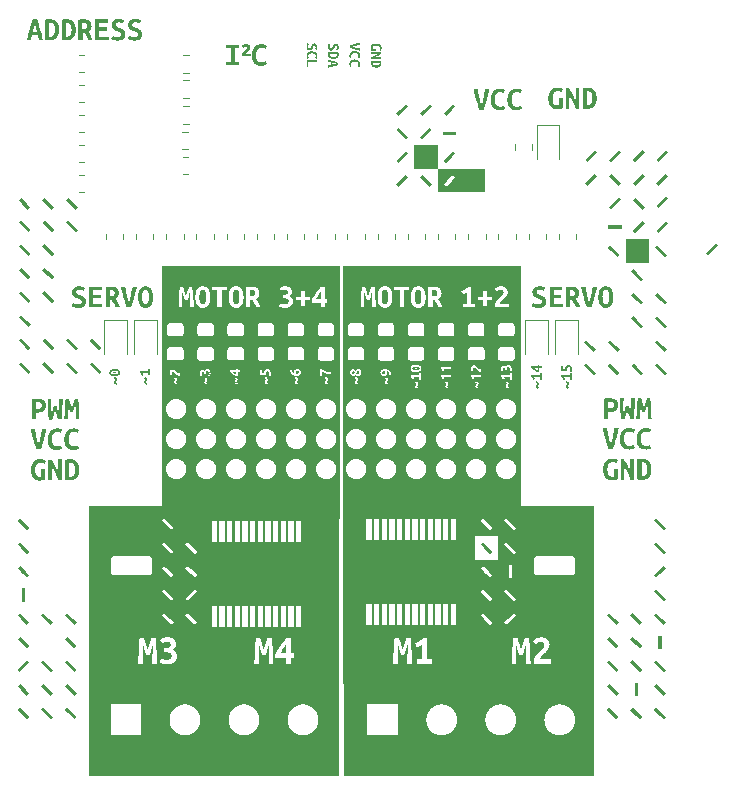
<source format=gbr>
%TF.GenerationSoftware,KiCad,Pcbnew,8.0.3*%
%TF.CreationDate,2024-08-07T13:20:03+02:00*%
%TF.ProjectId,motor_board,6d6f746f-725f-4626-9f61-72642e6b6963,0.1*%
%TF.SameCoordinates,Original*%
%TF.FileFunction,Legend,Top*%
%TF.FilePolarity,Positive*%
%FSLAX46Y46*%
G04 Gerber Fmt 4.6, Leading zero omitted, Abs format (unit mm)*
G04 Created by KiCad (PCBNEW 8.0.3) date 2024-08-07 13:20:03*
%MOMM*%
%LPD*%
G01*
G04 APERTURE LIST*
%ADD10C,0.000000*%
%ADD11C,0.120000*%
G04 APERTURE END LIST*
D10*
G36*
X105073523Y-78035458D02*
G01*
X105256967Y-78218904D01*
X105570939Y-78532874D01*
X105380439Y-78723375D01*
X105066467Y-78409403D01*
X104883023Y-78225959D01*
X104569051Y-77911986D01*
X104759551Y-77721487D01*
X105073523Y-78035458D01*
G37*
G36*
X152497425Y-93084954D02*
G01*
X152493895Y-93081426D01*
X152496216Y-93081426D01*
X152497425Y-93084954D01*
G37*
G36*
X139606930Y-66499629D02*
G01*
X138463930Y-66499629D01*
X138463930Y-66227990D01*
X139606930Y-66227990D01*
X139606930Y-66499629D01*
G37*
G36*
X157549197Y-71865377D02*
G01*
X157235227Y-72179350D01*
X157051781Y-72362795D01*
X156737811Y-72676766D01*
X156547310Y-72486266D01*
X156861285Y-72172294D01*
X157044731Y-71988850D01*
X157358701Y-71674878D01*
X157549197Y-71865377D01*
G37*
G36*
X155940534Y-77336962D02*
G01*
X153940281Y-77336962D01*
X153940281Y-75336713D01*
X155940534Y-75336713D01*
X155940534Y-77336962D01*
G37*
G36*
X106964411Y-109273920D02*
G01*
X107147855Y-109457366D01*
X107461828Y-109771336D01*
X107271328Y-109961831D01*
X106957355Y-109647862D01*
X106773911Y-109464415D01*
X106459939Y-109150446D01*
X106650439Y-108959945D01*
X106964411Y-109273920D01*
G37*
G36*
X110721881Y-86311915D02*
G01*
X110749509Y-86312789D01*
X110776165Y-86314252D01*
X110801861Y-86316310D01*
X110826605Y-86318967D01*
X110850409Y-86322229D01*
X110873282Y-86326100D01*
X110895236Y-86330586D01*
X110916281Y-86335693D01*
X110936426Y-86341425D01*
X110955682Y-86347787D01*
X110974060Y-86354785D01*
X110991570Y-86362423D01*
X111008221Y-86370708D01*
X111024026Y-86379644D01*
X111038993Y-86389236D01*
X111052469Y-86399407D01*
X111065113Y-86410079D01*
X111076921Y-86421258D01*
X111087886Y-86432948D01*
X111098003Y-86445154D01*
X111107268Y-86457883D01*
X111115675Y-86471139D01*
X111119555Y-86477966D01*
X111123218Y-86484927D01*
X111126665Y-86492022D01*
X111129894Y-86499252D01*
X111135697Y-86514120D01*
X111140621Y-86529536D01*
X111144661Y-86545505D01*
X111147812Y-86562032D01*
X111150070Y-86579122D01*
X111151428Y-86596780D01*
X111151882Y-86615013D01*
X111151428Y-86633245D01*
X111150070Y-86650904D01*
X111147812Y-86667994D01*
X111144661Y-86684521D01*
X111140621Y-86700490D01*
X111135697Y-86715906D01*
X111129894Y-86730774D01*
X111123218Y-86745100D01*
X111115675Y-86758888D01*
X111107268Y-86772143D01*
X111098003Y-86784872D01*
X111087886Y-86797079D01*
X111076921Y-86808769D01*
X111065113Y-86819947D01*
X111052469Y-86830619D01*
X111038993Y-86840789D01*
X111024607Y-86850381D01*
X111009234Y-86859317D01*
X110992880Y-86867602D01*
X110975548Y-86875241D01*
X110957245Y-86882239D01*
X110937976Y-86888601D01*
X110917745Y-86894333D01*
X110896559Y-86899440D01*
X110874422Y-86903927D01*
X110851339Y-86907798D01*
X110827315Y-86911060D01*
X110802356Y-86913717D01*
X110776467Y-86915775D01*
X110749653Y-86917239D01*
X110721920Y-86918113D01*
X110693271Y-86918403D01*
X110664701Y-86918113D01*
X110637185Y-86917239D01*
X110610703Y-86915775D01*
X110585233Y-86913717D01*
X110560756Y-86911060D01*
X110537250Y-86907798D01*
X110514695Y-86903927D01*
X110493070Y-86899440D01*
X110472355Y-86894333D01*
X110452528Y-86888601D01*
X110433570Y-86882239D01*
X110415459Y-86875241D01*
X110398175Y-86867602D01*
X110381697Y-86859317D01*
X110366005Y-86850381D01*
X110351077Y-86840789D01*
X110337601Y-86830619D01*
X110324956Y-86819947D01*
X110313149Y-86808769D01*
X110302184Y-86797079D01*
X110292067Y-86784872D01*
X110282802Y-86772143D01*
X110274395Y-86758888D01*
X110270515Y-86752060D01*
X110266851Y-86745100D01*
X110263405Y-86738004D01*
X110260176Y-86730774D01*
X110254373Y-86715906D01*
X110249449Y-86700490D01*
X110245409Y-86684521D01*
X110242258Y-86667994D01*
X110240000Y-86650904D01*
X110238642Y-86633245D01*
X110238188Y-86615013D01*
X110238188Y-86615010D01*
X110386355Y-86615010D01*
X110386645Y-86624106D01*
X110387519Y-86632876D01*
X110388983Y-86641326D01*
X110391040Y-86649460D01*
X110393697Y-86657285D01*
X110395252Y-86661083D01*
X110396959Y-86664805D01*
X110398818Y-86668452D01*
X110400830Y-86672025D01*
X110405317Y-86678950D01*
X110410423Y-86685586D01*
X110416155Y-86691938D01*
X110422517Y-86698011D01*
X110429515Y-86703810D01*
X110437153Y-86709340D01*
X110445438Y-86714607D01*
X110454374Y-86719615D01*
X110463965Y-86724370D01*
X110474137Y-86728875D01*
X110484815Y-86733127D01*
X110496010Y-86737121D01*
X110507732Y-86740851D01*
X110519991Y-86744312D01*
X110532799Y-86747500D01*
X110546164Y-86750408D01*
X110560098Y-86753033D01*
X110574610Y-86755368D01*
X110589712Y-86757408D01*
X110605413Y-86759149D01*
X110621723Y-86760585D01*
X110638654Y-86761710D01*
X110656216Y-86762521D01*
X110674418Y-86763011D01*
X110693271Y-86763175D01*
X110730327Y-86762521D01*
X110764819Y-86760585D01*
X110781130Y-86759149D01*
X110796830Y-86757408D01*
X110811932Y-86755368D01*
X110826444Y-86753033D01*
X110840378Y-86750408D01*
X110853743Y-86747500D01*
X110866551Y-86744312D01*
X110878810Y-86740851D01*
X110890532Y-86737121D01*
X110901727Y-86733127D01*
X110912405Y-86728875D01*
X110922577Y-86724370D01*
X110932168Y-86719615D01*
X110941104Y-86714607D01*
X110949389Y-86709340D01*
X110957027Y-86703810D01*
X110964025Y-86698011D01*
X110967285Y-86695009D01*
X110970387Y-86691938D01*
X110973332Y-86688797D01*
X110976119Y-86685586D01*
X110978750Y-86682304D01*
X110981225Y-86678950D01*
X110983546Y-86675524D01*
X110985712Y-86672025D01*
X110987724Y-86668452D01*
X110989583Y-86664805D01*
X110991290Y-86661083D01*
X110992845Y-86657285D01*
X110994249Y-86653411D01*
X110995502Y-86649460D01*
X110996605Y-86645432D01*
X110997559Y-86641326D01*
X110998365Y-86637141D01*
X110999023Y-86632876D01*
X110999897Y-86624106D01*
X111000187Y-86615010D01*
X110999897Y-86605914D01*
X110999023Y-86597144D01*
X110997559Y-86588694D01*
X110995502Y-86580560D01*
X110992845Y-86572735D01*
X110991290Y-86568938D01*
X110989583Y-86565216D01*
X110987724Y-86561568D01*
X110985712Y-86557996D01*
X110981225Y-86551070D01*
X110976119Y-86544434D01*
X110970387Y-86538082D01*
X110964025Y-86532009D01*
X110957027Y-86526210D01*
X110949389Y-86520680D01*
X110941104Y-86515414D01*
X110932168Y-86510405D01*
X110922577Y-86505650D01*
X110912405Y-86501145D01*
X110901727Y-86496893D01*
X110890532Y-86492899D01*
X110878810Y-86489169D01*
X110866551Y-86485708D01*
X110853743Y-86482520D01*
X110840378Y-86479612D01*
X110826444Y-86476987D01*
X110811932Y-86474652D01*
X110796830Y-86472612D01*
X110781130Y-86470871D01*
X110764819Y-86469436D01*
X110747888Y-86468310D01*
X110730327Y-86467499D01*
X110712124Y-86467009D01*
X110693271Y-86466845D01*
X110657229Y-86467499D01*
X110623212Y-86469436D01*
X110606976Y-86470871D01*
X110591262Y-86472612D01*
X110576075Y-86474652D01*
X110561420Y-86476987D01*
X110547303Y-86479612D01*
X110533729Y-86482520D01*
X110520702Y-86485708D01*
X110508228Y-86489169D01*
X110496312Y-86492899D01*
X110484960Y-86496893D01*
X110474176Y-86501145D01*
X110463965Y-86505650D01*
X110454374Y-86510405D01*
X110445438Y-86515414D01*
X110437153Y-86520680D01*
X110429515Y-86526210D01*
X110422517Y-86532009D01*
X110419257Y-86535011D01*
X110416155Y-86538082D01*
X110413210Y-86541223D01*
X110410423Y-86544434D01*
X110407792Y-86547716D01*
X110405317Y-86551070D01*
X110402996Y-86554496D01*
X110400830Y-86557996D01*
X110398818Y-86561568D01*
X110396959Y-86565216D01*
X110395252Y-86568938D01*
X110393697Y-86572735D01*
X110392293Y-86576609D01*
X110391040Y-86580560D01*
X110389937Y-86584588D01*
X110388983Y-86588694D01*
X110388177Y-86592880D01*
X110387519Y-86597144D01*
X110386645Y-86605914D01*
X110386355Y-86615010D01*
X110238188Y-86615010D01*
X110238642Y-86596780D01*
X110240000Y-86579122D01*
X110242258Y-86562032D01*
X110245409Y-86545505D01*
X110249449Y-86529536D01*
X110254373Y-86514120D01*
X110260176Y-86499252D01*
X110266851Y-86484927D01*
X110274395Y-86471139D01*
X110282802Y-86457883D01*
X110292067Y-86445154D01*
X110302184Y-86432948D01*
X110313149Y-86421258D01*
X110324956Y-86410079D01*
X110337601Y-86399407D01*
X110351077Y-86389236D01*
X110365462Y-86379644D01*
X110380829Y-86370708D01*
X110397167Y-86362423D01*
X110414467Y-86354785D01*
X110432717Y-86347787D01*
X110451908Y-86341425D01*
X110472029Y-86335693D01*
X110493070Y-86330586D01*
X110515020Y-86326100D01*
X110537870Y-86322229D01*
X110561609Y-86318967D01*
X110586225Y-86316310D01*
X110611711Y-86314252D01*
X110638053Y-86312789D01*
X110665244Y-86311915D01*
X110693271Y-86311625D01*
X110721881Y-86311915D01*
G37*
G36*
X110107660Y-57002854D02*
G01*
X109395049Y-57002854D01*
X109395049Y-57394437D01*
X110012410Y-57394437D01*
X110012410Y-57683715D01*
X109395049Y-57683715D01*
X109395049Y-58174076D01*
X110167632Y-58174076D01*
X110167632Y-58463354D01*
X109045799Y-58463354D01*
X109049327Y-58459826D01*
X109049327Y-56713577D01*
X110107660Y-56713577D01*
X110107660Y-57002854D01*
G37*
G36*
X103073273Y-84036207D02*
G01*
X103256718Y-84219650D01*
X103570690Y-84533620D01*
X103380190Y-84724121D01*
X103066218Y-84410149D01*
X102882773Y-84226708D01*
X102568801Y-83912735D01*
X102759301Y-83722234D01*
X103073273Y-84036207D01*
G37*
G36*
X152857253Y-107273676D02*
G01*
X153040699Y-107457122D01*
X153354674Y-107771092D01*
X153164173Y-107961593D01*
X152850203Y-107647618D01*
X152352787Y-107150202D01*
X152543283Y-106959701D01*
X152857253Y-107273676D01*
G37*
G36*
X112468123Y-56675274D02*
G01*
X112506274Y-56676810D01*
X112543350Y-56679422D01*
X112579310Y-56683149D01*
X112614112Y-56688035D01*
X112647716Y-56694119D01*
X112680079Y-56701443D01*
X112711160Y-56710049D01*
X112740926Y-56719468D01*
X112769369Y-56729176D01*
X112796488Y-56739132D01*
X112822285Y-56749295D01*
X112846759Y-56759624D01*
X112869910Y-56770076D01*
X112891739Y-56780611D01*
X112912244Y-56791188D01*
X112809938Y-57059299D01*
X112792416Y-57050052D01*
X112774274Y-57040888D01*
X112755553Y-57031889D01*
X112736295Y-57023139D01*
X112716541Y-57014719D01*
X112696332Y-57006713D01*
X112675710Y-56999202D01*
X112654716Y-56992271D01*
X112633060Y-56985994D01*
X112610453Y-56980420D01*
X112586937Y-56975590D01*
X112562552Y-56971545D01*
X112537341Y-56968327D01*
X112511344Y-56965978D01*
X112484604Y-56964538D01*
X112457160Y-56964049D01*
X112423839Y-56964834D01*
X112392668Y-56967191D01*
X112363646Y-56971118D01*
X112336775Y-56976616D01*
X112312053Y-56983686D01*
X112300498Y-56987809D01*
X112289480Y-56992326D01*
X112279000Y-56997235D01*
X112269058Y-57002537D01*
X112259653Y-57008232D01*
X112250785Y-57014319D01*
X112242455Y-57020800D01*
X112234662Y-57027673D01*
X112227407Y-57034938D01*
X112220689Y-57042597D01*
X112214508Y-57050648D01*
X112208865Y-57059092D01*
X112203759Y-57067929D01*
X112199191Y-57077158D01*
X112195161Y-57086780D01*
X112191667Y-57096795D01*
X112188711Y-57107203D01*
X112186293Y-57118003D01*
X112184412Y-57129196D01*
X112183068Y-57140782D01*
X112182262Y-57152761D01*
X112181993Y-57165132D01*
X112182117Y-57171665D01*
X112182483Y-57178037D01*
X112183086Y-57184255D01*
X112183923Y-57190322D01*
X112184986Y-57196245D01*
X112186272Y-57202029D01*
X112187775Y-57207678D01*
X112189490Y-57213198D01*
X112191411Y-57218594D01*
X112193534Y-57223871D01*
X112195854Y-57229034D01*
X112198364Y-57234089D01*
X112201061Y-57239040D01*
X112203938Y-57243894D01*
X112206991Y-57248654D01*
X112210215Y-57253326D01*
X112213604Y-57257955D01*
X112217154Y-57262573D01*
X112220858Y-57267170D01*
X112224712Y-57271737D01*
X112228711Y-57276262D01*
X112232850Y-57280736D01*
X112237122Y-57285147D01*
X112241524Y-57289486D01*
X112246050Y-57293742D01*
X112250695Y-57297906D01*
X112255454Y-57301966D01*
X112260321Y-57305912D01*
X112265291Y-57309735D01*
X112270360Y-57313423D01*
X112275522Y-57316966D01*
X112280771Y-57320354D01*
X112286144Y-57324282D01*
X112291671Y-57328126D01*
X112297344Y-57331888D01*
X112303151Y-57335568D01*
X112309081Y-57339164D01*
X112315126Y-57342678D01*
X112327514Y-57349458D01*
X112340234Y-57355907D01*
X112353201Y-57362026D01*
X112366334Y-57367814D01*
X112379550Y-57373271D01*
X112488910Y-57415604D01*
X112572254Y-57448236D01*
X112593813Y-57457014D01*
X112615414Y-57466206D01*
X112636932Y-57475893D01*
X112658243Y-57486160D01*
X112669406Y-57490913D01*
X112680409Y-57495909D01*
X112691257Y-57501143D01*
X112701955Y-57506610D01*
X112712508Y-57512304D01*
X112722921Y-57518220D01*
X112733201Y-57524353D01*
X112743351Y-57530698D01*
X112753377Y-57537250D01*
X112763284Y-57544003D01*
X112782763Y-57558093D01*
X112801828Y-57572928D01*
X112820521Y-57588465D01*
X112829698Y-57596527D01*
X112838704Y-57604836D01*
X112847534Y-57613394D01*
X112856184Y-57622199D01*
X112864648Y-57631253D01*
X112872920Y-57640555D01*
X112880996Y-57650105D01*
X112888871Y-57659903D01*
X112896539Y-57669948D01*
X112903995Y-57680242D01*
X112911234Y-57690784D01*
X112918251Y-57701574D01*
X112925040Y-57712613D01*
X112931597Y-57723899D01*
X112937917Y-57735433D01*
X112943993Y-57747215D01*
X112949780Y-57759288D01*
X112955231Y-57771703D01*
X112960341Y-57784469D01*
X112965104Y-57797596D01*
X112969517Y-57811096D01*
X112973572Y-57824978D01*
X112977266Y-57839253D01*
X112980594Y-57853930D01*
X112983549Y-57869022D01*
X112986126Y-57884537D01*
X112988322Y-57900486D01*
X112990130Y-57916879D01*
X112991545Y-57933727D01*
X112992562Y-57951041D01*
X112993176Y-57968829D01*
X112993382Y-57987104D01*
X112992762Y-58017118D01*
X112990901Y-58046304D01*
X112987801Y-58074664D01*
X112983460Y-58102198D01*
X112977879Y-58128904D01*
X112971058Y-58154784D01*
X112962996Y-58179836D01*
X112953694Y-58204062D01*
X112943152Y-58227461D01*
X112931370Y-58250034D01*
X112918347Y-58271779D01*
X112904085Y-58292698D01*
X112888582Y-58312789D01*
X112871839Y-58332054D01*
X112853855Y-58350493D01*
X112834631Y-58368104D01*
X112814127Y-58384725D01*
X112792305Y-58400198D01*
X112769170Y-58414535D01*
X112744728Y-58427745D01*
X112718984Y-58439839D01*
X112691942Y-58450828D01*
X112663609Y-58460720D01*
X112633989Y-58469528D01*
X112603087Y-58477260D01*
X112570909Y-58483928D01*
X112537460Y-58489542D01*
X112502745Y-58494112D01*
X112466768Y-58497648D01*
X112429536Y-58500161D01*
X112391054Y-58501662D01*
X112351326Y-58502159D01*
X112298416Y-58501491D01*
X112248194Y-58499459D01*
X112200700Y-58496020D01*
X112155975Y-58491135D01*
X112114062Y-58484762D01*
X112094173Y-58481004D01*
X112075002Y-58476859D01*
X112056554Y-58472321D01*
X112038835Y-58467385D01*
X112021850Y-58462046D01*
X112005604Y-58456298D01*
X111973681Y-58444557D01*
X111944033Y-58433147D01*
X111916617Y-58422068D01*
X111891392Y-58411319D01*
X111868317Y-58400901D01*
X111847350Y-58390814D01*
X111828450Y-58381057D01*
X111811576Y-58371632D01*
X111913882Y-58089409D01*
X111933050Y-58100138D01*
X111953459Y-58111072D01*
X111975026Y-58122090D01*
X111997667Y-58133066D01*
X112021300Y-58143876D01*
X112045843Y-58154398D01*
X112071213Y-58164506D01*
X112097327Y-58174076D01*
X112110722Y-58178581D01*
X112124453Y-58182833D01*
X112138526Y-58186827D01*
X112152944Y-58190557D01*
X112167714Y-58194019D01*
X112182841Y-58197206D01*
X112198329Y-58200115D01*
X112214184Y-58202739D01*
X112230412Y-58205074D01*
X112247016Y-58207115D01*
X112264003Y-58208855D01*
X112281377Y-58210291D01*
X112299145Y-58211417D01*
X112317310Y-58212227D01*
X112335878Y-58212717D01*
X112354854Y-58212882D01*
X112347799Y-58205826D01*
X112369640Y-58205502D01*
X112390242Y-58204558D01*
X112409686Y-58203036D01*
X112428055Y-58200975D01*
X112445432Y-58198419D01*
X112461900Y-58195408D01*
X112477541Y-58191984D01*
X112492437Y-58188187D01*
X112499630Y-58186121D01*
X112506652Y-58183895D01*
X112513498Y-58181513D01*
X112520163Y-58178982D01*
X112526643Y-58176306D01*
X112532931Y-58173490D01*
X112539023Y-58170541D01*
X112544913Y-58167462D01*
X112550597Y-58164258D01*
X112556068Y-58160937D01*
X112561323Y-58157501D01*
X112566355Y-58153957D01*
X112571161Y-58150309D01*
X112575733Y-58146564D01*
X112580068Y-58142725D01*
X112584160Y-58138798D01*
X112588085Y-58134788D01*
X112591918Y-58130696D01*
X112595647Y-58126520D01*
X112599263Y-58122262D01*
X112602755Y-58117921D01*
X112606112Y-58113498D01*
X112609324Y-58108991D01*
X112612382Y-58104403D01*
X112615274Y-58099731D01*
X112617990Y-58094977D01*
X112620521Y-58090140D01*
X112622855Y-58085220D01*
X112624982Y-58080218D01*
X112626893Y-58075133D01*
X112628575Y-58069965D01*
X112630021Y-58064715D01*
X112635202Y-58043548D01*
X112637586Y-58032965D01*
X112639722Y-58022382D01*
X112641527Y-58011798D01*
X112642919Y-58001215D01*
X112643434Y-57995923D01*
X112643815Y-57990632D01*
X112644051Y-57985340D01*
X112644132Y-57980048D01*
X112644008Y-57973475D01*
X112643636Y-57966985D01*
X112643016Y-57960577D01*
X112642147Y-57954252D01*
X112641031Y-57948009D01*
X112639667Y-57941849D01*
X112638055Y-57935772D01*
X112636194Y-57929778D01*
X112634086Y-57923866D01*
X112631730Y-57918037D01*
X112629125Y-57912290D01*
X112626273Y-57906627D01*
X112623172Y-57901046D01*
X112619823Y-57895547D01*
X112616227Y-57890131D01*
X112612382Y-57884798D01*
X112608371Y-57879548D01*
X112604272Y-57874380D01*
X112600081Y-57869296D01*
X112595791Y-57864293D01*
X112591397Y-57859374D01*
X112586895Y-57854537D01*
X112582280Y-57849782D01*
X112577545Y-57845111D01*
X112572687Y-57840522D01*
X112567699Y-57836016D01*
X112562577Y-57831592D01*
X112557316Y-57827252D01*
X112551909Y-57822993D01*
X112546353Y-57818818D01*
X112540642Y-57814725D01*
X112534771Y-57810715D01*
X112522699Y-57802784D01*
X112510297Y-57794895D01*
X112497564Y-57787089D01*
X112484500Y-57779406D01*
X112471105Y-57771889D01*
X112457380Y-57764578D01*
X112443324Y-57757516D01*
X112428938Y-57750743D01*
X112399779Y-57737569D01*
X112385096Y-57731085D01*
X112370289Y-57724726D01*
X112355316Y-57718531D01*
X112340137Y-57712544D01*
X112324710Y-57706804D01*
X112308994Y-57701354D01*
X112289143Y-57694574D01*
X112269251Y-57687463D01*
X112249276Y-57680022D01*
X112229178Y-57672250D01*
X112208914Y-57664147D01*
X112188443Y-57655713D01*
X112146716Y-57637854D01*
X112125721Y-57628270D01*
X112105099Y-57618065D01*
X112084890Y-57607282D01*
X112065136Y-57595962D01*
X112045878Y-57584145D01*
X112027158Y-57571874D01*
X112009016Y-57559189D01*
X111991494Y-57546132D01*
X111982978Y-57538772D01*
X111974634Y-57531242D01*
X111966464Y-57523536D01*
X111958476Y-57515650D01*
X111950674Y-57507577D01*
X111943063Y-57499313D01*
X111935648Y-57490853D01*
X111928435Y-57482191D01*
X111921428Y-57473322D01*
X111914634Y-57464242D01*
X111908056Y-57454944D01*
X111901701Y-57445425D01*
X111895573Y-57435678D01*
X111889677Y-57425698D01*
X111884020Y-57415481D01*
X111878605Y-57405021D01*
X111873439Y-57394312D01*
X111868531Y-57383344D01*
X111863893Y-57372108D01*
X111859533Y-57360593D01*
X111855462Y-57348788D01*
X111851692Y-57336684D01*
X111848231Y-57324269D01*
X111845091Y-57311535D01*
X111842282Y-57298469D01*
X111839813Y-57285062D01*
X111837696Y-57271305D01*
X111835941Y-57257185D01*
X111834558Y-57242693D01*
X111833557Y-57227819D01*
X111832949Y-57212552D01*
X111832744Y-57196882D01*
X111833364Y-57166829D01*
X111835224Y-57137530D01*
X111838325Y-57108996D01*
X111842666Y-57081237D01*
X111848247Y-57054264D01*
X111855068Y-57028086D01*
X111863130Y-57002715D01*
X111872432Y-56978160D01*
X111882974Y-56954432D01*
X111894756Y-56931541D01*
X111907778Y-56909497D01*
X111922041Y-56888312D01*
X111937544Y-56867994D01*
X111954287Y-56848555D01*
X111972271Y-56830005D01*
X111991494Y-56812354D01*
X112011833Y-56795694D01*
X112033152Y-56780108D01*
X112055444Y-56765597D01*
X112078697Y-56752162D01*
X112102900Y-56739801D01*
X112128044Y-56728514D01*
X112154118Y-56718303D01*
X112181112Y-56709167D01*
X112209016Y-56701105D01*
X112237818Y-56694119D01*
X112267510Y-56688207D01*
X112298080Y-56683370D01*
X112329518Y-56679608D01*
X112361814Y-56676921D01*
X112394958Y-56675308D01*
X112428938Y-56674771D01*
X112468123Y-56675274D01*
G37*
G36*
X155548948Y-67974241D02*
G01*
X155234978Y-68288212D01*
X155051532Y-68471657D01*
X154737562Y-68785629D01*
X154547061Y-68595129D01*
X154861036Y-68281157D01*
X155044483Y-68097713D01*
X155358452Y-67783740D01*
X155548948Y-67974241D01*
G37*
G36*
X152857253Y-113274422D02*
G01*
X153040699Y-113457868D01*
X153354674Y-113771838D01*
X153164173Y-113962339D01*
X152850203Y-113648364D01*
X152352787Y-113150948D01*
X152543283Y-112960447D01*
X152857253Y-113274422D01*
G37*
G36*
X131447183Y-58861993D02*
G01*
X131373100Y-58873017D01*
X131332090Y-58879356D01*
X131288433Y-58886687D01*
X131265937Y-58890814D01*
X131243399Y-58895231D01*
X131198035Y-58904767D01*
X131104990Y-58925493D01*
X131010181Y-58946659D01*
X130918019Y-58967826D01*
X130895701Y-58973269D01*
X130873756Y-58978961D01*
X130831147Y-58990757D01*
X130752214Y-59013687D01*
X130829824Y-59036618D01*
X130850674Y-59042557D01*
X130872268Y-59048414D01*
X130894689Y-59054105D01*
X130918019Y-59059548D01*
X131010181Y-59080715D01*
X131104990Y-59101882D01*
X131128796Y-59107015D01*
X131152561Y-59111859D01*
X131199800Y-59120843D01*
X131291963Y-59137159D01*
X131376628Y-59152593D01*
X131414992Y-59159484D01*
X131450710Y-59165381D01*
X131450710Y-59348826D01*
X131407055Y-59340227D01*
X131360753Y-59330305D01*
X131311806Y-59319060D01*
X131260212Y-59306493D01*
X131152172Y-59279593D01*
X131096995Y-59265317D01*
X131041488Y-59250048D01*
X130983279Y-59233567D01*
X130925071Y-59216093D01*
X130866862Y-59197958D01*
X130808654Y-59179493D01*
X130750501Y-59160421D01*
X130692678Y-59140687D01*
X130579347Y-59101882D01*
X130579347Y-58918437D01*
X130682094Y-58884482D01*
X130738593Y-58866347D01*
X130798069Y-58847882D01*
X130919779Y-58811281D01*
X130980634Y-58793807D01*
X131041488Y-58777326D01*
X131160110Y-58746017D01*
X131216609Y-58731189D01*
X131270794Y-58717354D01*
X131321672Y-58704841D01*
X131368250Y-58693982D01*
X131389823Y-58689276D01*
X131410197Y-58685108D01*
X131429331Y-58681518D01*
X131447183Y-58678548D01*
X131447183Y-58861993D01*
G37*
G36*
X156938896Y-80152124D02*
G01*
X157122343Y-80335567D01*
X157436312Y-80649540D01*
X157245817Y-80840038D01*
X156931842Y-80526066D01*
X156748396Y-80342624D01*
X156434426Y-80028652D01*
X156624921Y-79838151D01*
X156938896Y-80152124D01*
G37*
G36*
X155548948Y-69970962D02*
G01*
X155234978Y-70284935D01*
X155051532Y-70468378D01*
X154737562Y-70782351D01*
X154547061Y-70591850D01*
X154861036Y-70277879D01*
X155044483Y-70094434D01*
X155358452Y-69780462D01*
X155548948Y-69970962D01*
G37*
G36*
X154857501Y-107273676D02*
G01*
X155040948Y-107457122D01*
X155354923Y-107771092D01*
X155164422Y-107961593D01*
X154850452Y-107647618D01*
X154353036Y-107150202D01*
X154543532Y-106959701D01*
X154857501Y-107273676D01*
G37*
G36*
X135532347Y-68055380D02*
G01*
X135218374Y-68369351D01*
X135034930Y-68552796D01*
X134720958Y-68866768D01*
X134530460Y-68676267D01*
X134844430Y-68362296D01*
X135027873Y-68178851D01*
X135341846Y-67864879D01*
X135532347Y-68055380D01*
G37*
G36*
X152825627Y-93900042D02*
G01*
X152849818Y-93900586D01*
X152873431Y-93901544D01*
X152896506Y-93902957D01*
X152919085Y-93904866D01*
X152941210Y-93907312D01*
X152962922Y-93910337D01*
X152984262Y-93913981D01*
X153022679Y-93921973D01*
X153041000Y-93926073D01*
X153058783Y-93930296D01*
X153076071Y-93934685D01*
X153092903Y-93939281D01*
X153109323Y-93944124D01*
X153125370Y-93949257D01*
X153139597Y-93954549D01*
X153153205Y-93959841D01*
X153166235Y-93965133D01*
X153178727Y-93970425D01*
X153190723Y-93975717D01*
X153202263Y-93981009D01*
X153213391Y-93986301D01*
X153224145Y-93991593D01*
X153233228Y-93996871D01*
X153241896Y-94002066D01*
X153250069Y-94007096D01*
X153257662Y-94011878D01*
X153270780Y-94020367D01*
X153280592Y-94026871D01*
X153188872Y-94302035D01*
X153172659Y-94292782D01*
X153155744Y-94283570D01*
X153138085Y-94274441D01*
X153119640Y-94265435D01*
X153100369Y-94256595D01*
X153080229Y-94247962D01*
X153059179Y-94239577D01*
X153037179Y-94231481D01*
X153025894Y-94227636D01*
X153014531Y-94224040D01*
X153003096Y-94220691D01*
X152991593Y-94217591D01*
X152980029Y-94214738D01*
X152968408Y-94212134D01*
X152956735Y-94209778D01*
X152945015Y-94207669D01*
X152933255Y-94205809D01*
X152921458Y-94204197D01*
X152909630Y-94202833D01*
X152897777Y-94201717D01*
X152885902Y-94200849D01*
X152874013Y-94200229D01*
X152862113Y-94199857D01*
X152850208Y-94199733D01*
X152853728Y-94196205D01*
X152838640Y-94196372D01*
X152823805Y-94196874D01*
X152809228Y-94197717D01*
X152794915Y-94198906D01*
X152780870Y-94200447D01*
X152767099Y-94202344D01*
X152753608Y-94204603D01*
X152740400Y-94207229D01*
X152727482Y-94210227D01*
X152714859Y-94213602D01*
X152702535Y-94217360D01*
X152690516Y-94221505D01*
X152678807Y-94226043D01*
X152667414Y-94230979D01*
X152656340Y-94236318D01*
X152645593Y-94242066D01*
X152635132Y-94248104D01*
X152624915Y-94254323D01*
X152614935Y-94260738D01*
X152605188Y-94267365D01*
X152595668Y-94274220D01*
X152586371Y-94281318D01*
X152577291Y-94288674D01*
X152568422Y-94296304D01*
X152559761Y-94304223D01*
X152551301Y-94312448D01*
X152543037Y-94320992D01*
X152534965Y-94329873D01*
X152527079Y-94339105D01*
X152519374Y-94348704D01*
X152511844Y-94358685D01*
X152504485Y-94369064D01*
X152497954Y-94379110D01*
X152491599Y-94389405D01*
X152485430Y-94399947D01*
X152479458Y-94410737D01*
X152473692Y-94421775D01*
X152468144Y-94433061D01*
X152462824Y-94444595D01*
X152457741Y-94456377D01*
X152452906Y-94468408D01*
X152448330Y-94480686D01*
X152444022Y-94493212D01*
X152439993Y-94505987D01*
X152436254Y-94519009D01*
X152432814Y-94532280D01*
X152429684Y-94545799D01*
X152426874Y-94559565D01*
X152421760Y-94587684D01*
X152417060Y-94616505D01*
X152412856Y-94646071D01*
X152409231Y-94676422D01*
X152406268Y-94707600D01*
X152404049Y-94739647D01*
X152402657Y-94772602D01*
X152402175Y-94806508D01*
X152402548Y-94844913D01*
X152403670Y-94882073D01*
X152405546Y-94917982D01*
X152408183Y-94952635D01*
X152411584Y-94986027D01*
X152415755Y-95018153D01*
X152420701Y-95049008D01*
X152426427Y-95078587D01*
X152432939Y-95106884D01*
X152440242Y-95133895D01*
X152448340Y-95159613D01*
X152457239Y-95184035D01*
X152466945Y-95207154D01*
X152477462Y-95228966D01*
X152488795Y-95249465D01*
X152500950Y-95268646D01*
X152513850Y-95286588D01*
X152527416Y-95303373D01*
X152541655Y-95319000D01*
X152549027Y-95326379D01*
X152556570Y-95333469D01*
X152564283Y-95340269D01*
X152572167Y-95346781D01*
X152580223Y-95353002D01*
X152588452Y-95358935D01*
X152596853Y-95364578D01*
X152605428Y-95369931D01*
X152614178Y-95374996D01*
X152623103Y-95379770D01*
X152632203Y-95384256D01*
X152641480Y-95388452D01*
X152650934Y-95392359D01*
X152660565Y-95395976D01*
X152670375Y-95399304D01*
X152680363Y-95402342D01*
X152690531Y-95405092D01*
X152700880Y-95407551D01*
X152722119Y-95411603D01*
X152744088Y-95414496D01*
X152766790Y-95416233D01*
X152790231Y-95416811D01*
X152857263Y-95416811D01*
X152866365Y-95416653D01*
X152875177Y-95416205D01*
X152883742Y-95415509D01*
X152892100Y-95414607D01*
X152900292Y-95413539D01*
X152908361Y-95412347D01*
X152924290Y-95409757D01*
X152924290Y-94771230D01*
X153270008Y-94771230D01*
X153270008Y-95642593D01*
X153253135Y-95648043D01*
X153234236Y-95653782D01*
X153213269Y-95659769D01*
X153190194Y-95665963D01*
X153164968Y-95672323D01*
X153137552Y-95678807D01*
X153107904Y-95685373D01*
X153075982Y-95691981D01*
X153042082Y-95698258D01*
X153006528Y-95703832D01*
X152969321Y-95708663D01*
X152930460Y-95712707D01*
X152889946Y-95715925D01*
X152847778Y-95718275D01*
X152803957Y-95719715D01*
X152758483Y-95720204D01*
X152738102Y-95719997D01*
X152717969Y-95719371D01*
X152698084Y-95718321D01*
X152678447Y-95716842D01*
X152659059Y-95714928D01*
X152639918Y-95712576D01*
X152621025Y-95709779D01*
X152602381Y-95706533D01*
X152583984Y-95702832D01*
X152565836Y-95698671D01*
X152547935Y-95694045D01*
X152530282Y-95688948D01*
X152512878Y-95683376D01*
X152495721Y-95677324D01*
X152478813Y-95670786D01*
X152462152Y-95663757D01*
X152445780Y-95656274D01*
X152429733Y-95648371D01*
X152414007Y-95640046D01*
X152398596Y-95631291D01*
X152383494Y-95622102D01*
X152368698Y-95612474D01*
X152354202Y-95602402D01*
X152340000Y-95591880D01*
X152326088Y-95580903D01*
X152312460Y-95569466D01*
X152299111Y-95557564D01*
X152286036Y-95545192D01*
X152273230Y-95532345D01*
X152260687Y-95519017D01*
X152248403Y-95505203D01*
X152236373Y-95490898D01*
X152224672Y-95476139D01*
X152213374Y-95460967D01*
X152202469Y-95445381D01*
X152191946Y-95429382D01*
X152181795Y-95412970D01*
X152172006Y-95396144D01*
X152162569Y-95378905D01*
X152153472Y-95361252D01*
X152144706Y-95343186D01*
X152136260Y-95324707D01*
X152128124Y-95305814D01*
X152120288Y-95286508D01*
X152112742Y-95266788D01*
X152105474Y-95246655D01*
X152098475Y-95226109D01*
X152091735Y-95205149D01*
X152085366Y-95183736D01*
X152079482Y-95161837D01*
X152074075Y-95139463D01*
X152069133Y-95116624D01*
X152064645Y-95093330D01*
X152060603Y-95069592D01*
X152053810Y-95020823D01*
X152048670Y-94970400D01*
X152045102Y-94918407D01*
X152043022Y-94864924D01*
X152042347Y-94810036D01*
X152043332Y-94755293D01*
X152046260Y-94702162D01*
X152051090Y-94650603D01*
X152057779Y-94600574D01*
X152066288Y-94552032D01*
X152076574Y-94504938D01*
X152088597Y-94459249D01*
X152102314Y-94414925D01*
X152109757Y-94393965D01*
X152117535Y-94373418D01*
X152125655Y-94353285D01*
X152134120Y-94333565D01*
X152142937Y-94314259D01*
X152152110Y-94295366D01*
X152161646Y-94276887D01*
X152171548Y-94258821D01*
X152181822Y-94241168D01*
X152192473Y-94223929D01*
X152203507Y-94207104D01*
X152214929Y-94190691D01*
X152226744Y-94174692D01*
X152238956Y-94159107D01*
X152251572Y-94143935D01*
X152264596Y-94129176D01*
X152277328Y-94114871D01*
X152290386Y-94101057D01*
X152303764Y-94087729D01*
X152317458Y-94074881D01*
X152331461Y-94062509D01*
X152345770Y-94050607D01*
X152360378Y-94039170D01*
X152375280Y-94028193D01*
X152390473Y-94017671D01*
X152405949Y-94007598D01*
X152421704Y-93997970D01*
X152437733Y-93988781D01*
X152454031Y-93980026D01*
X152470592Y-93971700D01*
X152487412Y-93963798D01*
X152504485Y-93956314D01*
X152521765Y-93949285D01*
X152539211Y-93942747D01*
X152556822Y-93936695D01*
X152574598Y-93931124D01*
X152592540Y-93926028D01*
X152610647Y-93921402D01*
X152628919Y-93917241D01*
X152647357Y-93913540D01*
X152665961Y-93910294D01*
X152684729Y-93907497D01*
X152703663Y-93905145D01*
X152722763Y-93903232D01*
X152742028Y-93901753D01*
X152761458Y-93900703D01*
X152781054Y-93900077D01*
X152800816Y-93899870D01*
X152825627Y-93900042D01*
G37*
G36*
X103052107Y-72126432D02*
G01*
X103235551Y-72309877D01*
X103549523Y-72623850D01*
X103359023Y-72814349D01*
X103045051Y-72500378D01*
X102861607Y-72316933D01*
X102547635Y-72002961D01*
X102738135Y-71812461D01*
X103052107Y-72126432D01*
G37*
G36*
X148186602Y-62485191D02*
G01*
X148210794Y-62485735D01*
X148234407Y-62486693D01*
X148257483Y-62488106D01*
X148280062Y-62490015D01*
X148302186Y-62492461D01*
X148323897Y-62495486D01*
X148345235Y-62499131D01*
X148383655Y-62507123D01*
X148401977Y-62511223D01*
X148419760Y-62515447D01*
X148437047Y-62519836D01*
X148453879Y-62524431D01*
X148470298Y-62529275D01*
X148486343Y-62534408D01*
X148500572Y-62539700D01*
X148514181Y-62544992D01*
X148527210Y-62550283D01*
X148539702Y-62555575D01*
X148551698Y-62560867D01*
X148563240Y-62566159D01*
X148574367Y-62571450D01*
X148585123Y-62576742D01*
X148602873Y-62586719D01*
X148611045Y-62591315D01*
X148618638Y-62595704D01*
X148625570Y-62599927D01*
X148631758Y-62604027D01*
X148634547Y-62606043D01*
X148637119Y-62608044D01*
X148639464Y-62610034D01*
X148641571Y-62612020D01*
X148549850Y-62887186D01*
X148533638Y-62877933D01*
X148516723Y-62868721D01*
X148499063Y-62859592D01*
X148480619Y-62850586D01*
X148461347Y-62841746D01*
X148441207Y-62833113D01*
X148420158Y-62824727D01*
X148398158Y-62816631D01*
X148386872Y-62812786D01*
X148375509Y-62809190D01*
X148364074Y-62805841D01*
X148352572Y-62802740D01*
X148341007Y-62799888D01*
X148329386Y-62797283D01*
X148317713Y-62794927D01*
X148305994Y-62792818D01*
X148294233Y-62790958D01*
X148282436Y-62789346D01*
X148270608Y-62787981D01*
X148258755Y-62786865D01*
X148246881Y-62785997D01*
X148234991Y-62785377D01*
X148223091Y-62785005D01*
X148211187Y-62784881D01*
X148214706Y-62781352D01*
X148199036Y-62781518D01*
X148183768Y-62782020D01*
X148168894Y-62782864D01*
X148154402Y-62784053D01*
X148140282Y-62785594D01*
X148126524Y-62787491D01*
X148113118Y-62789751D01*
X148100052Y-62792377D01*
X148087318Y-62795375D01*
X148074904Y-62798750D01*
X148062799Y-62802508D01*
X148050995Y-62806653D01*
X148039480Y-62811191D01*
X148028243Y-62816127D01*
X148017276Y-62821466D01*
X148006566Y-62827213D01*
X147996106Y-62833251D01*
X147985890Y-62839471D01*
X147975911Y-62845886D01*
X147966164Y-62852514D01*
X147956645Y-62859369D01*
X147947348Y-62866467D01*
X147938268Y-62873823D01*
X147929399Y-62881453D01*
X147920738Y-62889372D01*
X147912278Y-62897597D01*
X147904014Y-62906141D01*
X147895941Y-62915022D01*
X147888054Y-62924254D01*
X147880348Y-62933853D01*
X147872818Y-62943834D01*
X147865458Y-62954213D01*
X147858928Y-62964259D01*
X147852573Y-62974553D01*
X147846405Y-62985095D01*
X147840433Y-62995885D01*
X147834668Y-63006923D01*
X147829120Y-63018209D01*
X147823799Y-63029744D01*
X147818716Y-63041526D01*
X147813881Y-63053556D01*
X147809304Y-63065834D01*
X147804996Y-63078361D01*
X147800967Y-63091135D01*
X147797227Y-63104158D01*
X147793787Y-63117428D01*
X147790657Y-63130947D01*
X147787847Y-63144713D01*
X147781721Y-63172832D01*
X147776546Y-63201654D01*
X147772280Y-63231220D01*
X147768883Y-63261571D01*
X147766312Y-63292749D01*
X147764527Y-63324796D01*
X147763486Y-63357752D01*
X147763148Y-63391658D01*
X147763521Y-63430063D01*
X147764643Y-63467223D01*
X147766520Y-63503132D01*
X147769156Y-63537786D01*
X147772557Y-63571178D01*
X147776728Y-63603304D01*
X147781674Y-63634159D01*
X147787401Y-63663738D01*
X147793913Y-63692035D01*
X147801216Y-63719046D01*
X147809315Y-63744764D01*
X147818215Y-63769186D01*
X147827921Y-63792305D01*
X147838438Y-63814116D01*
X147849772Y-63834615D01*
X147861928Y-63853797D01*
X147874827Y-63871739D01*
X147888393Y-63888523D01*
X147902631Y-63904150D01*
X147910003Y-63911530D01*
X147917545Y-63918620D01*
X147925258Y-63925420D01*
X147933142Y-63931932D01*
X147941198Y-63938153D01*
X147949426Y-63944086D01*
X147957828Y-63949729D01*
X147966403Y-63955083D01*
X147975153Y-63960147D01*
X147984077Y-63964922D01*
X147993178Y-63969407D01*
X148002455Y-63973603D01*
X148011908Y-63977510D01*
X148021540Y-63981127D01*
X148031350Y-63984455D01*
X148041338Y-63987494D01*
X148051506Y-63990243D01*
X148061855Y-63992703D01*
X148083095Y-63996754D01*
X148105064Y-63999648D01*
X148127767Y-64001385D01*
X148151209Y-64001963D01*
X148218236Y-64001963D01*
X148227339Y-64001805D01*
X148236153Y-64001357D01*
X148244717Y-64000661D01*
X148253075Y-63999758D01*
X148261267Y-63998690D01*
X148269335Y-63997498D01*
X148285263Y-63994907D01*
X148285263Y-63356380D01*
X148630986Y-63356380D01*
X148630986Y-64227741D01*
X148614112Y-64233191D01*
X148595212Y-64238931D01*
X148574245Y-64244918D01*
X148551169Y-64251113D01*
X148525944Y-64257472D01*
X148498527Y-64263956D01*
X148468878Y-64270522D01*
X148436956Y-64277130D01*
X148403056Y-64283406D01*
X148367502Y-64288981D01*
X148330296Y-64293811D01*
X148291436Y-64297855D01*
X148250922Y-64301073D01*
X148208755Y-64303423D01*
X148164935Y-64304863D01*
X148119461Y-64305352D01*
X148099080Y-64305144D01*
X148078947Y-64304518D01*
X148059062Y-64303468D01*
X148039425Y-64301990D01*
X148020036Y-64300077D01*
X148000895Y-64297725D01*
X147982002Y-64294928D01*
X147963357Y-64291682D01*
X147944959Y-64287981D01*
X147926810Y-64283820D01*
X147908909Y-64279194D01*
X147891256Y-64274098D01*
X147873852Y-64268526D01*
X147856695Y-64262474D01*
X147839786Y-64255936D01*
X147823125Y-64248907D01*
X147806754Y-64241423D01*
X147790708Y-64233521D01*
X147774982Y-64225195D01*
X147759572Y-64216441D01*
X147744471Y-64207252D01*
X147729675Y-64197623D01*
X147715179Y-64187551D01*
X147700978Y-64177029D01*
X147687066Y-64166052D01*
X147673438Y-64154615D01*
X147660089Y-64142713D01*
X147647014Y-64130341D01*
X147634208Y-64117494D01*
X147621666Y-64104165D01*
X147609382Y-64090352D01*
X147597351Y-64076047D01*
X147585649Y-64061288D01*
X147574351Y-64046116D01*
X147563445Y-64030530D01*
X147552922Y-64014531D01*
X147542771Y-63998119D01*
X147532982Y-63981293D01*
X147523544Y-63964053D01*
X147514448Y-63946401D01*
X147505681Y-63928335D01*
X147497236Y-63909855D01*
X147489100Y-63890962D01*
X147481264Y-63871656D01*
X147473717Y-63851936D01*
X147466449Y-63831803D01*
X147459449Y-63811257D01*
X147452708Y-63790297D01*
X147446340Y-63768884D01*
X147440457Y-63746985D01*
X147435050Y-63724611D01*
X147430108Y-63701771D01*
X147425621Y-63678477D01*
X147421578Y-63654739D01*
X147414785Y-63605970D01*
X147409645Y-63555548D01*
X147406076Y-63503554D01*
X147403995Y-63450073D01*
X147403320Y-63395185D01*
X147404306Y-63340443D01*
X147407234Y-63287312D01*
X147412063Y-63235753D01*
X147418753Y-63185723D01*
X147427263Y-63137182D01*
X147437550Y-63090088D01*
X147449573Y-63044399D01*
X147463292Y-63000074D01*
X147470734Y-62979114D01*
X147478512Y-62958568D01*
X147486631Y-62938434D01*
X147495096Y-62918715D01*
X147503913Y-62899408D01*
X147513087Y-62880516D01*
X147522622Y-62862036D01*
X147532524Y-62843970D01*
X147542799Y-62826317D01*
X147553450Y-62809078D01*
X147564485Y-62792252D01*
X147575907Y-62775840D01*
X147587721Y-62759841D01*
X147599934Y-62744255D01*
X147612550Y-62729083D01*
X147625575Y-62714324D01*
X147638307Y-62700019D01*
X147651364Y-62686205D01*
X147664742Y-62672877D01*
X147678435Y-62660030D01*
X147692438Y-62647658D01*
X147706746Y-62635756D01*
X147721354Y-62624319D01*
X147736256Y-62613342D01*
X147751448Y-62602820D01*
X147766924Y-62592747D01*
X147782679Y-62583119D01*
X147798707Y-62573930D01*
X147815005Y-62565175D01*
X147831566Y-62556849D01*
X147848385Y-62548947D01*
X147865458Y-62541464D01*
X147882738Y-62534435D01*
X147900184Y-62527897D01*
X147917795Y-62521844D01*
X147935571Y-62516273D01*
X147953513Y-62511177D01*
X147971620Y-62506551D01*
X147989893Y-62502390D01*
X148008331Y-62498689D01*
X148026934Y-62495443D01*
X148045703Y-62492646D01*
X148064637Y-62490294D01*
X148083736Y-62488381D01*
X148103001Y-62486902D01*
X148122432Y-62485853D01*
X148142027Y-62485226D01*
X148161789Y-62485019D01*
X148186602Y-62485191D01*
G37*
G36*
X153548699Y-67974241D02*
G01*
X153234730Y-68288212D01*
X153051283Y-68471657D01*
X152737314Y-68785629D01*
X152546813Y-68595129D01*
X152860788Y-68281157D01*
X153044234Y-68097713D01*
X153358204Y-67783740D01*
X153548699Y-67974241D01*
G37*
G36*
X153051283Y-70094434D02*
G01*
X153234730Y-70277879D01*
X153548699Y-70591850D01*
X153358204Y-70782351D01*
X153044234Y-70468378D01*
X152860788Y-70284935D01*
X152546813Y-69970962D01*
X152737314Y-69780462D01*
X153051283Y-70094434D01*
G37*
G36*
X150673568Y-81090513D02*
G01*
X150670033Y-81086984D01*
X150672358Y-81086984D01*
X150673568Y-81090513D01*
G37*
G36*
X107073772Y-86036455D02*
G01*
X107257217Y-86219899D01*
X107571189Y-86533869D01*
X107380689Y-86724370D01*
X107066717Y-86410397D01*
X106883272Y-86226956D01*
X106569300Y-85912984D01*
X106759800Y-85722483D01*
X107073772Y-86036455D01*
G37*
G36*
X157355176Y-103149699D02*
G01*
X157041201Y-103463669D01*
X156857760Y-103647115D01*
X156543785Y-103961085D01*
X156353290Y-103770590D01*
X156667259Y-103456620D01*
X156850706Y-103273173D01*
X157164681Y-102959199D01*
X157355176Y-103149699D01*
G37*
G36*
X107073772Y-74034959D02*
G01*
X107257217Y-74218404D01*
X107571189Y-74532377D01*
X107380689Y-74722876D01*
X107066717Y-74408905D01*
X106883272Y-74225460D01*
X106569300Y-73911488D01*
X106759800Y-73720988D01*
X107073772Y-74034959D01*
G37*
G36*
X150557910Y-79375641D02*
G01*
X150562822Y-79411622D01*
X150574343Y-79487139D01*
X150587849Y-79567948D01*
X150603006Y-79654708D01*
X150619542Y-79745328D01*
X150637402Y-79837271D01*
X150656586Y-79930537D01*
X150677093Y-80025125D01*
X150698315Y-80119769D01*
X150719867Y-80213421D01*
X150742081Y-80306410D01*
X150765288Y-80399069D01*
X150788548Y-80489083D01*
X150811146Y-80574135D01*
X150833744Y-80654558D01*
X150845250Y-80693136D01*
X150857004Y-80730681D01*
X150868760Y-80694301D01*
X150880267Y-80656599D01*
X150891608Y-80617573D01*
X150902866Y-80577224D01*
X150925465Y-80492557D01*
X150948725Y-80402599D01*
X150992382Y-80216949D01*
X151013715Y-80123298D01*
X151023824Y-80076121D01*
X151033396Y-80028655D01*
X151053405Y-79934065D01*
X151071761Y-79840800D01*
X151089455Y-79748857D01*
X151107482Y-79658237D01*
X151138349Y-79488903D01*
X151152129Y-79412173D01*
X151163924Y-79340735D01*
X151527287Y-79340735D01*
X151510090Y-79427993D01*
X151490247Y-79520212D01*
X151467757Y-79617061D01*
X151442621Y-79718210D01*
X151417539Y-79823270D01*
X151390143Y-79931638D01*
X151360762Y-80042653D01*
X151329726Y-80155651D01*
X151297260Y-80272124D01*
X151263139Y-80388927D01*
X151227036Y-80506390D01*
X151188618Y-80624846D01*
X151150916Y-80743192D01*
X151111890Y-80859884D01*
X151071541Y-80974592D01*
X151029871Y-81086984D01*
X150672358Y-81086984D01*
X150639061Y-80989861D01*
X150603894Y-80883256D01*
X150528925Y-80649542D01*
X150455284Y-80404362D01*
X150419290Y-80281440D01*
X150384287Y-80159181D01*
X150351157Y-80038851D01*
X150320344Y-79921497D01*
X150291515Y-79807451D01*
X150264343Y-79697043D01*
X150239320Y-79593249D01*
X150217602Y-79499046D01*
X150208190Y-79455644D01*
X150199852Y-79414764D01*
X150192672Y-79376447D01*
X150186731Y-79340735D01*
X150553619Y-79340735D01*
X150557910Y-79375641D01*
G37*
G36*
X106227106Y-95716675D02*
G01*
X105944884Y-95716675D01*
X105915297Y-95643921D01*
X105884801Y-95571209D01*
X105821411Y-95426075D01*
X105755376Y-95281601D01*
X105687356Y-95138120D01*
X105652478Y-95065511D01*
X105616690Y-94993150D01*
X105542717Y-94848843D01*
X105466098Y-94704535D01*
X105387494Y-94559565D01*
X105387494Y-95720204D01*
X105073523Y-95720204D01*
X105073523Y-93973956D01*
X105352217Y-93973956D01*
X105391905Y-94038172D01*
X105431592Y-94104042D01*
X105471280Y-94171897D01*
X105510967Y-94242068D01*
X105666189Y-94531344D01*
X105702569Y-94602672D01*
X105737626Y-94673338D01*
X105803772Y-94810038D01*
X105862422Y-94937480D01*
X105913134Y-95046399D01*
X105913134Y-93970426D01*
X106227106Y-93970426D01*
X106227106Y-95716675D01*
G37*
G36*
X155548948Y-73971461D02*
G01*
X155234978Y-74285434D01*
X155051532Y-74468877D01*
X154737562Y-74782850D01*
X154547061Y-74592349D01*
X154861036Y-74278378D01*
X155044483Y-74094933D01*
X155358452Y-73780960D01*
X155548948Y-73971461D01*
G37*
G36*
X118151528Y-79605523D02*
G01*
X118162395Y-79606137D01*
X118173003Y-79607155D01*
X118183348Y-79608570D01*
X118193424Y-79610377D01*
X118203226Y-79612573D01*
X118212749Y-79615151D01*
X118221988Y-79618106D01*
X118230938Y-79621433D01*
X118239593Y-79625127D01*
X118247948Y-79629182D01*
X118255998Y-79633594D01*
X118263739Y-79638358D01*
X118271164Y-79643468D01*
X118278269Y-79648918D01*
X118285048Y-79654705D01*
X118292161Y-79660822D01*
X118298959Y-79667259D01*
X118305457Y-79674007D01*
X118311671Y-79681054D01*
X118317617Y-79688390D01*
X118323309Y-79696005D01*
X118328763Y-79703889D01*
X118333996Y-79712032D01*
X118339021Y-79720423D01*
X118343856Y-79729051D01*
X118348514Y-79737906D01*
X118353013Y-79746979D01*
X118357366Y-79756258D01*
X118361591Y-79765734D01*
X118369715Y-79785234D01*
X118376157Y-79806739D01*
X118382227Y-79828947D01*
X118387884Y-79851898D01*
X118393086Y-79875635D01*
X118397792Y-79900198D01*
X118401961Y-79925630D01*
X118405551Y-79951971D01*
X118408521Y-79979262D01*
X118412014Y-80007367D01*
X118414638Y-80036093D01*
X118416519Y-80065397D01*
X118417780Y-80095239D01*
X118418545Y-80125577D01*
X118418937Y-80156370D01*
X118419103Y-80219153D01*
X118418937Y-80250579D01*
X118418441Y-80281384D01*
X118417615Y-80311611D01*
X118416458Y-80341300D01*
X118414970Y-80370494D01*
X118413151Y-80399232D01*
X118411001Y-80427558D01*
X118408521Y-80455512D01*
X118405696Y-80482804D01*
X118402457Y-80509146D01*
X118398723Y-80534578D01*
X118394409Y-80559142D01*
X118389435Y-80582878D01*
X118383716Y-80605830D01*
X118380551Y-80617024D01*
X118377170Y-80628037D01*
X118373561Y-80638875D01*
X118369715Y-80649542D01*
X118365663Y-80659961D01*
X118361446Y-80670054D01*
X118357064Y-80679827D01*
X118352516Y-80689285D01*
X118347803Y-80698433D01*
X118342925Y-80707275D01*
X118337881Y-80715818D01*
X118332672Y-80724067D01*
X118327298Y-80732026D01*
X118321758Y-80739701D01*
X118316053Y-80747097D01*
X118310183Y-80754218D01*
X118304147Y-80761072D01*
X118297946Y-80767661D01*
X118291580Y-80773993D01*
X118285048Y-80780071D01*
X118278308Y-80785858D01*
X118271315Y-80791308D01*
X118264064Y-80796418D01*
X118256549Y-80801182D01*
X118248765Y-80805594D01*
X118240708Y-80809649D01*
X118232372Y-80813343D01*
X118223751Y-80816670D01*
X118214841Y-80819625D01*
X118205637Y-80822203D01*
X118196133Y-80824399D01*
X118186324Y-80826206D01*
X118176205Y-80827621D01*
X118165770Y-80828639D01*
X118155016Y-80829253D01*
X118143936Y-80829459D01*
X118132816Y-80829253D01*
X118121949Y-80828639D01*
X118111341Y-80827621D01*
X118100996Y-80826206D01*
X118090920Y-80824399D01*
X118081118Y-80822203D01*
X118071595Y-80819625D01*
X118062356Y-80816670D01*
X118053406Y-80813343D01*
X118044751Y-80809649D01*
X118036396Y-80805594D01*
X118028345Y-80801182D01*
X118020605Y-80796418D01*
X118013180Y-80791308D01*
X118006076Y-80785858D01*
X117999297Y-80780071D01*
X117992183Y-80773954D01*
X117985385Y-80767516D01*
X117978887Y-80760768D01*
X117972673Y-80753721D01*
X117966728Y-80746384D01*
X117961035Y-80738769D01*
X117955581Y-80730885D01*
X117950349Y-80722742D01*
X117945323Y-80714352D01*
X117940489Y-80705723D01*
X117935830Y-80696868D01*
X117931332Y-80687795D01*
X117926978Y-80678516D01*
X117922753Y-80669041D01*
X117914629Y-80649542D01*
X117911102Y-80649542D01*
X117904660Y-80628037D01*
X117898590Y-80605829D01*
X117892933Y-80582878D01*
X117887731Y-80559141D01*
X117883025Y-80534577D01*
X117878856Y-80509145D01*
X117875266Y-80482804D01*
X117872296Y-80455512D01*
X117868804Y-80427407D01*
X117866179Y-80398682D01*
X117864298Y-80369378D01*
X117863037Y-80339536D01*
X117862272Y-80309199D01*
X117861880Y-80278406D01*
X117861714Y-80215623D01*
X117861880Y-80184197D01*
X117862376Y-80153391D01*
X117863202Y-80123164D01*
X117864359Y-80093474D01*
X117865847Y-80064280D01*
X117867666Y-80035541D01*
X117869816Y-80007216D01*
X117872296Y-79979262D01*
X117875122Y-79951970D01*
X117878360Y-79925629D01*
X117882095Y-79900197D01*
X117886408Y-79875634D01*
X117891382Y-79851898D01*
X117897101Y-79828946D01*
X117900266Y-79817752D01*
X117903647Y-79806739D01*
X117907256Y-79795901D01*
X117911102Y-79785234D01*
X117915154Y-79774815D01*
X117919371Y-79764721D01*
X117923753Y-79754948D01*
X117928301Y-79745491D01*
X117933014Y-79736343D01*
X117937892Y-79727500D01*
X117942936Y-79718957D01*
X117948145Y-79710708D01*
X117953519Y-79702749D01*
X117959059Y-79695074D01*
X117964764Y-79687678D01*
X117970634Y-79680556D01*
X117976670Y-79673703D01*
X117982871Y-79667114D01*
X117989237Y-79660783D01*
X117995769Y-79654705D01*
X118002548Y-79648918D01*
X118009653Y-79643468D01*
X118017078Y-79638358D01*
X118024819Y-79633594D01*
X118032869Y-79629182D01*
X118041224Y-79625127D01*
X118049879Y-79621433D01*
X118058829Y-79618106D01*
X118068068Y-79615151D01*
X118077591Y-79612573D01*
X118087393Y-79610377D01*
X118097469Y-79608570D01*
X118107814Y-79607155D01*
X118118422Y-79606137D01*
X118129289Y-79605523D01*
X118140409Y-79605317D01*
X118151528Y-79605523D01*
G37*
G36*
X111590092Y-79375641D02*
G01*
X111595004Y-79411622D01*
X111606524Y-79487139D01*
X111620029Y-79567948D01*
X111635187Y-79654708D01*
X111651724Y-79745328D01*
X111669583Y-79837271D01*
X111688765Y-79930537D01*
X111709271Y-80025125D01*
X111730492Y-80119769D01*
X111752045Y-80213421D01*
X111774259Y-80306410D01*
X111797465Y-80399069D01*
X111820726Y-80489083D01*
X111843326Y-80574135D01*
X111865926Y-80654558D01*
X111877432Y-80693136D01*
X111889187Y-80730681D01*
X111900942Y-80694301D01*
X111912448Y-80656599D01*
X111923790Y-80617573D01*
X111935048Y-80577224D01*
X111957648Y-80492557D01*
X111980909Y-80402599D01*
X112024566Y-80216949D01*
X112045898Y-80123298D01*
X112056005Y-80076121D01*
X112065576Y-80028655D01*
X112102618Y-79840800D01*
X112139659Y-79658237D01*
X112156912Y-79570924D01*
X112171850Y-79488902D01*
X112184804Y-79412173D01*
X112196103Y-79340735D01*
X112559465Y-79340735D01*
X112542267Y-79427993D01*
X112522423Y-79520212D01*
X112499933Y-79617061D01*
X112474798Y-79718210D01*
X112420999Y-79931638D01*
X112392446Y-80042653D01*
X112361909Y-80155651D01*
X112329442Y-80272124D01*
X112295322Y-80388927D01*
X112259218Y-80506390D01*
X112220798Y-80624846D01*
X112142746Y-80859885D01*
X112103224Y-80974592D01*
X112082905Y-81031098D01*
X112062048Y-81086984D01*
X111704533Y-81086984D01*
X111671237Y-80989861D01*
X111636070Y-80883256D01*
X111561105Y-80649542D01*
X111522630Y-80525794D01*
X111486139Y-80403038D01*
X111416466Y-80159181D01*
X111383338Y-80038851D01*
X111352525Y-79921497D01*
X111323696Y-79807451D01*
X111296521Y-79697043D01*
X111271496Y-79593248D01*
X111249778Y-79499045D01*
X111240366Y-79455644D01*
X111232029Y-79414764D01*
X111224850Y-79376447D01*
X111218910Y-79340735D01*
X111585799Y-79340735D01*
X111590092Y-79375641D01*
G37*
G36*
X106661697Y-56696758D02*
G01*
X106703466Y-56699190D01*
X106744077Y-56703193D01*
X106783612Y-56708726D01*
X106822156Y-56715747D01*
X106859790Y-56724215D01*
X106896598Y-56734089D01*
X106932661Y-56745327D01*
X106950354Y-56752148D01*
X106967711Y-56759383D01*
X106984728Y-56767031D01*
X107001398Y-56775092D01*
X107017716Y-56783567D01*
X107033678Y-56792455D01*
X107049278Y-56801757D01*
X107064512Y-56811472D01*
X107079373Y-56821601D01*
X107093857Y-56832143D01*
X107107959Y-56843098D01*
X107121673Y-56854467D01*
X107134994Y-56866249D01*
X107147918Y-56878445D01*
X107160438Y-56891054D01*
X107172550Y-56904076D01*
X107184913Y-56918174D01*
X107196872Y-56932685D01*
X107208439Y-56947609D01*
X107219624Y-56962946D01*
X107230436Y-56978697D01*
X107240887Y-56994862D01*
X107250986Y-57011439D01*
X107260744Y-57028431D01*
X107270172Y-57045835D01*
X107279279Y-57063653D01*
X107288076Y-57081885D01*
X107296573Y-57100530D01*
X107304781Y-57119588D01*
X107312710Y-57139059D01*
X107320370Y-57158945D01*
X107327772Y-57179243D01*
X107334801Y-57200077D01*
X107341339Y-57221563D01*
X107347391Y-57243689D01*
X107352963Y-57266445D01*
X107358059Y-57289822D01*
X107362685Y-57313808D01*
X107366845Y-57338394D01*
X107370546Y-57363569D01*
X107373792Y-57389323D01*
X107376589Y-57415645D01*
X107380854Y-57469954D01*
X107383383Y-57526412D01*
X107384216Y-57584937D01*
X107383231Y-57644634D01*
X107380303Y-57702015D01*
X107375473Y-57757082D01*
X107368782Y-57809833D01*
X107360273Y-57860269D01*
X107349986Y-57908390D01*
X107337963Y-57954196D01*
X107324244Y-57997687D01*
X107316762Y-58018645D01*
X107308865Y-58039180D01*
X107300556Y-58059280D01*
X107291833Y-58078936D01*
X107282696Y-58098138D01*
X107273147Y-58116874D01*
X107263183Y-58135134D01*
X107252807Y-58152909D01*
X107242017Y-58170188D01*
X107230813Y-58186961D01*
X107219196Y-58203216D01*
X107207166Y-58218945D01*
X107194722Y-58234136D01*
X107181865Y-58248779D01*
X107168595Y-58262865D01*
X107154911Y-58276382D01*
X107141516Y-58289403D01*
X107127791Y-58302006D01*
X107113735Y-58314185D01*
X107099349Y-58325936D01*
X107084631Y-58337252D01*
X107069583Y-58348129D01*
X107054204Y-58358562D01*
X107038494Y-58368545D01*
X107022454Y-58378073D01*
X107006083Y-58387141D01*
X106989381Y-58395745D01*
X106972349Y-58403878D01*
X106954985Y-58411535D01*
X106937291Y-58418712D01*
X106919267Y-58425403D01*
X106900911Y-58431604D01*
X106863380Y-58442842D01*
X106824899Y-58452715D01*
X106785507Y-58461183D01*
X106745248Y-58468204D01*
X106704162Y-58473737D01*
X106662290Y-58477741D01*
X106619674Y-58480173D01*
X106576356Y-58480993D01*
X106529337Y-58480827D01*
X106506220Y-58480435D01*
X106483310Y-58479670D01*
X106460566Y-58478409D01*
X106437945Y-58476528D01*
X106415408Y-58473903D01*
X106392911Y-58470409D01*
X106370256Y-58467598D01*
X106347270Y-58464456D01*
X106323954Y-58460983D01*
X106300307Y-58457180D01*
X106276329Y-58453046D01*
X106252021Y-58448581D01*
X106227381Y-58443786D01*
X106202411Y-58438659D01*
X106202411Y-58177604D01*
X106548133Y-58177604D01*
X106611633Y-58177604D01*
X106626061Y-58177438D01*
X106640235Y-58176936D01*
X106654150Y-58176092D01*
X106667802Y-58174903D01*
X106681186Y-58173362D01*
X106694295Y-58171465D01*
X106707125Y-58169206D01*
X106719672Y-58166580D01*
X106731928Y-58163582D01*
X106743891Y-58160206D01*
X106755553Y-58156448D01*
X106766911Y-58152303D01*
X106777958Y-58147765D01*
X106788691Y-58142829D01*
X106799103Y-58137490D01*
X106809189Y-58131743D01*
X106818988Y-58125705D01*
X106828544Y-58119492D01*
X106837862Y-58113093D01*
X106846947Y-58106497D01*
X106855806Y-58099695D01*
X106864442Y-58092675D01*
X106872861Y-58085429D01*
X106881068Y-58077944D01*
X106889068Y-58070212D01*
X106896867Y-58062221D01*
X106904469Y-58053961D01*
X106911881Y-58045423D01*
X106919106Y-58036595D01*
X106926150Y-58027467D01*
X106933019Y-58018029D01*
X106939717Y-58008271D01*
X106946168Y-57998226D01*
X106952298Y-57987938D01*
X106958119Y-57977412D01*
X106963639Y-57966654D01*
X106968871Y-57955668D01*
X106973823Y-57944461D01*
X106978507Y-57933036D01*
X106982932Y-57921399D01*
X106987109Y-57909556D01*
X106991049Y-57897511D01*
X106994761Y-57885270D01*
X106998256Y-57872837D01*
X107001544Y-57860219D01*
X107004636Y-57847419D01*
X107010272Y-57821298D01*
X107015233Y-57793338D01*
X107019533Y-57764964D01*
X107023171Y-57736094D01*
X107026147Y-57706646D01*
X107028463Y-57676536D01*
X107030116Y-57645681D01*
X107031108Y-57614000D01*
X107031439Y-57581410D01*
X107031115Y-57553635D01*
X107030171Y-57525902D01*
X107028649Y-57498252D01*
X107026588Y-57470726D01*
X107024032Y-57443365D01*
X107021021Y-57416210D01*
X107017597Y-57389304D01*
X107013800Y-57362688D01*
X107009342Y-57336560D01*
X107003934Y-57311094D01*
X106997615Y-57286289D01*
X106990429Y-57262146D01*
X106982415Y-57238664D01*
X106973617Y-57215844D01*
X106964074Y-57193685D01*
X106953828Y-57172188D01*
X106948412Y-57162350D01*
X106942748Y-57152688D01*
X106936837Y-57143213D01*
X106930677Y-57133933D01*
X106924269Y-57124861D01*
X106917613Y-57116005D01*
X106910709Y-57107377D01*
X106903557Y-57098986D01*
X106896157Y-57090844D01*
X106888509Y-57082960D01*
X106880613Y-57075344D01*
X106872469Y-57068008D01*
X106864076Y-57060961D01*
X106855436Y-57054214D01*
X106846548Y-57047777D01*
X106837411Y-57041660D01*
X106827985Y-57035873D01*
X106818229Y-57030422D01*
X106808142Y-57025312D01*
X106797724Y-57020548D01*
X106786975Y-57016136D01*
X106775896Y-57012080D01*
X106764486Y-57008386D01*
X106752745Y-57005059D01*
X106740673Y-57002104D01*
X106728271Y-56999526D01*
X106715538Y-56997331D01*
X106702474Y-56995523D01*
X106689079Y-56994108D01*
X106675354Y-56993091D01*
X106661298Y-56992477D01*
X106646911Y-56992271D01*
X106597522Y-56992271D01*
X106590915Y-56992285D01*
X106584348Y-56992381D01*
X106577865Y-56992643D01*
X106574667Y-56992862D01*
X106571505Y-56993153D01*
X106568384Y-56993527D01*
X106565311Y-56993993D01*
X106562288Y-56994564D01*
X106559323Y-56995247D01*
X106556420Y-56996055D01*
X106553583Y-56996998D01*
X106550820Y-56998085D01*
X106548133Y-56999326D01*
X106548133Y-58177604D01*
X106202411Y-58177604D01*
X106202411Y-56999326D01*
X106202411Y-56738271D01*
X106231350Y-56731980D01*
X106259958Y-56726310D01*
X106288235Y-56721218D01*
X106316182Y-56716663D01*
X106343798Y-56712605D01*
X106371083Y-56709001D01*
X106398037Y-56705811D01*
X106424661Y-56702993D01*
X106450796Y-56700664D01*
X106476310Y-56698914D01*
X106501245Y-56697660D01*
X106525644Y-56696820D01*
X106572993Y-56696048D01*
X106618689Y-56695938D01*
X106661697Y-56696758D01*
G37*
G36*
X111057012Y-56675274D02*
G01*
X111095163Y-56676810D01*
X111132239Y-56679422D01*
X111168199Y-56683149D01*
X111203001Y-56688035D01*
X111236605Y-56694119D01*
X111268968Y-56701443D01*
X111300050Y-56710049D01*
X111329815Y-56719468D01*
X111358258Y-56729176D01*
X111385378Y-56739132D01*
X111411174Y-56749295D01*
X111435648Y-56759624D01*
X111458800Y-56770076D01*
X111480628Y-56780611D01*
X111501133Y-56791188D01*
X111398827Y-57059299D01*
X111381306Y-57050052D01*
X111363164Y-57040888D01*
X111344443Y-57031889D01*
X111325185Y-57023139D01*
X111305431Y-57014719D01*
X111285222Y-57006713D01*
X111264599Y-56999202D01*
X111243605Y-56992271D01*
X111221949Y-56985994D01*
X111199342Y-56980420D01*
X111175826Y-56975590D01*
X111151442Y-56971545D01*
X111126230Y-56968327D01*
X111100234Y-56965978D01*
X111073493Y-56964538D01*
X111046049Y-56964049D01*
X111012728Y-56964834D01*
X110981557Y-56967191D01*
X110952536Y-56971118D01*
X110925664Y-56976616D01*
X110900942Y-56983686D01*
X110889387Y-56987809D01*
X110878370Y-56992326D01*
X110867890Y-56997235D01*
X110857947Y-57002537D01*
X110848542Y-57008232D01*
X110839674Y-57014319D01*
X110831344Y-57020800D01*
X110823551Y-57027673D01*
X110816296Y-57034938D01*
X110809578Y-57042597D01*
X110803397Y-57050648D01*
X110797754Y-57059092D01*
X110792649Y-57067929D01*
X110788081Y-57077158D01*
X110784050Y-57086780D01*
X110780556Y-57096795D01*
X110777601Y-57107203D01*
X110775182Y-57118003D01*
X110773301Y-57129196D01*
X110771957Y-57140782D01*
X110771151Y-57152761D01*
X110770883Y-57165132D01*
X110771006Y-57171665D01*
X110771372Y-57178037D01*
X110771976Y-57184255D01*
X110772812Y-57190322D01*
X110773876Y-57196245D01*
X110775162Y-57202029D01*
X110776664Y-57207678D01*
X110778379Y-57213198D01*
X110780301Y-57218594D01*
X110782424Y-57223871D01*
X110784743Y-57229034D01*
X110787254Y-57234089D01*
X110789951Y-57239040D01*
X110792828Y-57243894D01*
X110795881Y-57248654D01*
X110799105Y-57253326D01*
X110802494Y-57257955D01*
X110806043Y-57262573D01*
X110809748Y-57267170D01*
X110813602Y-57271737D01*
X110817601Y-57276262D01*
X110821739Y-57280736D01*
X110826012Y-57285147D01*
X110830414Y-57289486D01*
X110834940Y-57293742D01*
X110839585Y-57297906D01*
X110844343Y-57301966D01*
X110849210Y-57305912D01*
X110854181Y-57309735D01*
X110859249Y-57313423D01*
X110864411Y-57316966D01*
X110869660Y-57320354D01*
X110875033Y-57324282D01*
X110880561Y-57328126D01*
X110886233Y-57331888D01*
X110892040Y-57335568D01*
X110897970Y-57339164D01*
X110904015Y-57342678D01*
X110916404Y-57349458D01*
X110929123Y-57355907D01*
X110942090Y-57362026D01*
X110955223Y-57367814D01*
X110968439Y-57373271D01*
X111077800Y-57415604D01*
X111161143Y-57448236D01*
X111182702Y-57457014D01*
X111204303Y-57466206D01*
X111225821Y-57475893D01*
X111247133Y-57486160D01*
X111258296Y-57490913D01*
X111269298Y-57495909D01*
X111280146Y-57501143D01*
X111290844Y-57506610D01*
X111301397Y-57512304D01*
X111311811Y-57518220D01*
X111322090Y-57524353D01*
X111332240Y-57530698D01*
X111342266Y-57537250D01*
X111352173Y-57544003D01*
X111371652Y-57558093D01*
X111390717Y-57572928D01*
X111409410Y-57588465D01*
X111418587Y-57596527D01*
X111427593Y-57604836D01*
X111436424Y-57613394D01*
X111445074Y-57622199D01*
X111453537Y-57631253D01*
X111461810Y-57640555D01*
X111469886Y-57650105D01*
X111477761Y-57659903D01*
X111485429Y-57669948D01*
X111492885Y-57680242D01*
X111500124Y-57690784D01*
X111507141Y-57701574D01*
X111513930Y-57712613D01*
X111520487Y-57723899D01*
X111526806Y-57735433D01*
X111532882Y-57747215D01*
X111538669Y-57759288D01*
X111544120Y-57771703D01*
X111549230Y-57784469D01*
X111553994Y-57797596D01*
X111558406Y-57811096D01*
X111562462Y-57824978D01*
X111566156Y-57839253D01*
X111569483Y-57853930D01*
X111572438Y-57869022D01*
X111575016Y-57884537D01*
X111577211Y-57900486D01*
X111579019Y-57916879D01*
X111580434Y-57933727D01*
X111581451Y-57951041D01*
X111582065Y-57968829D01*
X111582271Y-57987104D01*
X111581651Y-58017118D01*
X111579791Y-58046304D01*
X111576690Y-58074664D01*
X111572349Y-58102198D01*
X111566768Y-58128904D01*
X111559947Y-58154784D01*
X111551885Y-58179836D01*
X111542583Y-58204062D01*
X111532041Y-58227461D01*
X111520259Y-58250034D01*
X111507237Y-58271779D01*
X111492974Y-58292698D01*
X111477471Y-58312789D01*
X111460728Y-58332054D01*
X111442744Y-58350493D01*
X111423521Y-58368104D01*
X111403016Y-58384725D01*
X111381194Y-58400198D01*
X111358059Y-58414535D01*
X111333617Y-58427745D01*
X111307873Y-58439839D01*
X111280831Y-58450828D01*
X111252498Y-58460720D01*
X111222878Y-58469528D01*
X111191977Y-58477260D01*
X111159799Y-58483928D01*
X111126349Y-58489542D01*
X111091634Y-58494112D01*
X111055658Y-58497648D01*
X111018426Y-58500161D01*
X110979943Y-58501662D01*
X110940215Y-58502159D01*
X110887305Y-58501491D01*
X110837083Y-58499459D01*
X110789589Y-58496020D01*
X110744864Y-58491135D01*
X110702951Y-58484762D01*
X110683062Y-58481004D01*
X110663891Y-58476859D01*
X110645443Y-58472321D01*
X110627724Y-58467385D01*
X110610739Y-58462046D01*
X110594493Y-58456298D01*
X110562571Y-58444557D01*
X110532922Y-58433147D01*
X110505506Y-58422068D01*
X110480281Y-58411319D01*
X110457206Y-58400901D01*
X110436239Y-58390814D01*
X110417339Y-58381057D01*
X110400465Y-58371632D01*
X110502772Y-58089409D01*
X110521940Y-58100138D01*
X110542349Y-58111072D01*
X110563915Y-58122090D01*
X110586556Y-58133066D01*
X110610189Y-58143876D01*
X110634732Y-58154398D01*
X110660102Y-58164506D01*
X110686216Y-58174076D01*
X110699611Y-58178581D01*
X110713343Y-58182833D01*
X110727415Y-58186827D01*
X110741834Y-58190557D01*
X110756604Y-58194019D01*
X110771730Y-58197206D01*
X110787219Y-58200115D01*
X110803074Y-58202739D01*
X110819301Y-58205074D01*
X110835906Y-58207115D01*
X110852892Y-58208855D01*
X110870267Y-58210291D01*
X110888034Y-58211417D01*
X110906199Y-58212227D01*
X110924767Y-58212717D01*
X110943744Y-58212882D01*
X110936688Y-58205826D01*
X110958530Y-58205502D01*
X110979131Y-58204558D01*
X110998575Y-58203036D01*
X111016944Y-58200975D01*
X111034321Y-58198419D01*
X111050789Y-58195408D01*
X111066430Y-58191984D01*
X111081326Y-58188187D01*
X111088519Y-58186121D01*
X111095541Y-58183895D01*
X111102387Y-58181513D01*
X111109053Y-58178982D01*
X111115532Y-58176306D01*
X111121820Y-58173490D01*
X111127912Y-58170541D01*
X111133803Y-58167462D01*
X111139486Y-58164258D01*
X111144958Y-58160937D01*
X111150212Y-58157501D01*
X111155245Y-58153957D01*
X111160050Y-58150309D01*
X111164622Y-58146564D01*
X111168957Y-58142725D01*
X111173049Y-58138798D01*
X111176974Y-58134788D01*
X111180807Y-58130696D01*
X111184536Y-58126520D01*
X111188152Y-58122262D01*
X111191644Y-58117921D01*
X111195001Y-58113498D01*
X111198213Y-58108991D01*
X111201271Y-58104403D01*
X111204163Y-58099731D01*
X111206880Y-58094977D01*
X111209410Y-58090140D01*
X111211744Y-58085220D01*
X111213871Y-58080218D01*
X111215782Y-58075133D01*
X111217465Y-58069965D01*
X111218910Y-58064715D01*
X111224091Y-58043548D01*
X111226475Y-58032965D01*
X111228611Y-58022382D01*
X111230417Y-58011798D01*
X111231808Y-58001215D01*
X111232323Y-57995923D01*
X111232704Y-57990632D01*
X111232940Y-57985340D01*
X111233021Y-57980048D01*
X111232897Y-57973475D01*
X111232525Y-57966985D01*
X111231905Y-57960577D01*
X111231037Y-57954252D01*
X111229920Y-57948009D01*
X111228556Y-57941849D01*
X111226944Y-57935772D01*
X111225084Y-57929778D01*
X111222975Y-57923866D01*
X111220619Y-57918037D01*
X111218014Y-57912290D01*
X111215162Y-57906627D01*
X111212061Y-57901046D01*
X111208713Y-57895547D01*
X111205116Y-57890131D01*
X111201271Y-57884798D01*
X111197260Y-57879548D01*
X111193162Y-57874380D01*
X111188970Y-57869296D01*
X111184680Y-57864293D01*
X111180286Y-57859374D01*
X111175785Y-57854537D01*
X111171169Y-57849782D01*
X111166435Y-57845111D01*
X111161576Y-57840522D01*
X111156588Y-57836016D01*
X111151466Y-57831592D01*
X111146205Y-57827252D01*
X111140799Y-57822993D01*
X111135242Y-57818818D01*
X111129531Y-57814725D01*
X111123660Y-57810715D01*
X111111588Y-57802784D01*
X111099186Y-57794895D01*
X111086453Y-57787089D01*
X111073389Y-57779406D01*
X111059995Y-57771889D01*
X111046270Y-57764578D01*
X111032214Y-57757516D01*
X111017827Y-57750743D01*
X110988668Y-57737569D01*
X110973985Y-57731085D01*
X110959178Y-57724726D01*
X110944205Y-57718531D01*
X110929026Y-57712544D01*
X110913599Y-57706804D01*
X110897883Y-57701354D01*
X110878032Y-57694574D01*
X110858140Y-57687463D01*
X110838166Y-57680022D01*
X110818067Y-57672250D01*
X110797803Y-57664147D01*
X110777332Y-57655713D01*
X110735606Y-57637854D01*
X110714611Y-57628270D01*
X110693989Y-57618065D01*
X110673780Y-57607282D01*
X110654026Y-57595962D01*
X110634767Y-57584145D01*
X110616047Y-57571874D01*
X110597905Y-57559189D01*
X110580383Y-57546132D01*
X110571868Y-57538772D01*
X110563523Y-57531242D01*
X110555354Y-57523536D01*
X110547365Y-57515650D01*
X110539563Y-57507577D01*
X110531952Y-57499313D01*
X110524537Y-57490853D01*
X110517324Y-57482191D01*
X110510318Y-57473322D01*
X110503523Y-57464242D01*
X110496945Y-57454944D01*
X110490590Y-57445425D01*
X110484462Y-57435678D01*
X110478567Y-57425698D01*
X110472909Y-57415481D01*
X110467494Y-57405021D01*
X110462328Y-57394312D01*
X110457421Y-57383344D01*
X110452782Y-57372108D01*
X110448422Y-57360593D01*
X110444352Y-57348788D01*
X110440581Y-57336684D01*
X110437121Y-57324269D01*
X110433980Y-57311535D01*
X110431171Y-57298469D01*
X110428703Y-57285062D01*
X110426586Y-57271305D01*
X110424830Y-57257185D01*
X110423447Y-57242693D01*
X110422446Y-57227819D01*
X110421838Y-57212552D01*
X110421633Y-57196882D01*
X110422253Y-57166829D01*
X110424114Y-57137530D01*
X110427214Y-57108996D01*
X110431555Y-57081237D01*
X110437136Y-57054264D01*
X110443957Y-57028086D01*
X110452019Y-57002715D01*
X110461321Y-56978160D01*
X110471863Y-56954432D01*
X110483645Y-56931541D01*
X110496668Y-56909497D01*
X110510930Y-56888312D01*
X110526433Y-56867994D01*
X110543176Y-56848555D01*
X110561160Y-56830005D01*
X110580384Y-56812354D01*
X110600722Y-56795694D01*
X110622042Y-56780108D01*
X110644333Y-56765597D01*
X110667586Y-56752162D01*
X110691789Y-56739801D01*
X110716933Y-56728514D01*
X110743007Y-56718303D01*
X110770001Y-56709167D01*
X110797905Y-56701105D01*
X110826708Y-56694119D01*
X110856399Y-56688207D01*
X110886969Y-56683370D01*
X110918407Y-56679608D01*
X110950703Y-56676921D01*
X110983847Y-56675308D01*
X111017828Y-56674771D01*
X111057012Y-56675274D01*
G37*
G36*
X148563949Y-79633544D02*
G01*
X147851339Y-79633544D01*
X147851339Y-80025125D01*
X148468699Y-80025125D01*
X148468699Y-80314403D01*
X147851339Y-80314403D01*
X147851339Y-80804765D01*
X148623921Y-80804765D01*
X148623921Y-81094041D01*
X147502090Y-81094041D01*
X147505620Y-81090513D01*
X147505620Y-79344265D01*
X148563949Y-79344265D01*
X148563949Y-79633544D01*
G37*
G36*
X113684825Y-86847849D02*
G01*
X113540186Y-86847849D01*
X113540186Y-86664408D01*
X113536659Y-86664403D01*
X113049826Y-86664403D01*
X113056434Y-86673987D01*
X113063000Y-86684191D01*
X113069484Y-86694974D01*
X113075843Y-86706295D01*
X113082038Y-86718111D01*
X113088025Y-86730383D01*
X113093765Y-86743067D01*
X113099215Y-86756123D01*
X113118176Y-86803749D01*
X113122400Y-86814002D01*
X113126499Y-86823593D01*
X113130516Y-86832522D01*
X113134492Y-86840789D01*
X112989854Y-86897237D01*
X112987043Y-86889134D01*
X112983901Y-86880700D01*
X112980428Y-86871936D01*
X112976625Y-86862841D01*
X112972491Y-86853415D01*
X112968026Y-86843659D01*
X112963230Y-86833571D01*
X112958104Y-86823153D01*
X112915770Y-86745541D01*
X112909307Y-86736136D01*
X112903092Y-86726525D01*
X112891076Y-86707177D01*
X112885109Y-86697689D01*
X112879059Y-86688490D01*
X112875978Y-86684038D01*
X112872845Y-86679705D01*
X112869649Y-86675506D01*
X112866382Y-86671457D01*
X112863074Y-86666908D01*
X112859760Y-86662514D01*
X112856436Y-86658265D01*
X112853097Y-86654150D01*
X112849737Y-86650159D01*
X112846352Y-86646281D01*
X112842935Y-86642507D01*
X112839482Y-86638826D01*
X112832447Y-86631702D01*
X112825206Y-86624826D01*
X112817716Y-86618115D01*
X112809937Y-86611488D01*
X112809937Y-86491544D01*
X113540186Y-86491544D01*
X113540186Y-86318684D01*
X113684825Y-86318684D01*
X113684825Y-86847849D01*
G37*
G36*
X105073523Y-86036455D02*
G01*
X105256967Y-86219899D01*
X105570939Y-86533869D01*
X105380439Y-86724370D01*
X105066467Y-86410397D01*
X104883023Y-86226956D01*
X104569051Y-85912984D01*
X104759551Y-85722483D01*
X105073523Y-86036455D01*
G37*
G36*
X142171622Y-101272925D02*
G01*
X142355068Y-101456371D01*
X142665511Y-101770341D01*
X142475010Y-101960837D01*
X142161040Y-101646872D01*
X141981121Y-101466950D01*
X141667149Y-101152981D01*
X141857650Y-100962480D01*
X142171622Y-101272925D01*
G37*
G36*
X105073523Y-84036207D02*
G01*
X105256967Y-84219650D01*
X105570939Y-84533620D01*
X105380439Y-84724121D01*
X105066467Y-84410149D01*
X104883023Y-84226708D01*
X104569051Y-83912735D01*
X104759551Y-83722234D01*
X105073523Y-84036207D01*
G37*
G36*
X139532847Y-68055380D02*
G01*
X139218874Y-68369351D01*
X139035430Y-68552796D01*
X138721458Y-68866768D01*
X138530960Y-68676267D01*
X138844932Y-68362296D01*
X139028373Y-68178851D01*
X139342346Y-67864879D01*
X139532847Y-68055380D01*
G37*
G36*
X111705743Y-81090513D02*
G01*
X111702215Y-81086984D01*
X111704533Y-81086984D01*
X111705743Y-81090513D01*
G37*
G36*
X154857501Y-115274671D02*
G01*
X155040948Y-115458117D01*
X155354923Y-115772087D01*
X155164422Y-115962588D01*
X154850452Y-115648613D01*
X154353036Y-115151197D01*
X154543532Y-114960696D01*
X154857501Y-115274671D01*
G37*
G36*
X143337957Y-62573386D02*
G01*
X143360427Y-62573930D01*
X143382152Y-62574888D01*
X143403257Y-62576300D01*
X143423866Y-62578209D01*
X143444103Y-62580655D01*
X143464092Y-62583680D01*
X143483956Y-62587325D01*
X143520226Y-62595317D01*
X143537657Y-62599417D01*
X143554511Y-62603641D01*
X143570703Y-62608030D01*
X143586151Y-62612626D01*
X143600773Y-62617469D01*
X143614485Y-62622603D01*
X143640778Y-62633186D01*
X143653614Y-62638478D01*
X143666078Y-62643769D01*
X143678046Y-62649061D01*
X143689394Y-62654353D01*
X143699997Y-62659645D01*
X143709733Y-62664936D01*
X143727482Y-62674914D01*
X143735653Y-62679509D01*
X143743246Y-62683898D01*
X143750178Y-62688122D01*
X143756366Y-62692222D01*
X143759154Y-62694238D01*
X143761726Y-62696239D01*
X143764071Y-62698229D01*
X143766178Y-62700214D01*
X143674455Y-62975381D01*
X143666394Y-62970132D01*
X143658091Y-62964970D01*
X143649550Y-62959901D01*
X143640776Y-62954931D01*
X143631775Y-62950064D01*
X143622552Y-62945306D01*
X143613111Y-62940661D01*
X143603459Y-62936135D01*
X143593600Y-62931733D01*
X143583540Y-62927460D01*
X143573283Y-62923322D01*
X143562834Y-62919323D01*
X143552200Y-62915468D01*
X143541385Y-62911764D01*
X143530394Y-62908215D01*
X143519232Y-62904826D01*
X143507863Y-62901020D01*
X143496246Y-62897536D01*
X143484382Y-62894361D01*
X143472269Y-62891486D01*
X143459908Y-62888901D01*
X143447298Y-62886594D01*
X143434441Y-62884556D01*
X143421336Y-62882777D01*
X143407983Y-62881246D01*
X143394382Y-62879952D01*
X143366436Y-62878036D01*
X143337497Y-62876948D01*
X143307567Y-62876603D01*
X143297025Y-62876726D01*
X143286565Y-62877092D01*
X143276188Y-62877696D01*
X143265894Y-62878532D01*
X143255683Y-62879596D01*
X143245554Y-62880882D01*
X143235508Y-62882385D01*
X143225545Y-62884100D01*
X143205867Y-62888144D01*
X143186520Y-62892974D01*
X143167503Y-62898549D01*
X143148818Y-62904826D01*
X143138978Y-62908919D01*
X143129304Y-62913266D01*
X143119796Y-62917871D01*
X143110453Y-62922740D01*
X143101275Y-62927877D01*
X143092262Y-62933289D01*
X143083415Y-62938979D01*
X143074734Y-62944954D01*
X143066218Y-62951218D01*
X143057867Y-62957776D01*
X143049681Y-62964635D01*
X143041661Y-62971798D01*
X143033806Y-62979271D01*
X143026117Y-62987060D01*
X143018593Y-62995169D01*
X143011234Y-63003603D01*
X143004001Y-63012407D01*
X142996861Y-63021614D01*
X142989825Y-63031214D01*
X142982902Y-63041196D01*
X142976103Y-63051550D01*
X142969438Y-63062266D01*
X142962918Y-63073334D01*
X142956553Y-63084742D01*
X142950354Y-63096481D01*
X142944330Y-63108541D01*
X142938492Y-63120910D01*
X142932851Y-63133580D01*
X142927416Y-63146538D01*
X142922199Y-63159776D01*
X142917209Y-63173283D01*
X142912456Y-63187048D01*
X142907951Y-63201807D01*
X142903699Y-63216986D01*
X142899705Y-63232588D01*
X142895975Y-63248618D01*
X142892514Y-63265083D01*
X142889326Y-63281988D01*
X142886418Y-63299336D01*
X142883793Y-63317134D01*
X142881458Y-63335387D01*
X142879418Y-63354100D01*
X142876242Y-63392927D01*
X142874305Y-63433655D01*
X142873651Y-63476326D01*
X142874063Y-63513451D01*
X142875298Y-63549423D01*
X142877348Y-63584249D01*
X142880210Y-63617932D01*
X142883879Y-63650479D01*
X142888348Y-63681894D01*
X142893613Y-63712182D01*
X142899669Y-63741349D01*
X142906510Y-63769400D01*
X142914131Y-63796340D01*
X142922528Y-63822174D01*
X142931695Y-63846907D01*
X142941626Y-63870545D01*
X142952318Y-63893092D01*
X142963763Y-63914554D01*
X142975958Y-63934936D01*
X142982376Y-63944703D01*
X142989063Y-63954160D01*
X142996019Y-63963306D01*
X143003243Y-63972143D01*
X143010736Y-63980670D01*
X143018498Y-63988886D01*
X143026528Y-63996793D01*
X143034828Y-64004389D01*
X143043396Y-64011675D01*
X143052232Y-64018652D01*
X143061338Y-64025318D01*
X143070712Y-64031674D01*
X143080355Y-64037720D01*
X143090266Y-64043457D01*
X143100446Y-64048883D01*
X143110895Y-64053999D01*
X143121613Y-64058805D01*
X143132599Y-64063300D01*
X143143855Y-64067486D01*
X143155378Y-64071362D01*
X143167171Y-64074928D01*
X143179232Y-64078183D01*
X143191562Y-64081129D01*
X143204161Y-64083764D01*
X143230165Y-64088105D01*
X143257243Y-64091206D01*
X143285396Y-64093066D01*
X143314625Y-64093686D01*
X143348200Y-64093190D01*
X143380163Y-64091702D01*
X143410556Y-64089221D01*
X143439419Y-64085749D01*
X143466793Y-64081284D01*
X143492721Y-64075827D01*
X143517243Y-64069377D01*
X143528990Y-64065781D01*
X143540401Y-64061936D01*
X143562236Y-64053999D01*
X143582790Y-64046061D01*
X143602103Y-64038124D01*
X143620218Y-64030186D01*
X143637174Y-64022249D01*
X143653015Y-64014311D01*
X143667780Y-64006374D01*
X143681512Y-63998436D01*
X143769708Y-64273603D01*
X143760241Y-64279476D01*
X143750367Y-64285199D01*
X143740089Y-64290788D01*
X143729413Y-64296258D01*
X143718345Y-64301625D01*
X143706889Y-64306903D01*
X143682836Y-64317259D01*
X143657294Y-64327450D01*
X143630305Y-64337599D01*
X143601911Y-64347831D01*
X143572152Y-64358269D01*
X143539899Y-64367027D01*
X143506613Y-64374751D01*
X143472252Y-64381400D01*
X143436774Y-64386933D01*
X143400139Y-64391308D01*
X143362304Y-64394485D01*
X143323230Y-64396421D01*
X143282874Y-64397076D01*
X143279344Y-64393546D01*
X143233744Y-64392636D01*
X143189544Y-64389901D01*
X143146740Y-64385338D01*
X143105325Y-64378939D01*
X143065296Y-64370701D01*
X143026646Y-64360618D01*
X142989371Y-64348685D01*
X142953465Y-64334897D01*
X142918924Y-64319249D01*
X142885741Y-64301735D01*
X142853913Y-64282350D01*
X142823433Y-64261089D01*
X142794298Y-64237948D01*
X142766500Y-64212920D01*
X142740036Y-64186001D01*
X142714901Y-64157185D01*
X142691211Y-64126635D01*
X142669088Y-64094519D01*
X142648524Y-64060842D01*
X142629517Y-64025610D01*
X142612059Y-63988828D01*
X142596147Y-63950500D01*
X142581775Y-63910633D01*
X142568937Y-63869230D01*
X142557629Y-63826298D01*
X142547846Y-63781842D01*
X142539582Y-63735866D01*
X142532832Y-63688377D01*
X142527591Y-63639378D01*
X142523854Y-63588875D01*
X142521615Y-63536874D01*
X142520870Y-63483380D01*
X142521855Y-63429808D01*
X142524784Y-63377601D01*
X142529614Y-63326800D01*
X142536304Y-63277446D01*
X142544813Y-63229580D01*
X142555101Y-63183243D01*
X142567124Y-63138478D01*
X142580842Y-63095325D01*
X142588324Y-63074365D01*
X142596214Y-63053818D01*
X142604507Y-63033685D01*
X142613198Y-63013965D01*
X142622282Y-62994659D01*
X142631753Y-62975766D01*
X142641607Y-62957286D01*
X142651838Y-62939220D01*
X142662441Y-62921567D01*
X142673411Y-62904328D01*
X142684743Y-62887502D01*
X142696432Y-62871090D01*
X142708472Y-62855091D01*
X142720858Y-62839505D01*
X142733586Y-62824333D01*
X142746649Y-62809575D01*
X142760043Y-62795230D01*
X142773762Y-62781304D01*
X142787801Y-62767802D01*
X142802156Y-62754729D01*
X142816821Y-62742090D01*
X142831791Y-62729890D01*
X142847060Y-62718134D01*
X142862624Y-62706828D01*
X142878478Y-62695977D01*
X142894615Y-62685586D01*
X142911032Y-62675659D01*
X142927723Y-62666203D01*
X142944682Y-62657223D01*
X142961905Y-62648723D01*
X142979386Y-62640709D01*
X142997120Y-62633185D01*
X143015723Y-62626117D01*
X143034492Y-62619467D01*
X143053427Y-62613241D01*
X143072526Y-62607444D01*
X143091791Y-62602081D01*
X143111222Y-62597157D01*
X143130817Y-62592677D01*
X143150579Y-62588647D01*
X143170505Y-62585072D01*
X143190597Y-62581957D01*
X143210854Y-62579307D01*
X143231277Y-62577127D01*
X143251864Y-62575423D01*
X143272617Y-62574199D01*
X143293536Y-62573461D01*
X143314619Y-62573213D01*
X143337957Y-62573386D01*
G37*
G36*
X137711866Y-79626734D02*
G01*
X137728443Y-79627479D01*
X137744608Y-79628719D01*
X137760358Y-79630455D01*
X137775696Y-79632687D01*
X137790620Y-79635415D01*
X137805131Y-79638640D01*
X137819228Y-79642360D01*
X137832912Y-79646577D01*
X137846183Y-79651290D01*
X137859040Y-79656499D01*
X137871483Y-79662204D01*
X137883514Y-79668405D01*
X137895131Y-79675102D01*
X137906334Y-79682296D01*
X137917124Y-79689986D01*
X137927377Y-79698834D01*
X137936967Y-79708183D01*
X137945897Y-79718039D01*
X137954165Y-79728406D01*
X137961772Y-79739290D01*
X137968717Y-79750696D01*
X137975001Y-79762629D01*
X137980623Y-79775094D01*
X137985584Y-79788097D01*
X137989884Y-79801642D01*
X137993522Y-79815735D01*
X137996498Y-79830381D01*
X137998814Y-79845584D01*
X138000467Y-79861351D01*
X138001459Y-79877687D01*
X138001790Y-79894596D01*
X138001500Y-79910263D01*
X138000626Y-79925512D01*
X137999162Y-79940337D01*
X137997105Y-79954733D01*
X137994448Y-79968696D01*
X137991186Y-79982218D01*
X137987315Y-79995297D01*
X137982829Y-80007926D01*
X137977722Y-80020100D01*
X137971990Y-80031814D01*
X137965628Y-80043063D01*
X137958630Y-80053842D01*
X137950992Y-80064146D01*
X137942707Y-80073969D01*
X137933771Y-80083306D01*
X137924179Y-80092152D01*
X137924181Y-80088624D01*
X137913886Y-80097555D01*
X137902842Y-80105835D01*
X137891043Y-80113475D01*
X137878485Y-80120484D01*
X137865162Y-80126872D01*
X137851068Y-80132651D01*
X137836200Y-80137831D01*
X137820551Y-80142422D01*
X137804117Y-80146433D01*
X137786892Y-80149877D01*
X137768872Y-80152762D01*
X137750050Y-80155099D01*
X137730423Y-80156899D01*
X137709984Y-80158172D01*
X137688728Y-80158929D01*
X137666651Y-80159178D01*
X137589040Y-80159178D01*
X137589040Y-79633539D01*
X137592387Y-79632297D01*
X137595807Y-79631211D01*
X137599289Y-79630269D01*
X137602822Y-79629462D01*
X137606396Y-79628778D01*
X137610001Y-79628208D01*
X137613627Y-79627742D01*
X137617264Y-79627368D01*
X137624526Y-79626858D01*
X137631706Y-79626597D01*
X137638720Y-79626500D01*
X137645487Y-79626486D01*
X137694875Y-79626486D01*
X137711866Y-79626734D01*
G37*
G36*
X104204449Y-88816882D02*
G01*
X104244378Y-88818494D01*
X104283140Y-88821181D01*
X104320728Y-88824943D01*
X104357139Y-88829780D01*
X104392366Y-88835692D01*
X104426404Y-88842678D01*
X104459249Y-88850740D01*
X104490894Y-88859876D01*
X104521336Y-88870087D01*
X104550569Y-88881373D01*
X104578587Y-88893734D01*
X104605385Y-88907170D01*
X104630959Y-88921681D01*
X104655303Y-88937267D01*
X104678412Y-88953928D01*
X104689801Y-88962692D01*
X104700820Y-88971788D01*
X104711467Y-88981216D01*
X104721744Y-88990976D01*
X104731652Y-89001070D01*
X104741191Y-89011498D01*
X104750362Y-89022260D01*
X104759165Y-89033358D01*
X104767601Y-89044791D01*
X104775671Y-89056562D01*
X104783376Y-89068669D01*
X104790715Y-89081114D01*
X104804302Y-89107020D01*
X104816436Y-89134285D01*
X104827124Y-89162915D01*
X104836369Y-89192913D01*
X104844179Y-89224287D01*
X104850556Y-89257040D01*
X104855508Y-89291178D01*
X104859038Y-89326706D01*
X104861153Y-89363630D01*
X104861856Y-89401953D01*
X104861153Y-89440317D01*
X104859038Y-89477352D01*
X104855508Y-89513055D01*
X104850556Y-89547418D01*
X104844179Y-89580439D01*
X104836369Y-89612110D01*
X104827124Y-89642428D01*
X104816436Y-89671387D01*
X104804302Y-89698981D01*
X104790715Y-89725206D01*
X104775671Y-89750057D01*
X104759165Y-89773527D01*
X104741191Y-89795613D01*
X104721744Y-89816309D01*
X104700820Y-89835609D01*
X104678412Y-89853509D01*
X104654681Y-89870209D01*
X104629788Y-89885907D01*
X104603727Y-89900592D01*
X104576492Y-89914253D01*
X104548080Y-89926881D01*
X104518484Y-89938466D01*
X104487699Y-89948995D01*
X104455721Y-89958461D01*
X104422544Y-89966851D01*
X104388163Y-89974156D01*
X104352572Y-89980366D01*
X104315767Y-89985470D01*
X104277743Y-89989458D01*
X104238494Y-89992319D01*
X104198015Y-89994043D01*
X104156301Y-89994620D01*
X104032829Y-89994620D01*
X104032829Y-90583759D01*
X103687107Y-90583759D01*
X103687107Y-89687702D01*
X104032829Y-89687702D01*
X104173940Y-89687702D01*
X104194155Y-89687453D01*
X104213786Y-89686703D01*
X104232828Y-89685447D01*
X104251275Y-89683679D01*
X104269123Y-89681394D01*
X104286367Y-89678587D01*
X104303001Y-89675253D01*
X104319020Y-89671387D01*
X104334418Y-89666984D01*
X104349192Y-89662038D01*
X104363335Y-89656544D01*
X104376842Y-89650497D01*
X104389709Y-89643892D01*
X104401929Y-89636723D01*
X104413499Y-89628986D01*
X104424412Y-89620675D01*
X104429621Y-89616603D01*
X104434665Y-89612326D01*
X104439543Y-89607844D01*
X104444256Y-89603160D01*
X104448803Y-89598274D01*
X104453185Y-89593188D01*
X104457402Y-89587903D01*
X104461454Y-89582420D01*
X104465340Y-89576741D01*
X104469060Y-89570867D01*
X104476006Y-89558539D01*
X104482290Y-89545446D01*
X104487912Y-89531598D01*
X104492873Y-89517006D01*
X104497172Y-89501681D01*
X104500810Y-89485632D01*
X104503787Y-89468870D01*
X104506102Y-89451405D01*
X104507756Y-89433248D01*
X104508748Y-89414408D01*
X104509079Y-89394896D01*
X104508748Y-89376085D01*
X104507756Y-89358013D01*
X104506102Y-89340675D01*
X104503787Y-89324066D01*
X104500810Y-89308180D01*
X104497172Y-89293012D01*
X104492873Y-89278557D01*
X104487912Y-89264810D01*
X104482290Y-89251766D01*
X104476006Y-89239420D01*
X104469060Y-89227766D01*
X104461454Y-89216799D01*
X104453185Y-89206515D01*
X104444256Y-89196907D01*
X104434665Y-89187971D01*
X104424412Y-89179702D01*
X104413622Y-89172012D01*
X104402419Y-89164819D01*
X104390802Y-89158122D01*
X104378771Y-89151921D01*
X104366328Y-89146216D01*
X104353471Y-89141007D01*
X104340200Y-89136294D01*
X104326516Y-89132077D01*
X104312419Y-89128356D01*
X104297908Y-89125132D01*
X104282984Y-89122403D01*
X104267646Y-89120171D01*
X104251895Y-89118435D01*
X104235731Y-89117194D01*
X104219153Y-89116450D01*
X104202162Y-89116202D01*
X104202162Y-89116205D01*
X104117495Y-89116205D01*
X104091864Y-89116315D01*
X104079854Y-89116577D01*
X104068547Y-89117087D01*
X104058067Y-89117927D01*
X104053176Y-89118497D01*
X104048538Y-89119181D01*
X104044169Y-89119989D01*
X104040084Y-89120931D01*
X104036299Y-89122018D01*
X104032829Y-89123259D01*
X104032829Y-89687702D01*
X103687107Y-89687702D01*
X103687107Y-89123259D01*
X103687107Y-88858677D01*
X103740905Y-88848094D01*
X103769458Y-88842802D01*
X103799995Y-88837511D01*
X103815870Y-88835024D01*
X103831745Y-88832826D01*
X103847620Y-88830876D01*
X103863495Y-88829133D01*
X103895245Y-88826101D01*
X103926995Y-88823399D01*
X103942870Y-88823240D01*
X103958745Y-88822793D01*
X103974620Y-88822097D01*
X103990495Y-88821194D01*
X104022245Y-88818935D01*
X104053995Y-88816344D01*
X104163356Y-88816344D01*
X104204449Y-88816882D01*
G37*
G36*
X152931339Y-76151626D02*
G01*
X153114785Y-76335070D01*
X153428760Y-76649042D01*
X153238259Y-76839543D01*
X152924290Y-76525571D01*
X152740843Y-76342126D01*
X152426874Y-76028155D01*
X152617369Y-75837654D01*
X152931339Y-76151626D01*
G37*
G36*
X120973750Y-79605523D02*
G01*
X120984616Y-79606137D01*
X120995225Y-79607155D01*
X121005569Y-79608570D01*
X121015645Y-79610377D01*
X121025447Y-79612573D01*
X121034971Y-79615151D01*
X121044209Y-79618106D01*
X121053159Y-79621433D01*
X121061814Y-79625127D01*
X121070169Y-79629182D01*
X121078219Y-79633594D01*
X121085960Y-79638358D01*
X121093385Y-79643468D01*
X121100489Y-79648918D01*
X121107268Y-79654705D01*
X121114382Y-79660822D01*
X121121180Y-79667259D01*
X121127678Y-79674007D01*
X121133892Y-79681054D01*
X121139838Y-79688390D01*
X121145530Y-79696005D01*
X121150984Y-79703889D01*
X121156217Y-79712032D01*
X121161242Y-79720423D01*
X121166076Y-79729051D01*
X121170735Y-79737906D01*
X121175234Y-79746979D01*
X121179587Y-79756258D01*
X121183812Y-79765734D01*
X121191935Y-79785234D01*
X121198378Y-79806739D01*
X121204448Y-79828947D01*
X121210105Y-79851898D01*
X121215308Y-79875635D01*
X121220014Y-79900198D01*
X121224183Y-79925630D01*
X121227773Y-79951971D01*
X121230742Y-79979262D01*
X121234235Y-80007367D01*
X121236860Y-80036093D01*
X121238741Y-80065397D01*
X121240002Y-80095239D01*
X121240766Y-80125577D01*
X121241159Y-80156370D01*
X121241324Y-80219153D01*
X121241159Y-80250579D01*
X121240663Y-80281384D01*
X121239836Y-80311611D01*
X121238679Y-80341300D01*
X121237191Y-80370494D01*
X121235372Y-80399232D01*
X121233222Y-80427558D01*
X121230742Y-80455512D01*
X121227917Y-80482804D01*
X121224679Y-80509146D01*
X121220944Y-80534578D01*
X121216631Y-80559142D01*
X121211656Y-80582878D01*
X121205937Y-80605830D01*
X121202772Y-80617024D01*
X121199391Y-80628037D01*
X121195782Y-80638875D01*
X121191935Y-80649542D01*
X121187884Y-80659961D01*
X121183667Y-80670054D01*
X121179285Y-80679827D01*
X121174738Y-80689285D01*
X121170025Y-80698433D01*
X121165146Y-80707275D01*
X121160103Y-80715818D01*
X121154894Y-80724067D01*
X121149519Y-80732026D01*
X121143980Y-80739701D01*
X121138275Y-80747097D01*
X121132404Y-80754218D01*
X121126368Y-80761072D01*
X121120167Y-80767661D01*
X121113800Y-80773993D01*
X121107268Y-80780071D01*
X121100529Y-80785858D01*
X121093536Y-80791308D01*
X121086285Y-80796418D01*
X121078770Y-80801182D01*
X121070987Y-80805594D01*
X121062929Y-80809649D01*
X121054593Y-80813343D01*
X121045973Y-80816670D01*
X121037063Y-80819625D01*
X121027858Y-80822203D01*
X121018354Y-80824399D01*
X121008545Y-80826206D01*
X120998426Y-80827621D01*
X120987992Y-80828639D01*
X120977238Y-80829253D01*
X120966158Y-80829459D01*
X120955038Y-80829253D01*
X120944171Y-80828639D01*
X120933563Y-80827621D01*
X120923218Y-80826206D01*
X120913142Y-80824399D01*
X120903339Y-80822203D01*
X120893816Y-80819625D01*
X120884577Y-80816670D01*
X120875628Y-80813343D01*
X120866973Y-80809649D01*
X120858617Y-80805594D01*
X120850567Y-80801182D01*
X120842827Y-80796418D01*
X120835402Y-80791308D01*
X120828297Y-80785858D01*
X120821518Y-80780071D01*
X120814405Y-80773954D01*
X120807607Y-80767516D01*
X120801109Y-80760768D01*
X120794895Y-80753721D01*
X120788949Y-80746384D01*
X120783257Y-80738769D01*
X120777803Y-80730885D01*
X120772570Y-80722742D01*
X120767545Y-80714352D01*
X120762711Y-80705723D01*
X120758052Y-80696868D01*
X120753553Y-80687795D01*
X120749200Y-80678516D01*
X120744975Y-80669041D01*
X120736851Y-80649542D01*
X120733324Y-80649542D01*
X120726882Y-80628037D01*
X120720812Y-80605829D01*
X120715155Y-80582878D01*
X120709953Y-80559141D01*
X120705247Y-80534577D01*
X120701078Y-80509145D01*
X120697488Y-80482804D01*
X120694518Y-80455512D01*
X120691025Y-80427407D01*
X120688400Y-80398682D01*
X120686519Y-80369378D01*
X120685258Y-80339536D01*
X120684493Y-80309199D01*
X120684100Y-80278406D01*
X120683935Y-80215623D01*
X120684100Y-80184197D01*
X120684596Y-80153391D01*
X120685423Y-80123164D01*
X120686581Y-80093474D01*
X120688069Y-80064280D01*
X120689888Y-80035541D01*
X120692038Y-80007216D01*
X120694518Y-79979262D01*
X120697343Y-79951970D01*
X120700582Y-79925629D01*
X120704316Y-79900197D01*
X120708629Y-79875634D01*
X120713604Y-79851898D01*
X120719323Y-79828946D01*
X120722487Y-79817752D01*
X120725869Y-79806739D01*
X120729477Y-79795901D01*
X120733324Y-79785234D01*
X120737375Y-79774815D01*
X120741592Y-79764721D01*
X120745975Y-79754948D01*
X120750522Y-79745491D01*
X120755235Y-79736343D01*
X120760114Y-79727500D01*
X120765157Y-79718957D01*
X120770366Y-79710708D01*
X120775741Y-79702749D01*
X120781280Y-79695074D01*
X120786985Y-79687678D01*
X120792856Y-79680556D01*
X120798892Y-79673703D01*
X120805093Y-79667114D01*
X120811459Y-79660783D01*
X120817991Y-79654705D01*
X120824770Y-79648918D01*
X120831874Y-79643468D01*
X120839299Y-79638358D01*
X120847040Y-79633594D01*
X120855090Y-79629182D01*
X120863445Y-79625127D01*
X120872100Y-79621433D01*
X120881050Y-79618106D01*
X120890289Y-79615151D01*
X120899812Y-79612573D01*
X120909614Y-79610377D01*
X120919690Y-79608570D01*
X120930035Y-79607155D01*
X120940644Y-79606137D01*
X120951510Y-79605523D01*
X120962630Y-79605317D01*
X120973750Y-79605523D01*
G37*
G36*
X102967440Y-103273173D02*
G01*
X103150885Y-103456620D01*
X103464857Y-103770590D01*
X103274357Y-103961085D01*
X102960385Y-103647115D01*
X102776940Y-103463669D01*
X102462968Y-103149699D01*
X102653468Y-102959199D01*
X102967440Y-103273173D01*
G37*
G36*
X102967440Y-101272925D02*
G01*
X103150885Y-101456366D01*
X103150885Y-101456367D01*
X103150885Y-101456368D01*
X103150885Y-101456371D01*
X103464857Y-101770341D01*
X103274357Y-101960837D01*
X102960385Y-101646867D01*
X102776940Y-101463426D01*
X102462968Y-101149451D01*
X102653468Y-100958950D01*
X102967440Y-101272925D01*
G37*
G36*
X152857253Y-111274173D02*
G01*
X153040699Y-111457620D01*
X153354674Y-111771590D01*
X153164173Y-111962090D01*
X152850203Y-111648115D01*
X152352787Y-111150699D01*
X152543283Y-110960199D01*
X152857253Y-111274173D01*
G37*
G36*
X103073273Y-78035458D02*
G01*
X103256718Y-78218904D01*
X103570690Y-78532874D01*
X103380190Y-78723375D01*
X103066218Y-78409403D01*
X102882773Y-78225959D01*
X102568801Y-77911986D01*
X102759301Y-77721487D01*
X103073273Y-78035458D01*
G37*
G36*
X157549197Y-73971461D02*
G01*
X157235227Y-74285434D01*
X157051781Y-74468877D01*
X156737811Y-74782850D01*
X156547310Y-74592349D01*
X156861285Y-74278378D01*
X157044731Y-74094933D01*
X157358701Y-73780960D01*
X157549197Y-73971461D01*
G37*
G36*
X106812718Y-88837513D02*
G01*
X106806810Y-88837513D01*
X106805661Y-88833986D01*
X106812718Y-88837513D01*
G37*
G36*
X136393661Y-79605523D02*
G01*
X136404528Y-79606137D01*
X136415137Y-79607155D01*
X136425482Y-79608570D01*
X136435558Y-79610377D01*
X136445361Y-79612573D01*
X136454884Y-79615151D01*
X136464123Y-79618106D01*
X136473073Y-79621433D01*
X136481728Y-79625127D01*
X136490083Y-79629182D01*
X136498133Y-79633594D01*
X136505873Y-79638358D01*
X136513298Y-79643468D01*
X136520402Y-79648918D01*
X136527181Y-79654705D01*
X136534294Y-79660822D01*
X136541092Y-79667259D01*
X136547591Y-79674007D01*
X136553805Y-79681054D01*
X136559750Y-79688390D01*
X136565442Y-79696005D01*
X136570897Y-79703889D01*
X136576129Y-79712032D01*
X136581154Y-79720423D01*
X136585989Y-79729051D01*
X136590647Y-79737906D01*
X136595145Y-79746979D01*
X136599499Y-79756258D01*
X136603724Y-79765734D01*
X136611847Y-79785234D01*
X136618290Y-79806739D01*
X136624361Y-79828947D01*
X136630018Y-79851898D01*
X136635220Y-79875635D01*
X136639926Y-79900198D01*
X136644094Y-79925630D01*
X136647683Y-79951971D01*
X136650653Y-79979262D01*
X136654146Y-80007367D01*
X136656772Y-80036093D01*
X136658653Y-80065397D01*
X136659914Y-80095239D01*
X136660679Y-80125577D01*
X136661072Y-80156370D01*
X136661237Y-80219153D01*
X136661072Y-80250579D01*
X136660576Y-80281384D01*
X136659749Y-80311611D01*
X136658591Y-80341300D01*
X136657103Y-80370494D01*
X136655284Y-80399232D01*
X136653134Y-80427558D01*
X136650653Y-80455512D01*
X136647827Y-80482804D01*
X136644589Y-80509146D01*
X136640854Y-80534578D01*
X136636541Y-80559142D01*
X136631566Y-80582878D01*
X136625848Y-80605830D01*
X136622683Y-80617024D01*
X136619302Y-80628037D01*
X136615693Y-80638875D01*
X136611847Y-80649542D01*
X136607796Y-80659961D01*
X136603579Y-80670054D01*
X136599197Y-80679827D01*
X136594649Y-80689285D01*
X136589937Y-80698433D01*
X136585058Y-80707275D01*
X136580015Y-80715818D01*
X136574806Y-80724067D01*
X136569432Y-80732026D01*
X136563892Y-80739701D01*
X136558187Y-80747097D01*
X136552317Y-80754218D01*
X136546281Y-80761072D01*
X136540080Y-80767661D01*
X136533713Y-80773993D01*
X136527181Y-80780071D01*
X136520442Y-80785858D01*
X136513450Y-80791308D01*
X136506199Y-80796418D01*
X136498685Y-80801182D01*
X136490901Y-80805594D01*
X136482844Y-80809649D01*
X136474508Y-80813343D01*
X136465888Y-80816670D01*
X136456978Y-80819625D01*
X136447774Y-80822203D01*
X136438269Y-80824399D01*
X136428460Y-80826206D01*
X136418341Y-80827621D01*
X136407906Y-80828639D01*
X136397151Y-80829253D01*
X136386070Y-80829459D01*
X136374950Y-80829253D01*
X136364083Y-80828639D01*
X136353475Y-80827621D01*
X136343130Y-80826206D01*
X136333053Y-80824399D01*
X136323251Y-80822203D01*
X136313728Y-80819625D01*
X136304489Y-80816670D01*
X136295540Y-80813343D01*
X136286885Y-80809649D01*
X136278529Y-80805594D01*
X136270479Y-80801182D01*
X136262739Y-80796418D01*
X136255314Y-80791308D01*
X136248209Y-80785858D01*
X136241430Y-80780071D01*
X136234317Y-80773954D01*
X136227519Y-80767516D01*
X136221020Y-80760768D01*
X136214806Y-80753721D01*
X136208861Y-80746384D01*
X136203169Y-80738769D01*
X136197714Y-80730885D01*
X136192482Y-80722742D01*
X136187457Y-80714352D01*
X136182623Y-80705723D01*
X136177964Y-80696868D01*
X136173466Y-80687795D01*
X136169112Y-80678516D01*
X136164887Y-80669041D01*
X136156764Y-80649542D01*
X136153237Y-80649542D01*
X136146793Y-80628037D01*
X136140722Y-80605829D01*
X136135065Y-80582878D01*
X136129863Y-80559141D01*
X136125157Y-80534577D01*
X136120989Y-80509145D01*
X136117400Y-80482804D01*
X136114431Y-80455512D01*
X136110937Y-80427407D01*
X136108312Y-80398682D01*
X136106431Y-80369378D01*
X136105170Y-80339536D01*
X136104405Y-80309199D01*
X136104012Y-80278406D01*
X136103847Y-80215623D01*
X136104012Y-80184197D01*
X136104508Y-80153392D01*
X136105335Y-80123165D01*
X136106492Y-80093475D01*
X136107981Y-80064282D01*
X136109800Y-80035542D01*
X136111950Y-80007216D01*
X136114431Y-79979262D01*
X136117256Y-79951970D01*
X136120494Y-79925629D01*
X136124229Y-79900197D01*
X136128542Y-79875634D01*
X136133517Y-79851898D01*
X136139236Y-79828946D01*
X136142400Y-79817752D01*
X136145782Y-79806739D01*
X136149390Y-79795901D01*
X136153237Y-79785234D01*
X136157288Y-79774815D01*
X136161504Y-79764721D01*
X136165886Y-79754948D01*
X136170433Y-79745491D01*
X136175146Y-79736343D01*
X136180024Y-79727500D01*
X136185068Y-79718957D01*
X136190277Y-79710708D01*
X136195651Y-79702749D01*
X136201191Y-79695074D01*
X136206896Y-79687678D01*
X136212767Y-79680556D01*
X136218803Y-79673703D01*
X136225004Y-79667114D01*
X136231371Y-79660783D01*
X136237903Y-79654705D01*
X136244682Y-79648918D01*
X136251786Y-79643468D01*
X136259211Y-79638358D01*
X136266952Y-79633594D01*
X136275002Y-79629182D01*
X136283357Y-79625127D01*
X136292012Y-79621433D01*
X136300961Y-79618106D01*
X136310200Y-79615151D01*
X136319723Y-79612573D01*
X136329525Y-79610377D01*
X136339601Y-79608570D01*
X136349946Y-79607155D01*
X136360554Y-79606137D01*
X136371421Y-79605523D01*
X136382541Y-79605317D01*
X136393661Y-79605523D01*
G37*
G36*
X152931339Y-84152624D02*
G01*
X153114785Y-84336067D01*
X153428760Y-84650040D01*
X153238259Y-84840538D01*
X152924290Y-84526568D01*
X152740843Y-84343124D01*
X152426874Y-84029152D01*
X152617369Y-83838651D01*
X152931339Y-84152624D01*
G37*
G36*
X104967690Y-107273671D02*
G01*
X105151134Y-107457117D01*
X105465106Y-107771087D01*
X105274606Y-107961583D01*
X104960634Y-107647613D01*
X104777190Y-107464167D01*
X104463218Y-107150197D01*
X104653718Y-106959696D01*
X104967690Y-107273671D01*
G37*
G36*
X151548451Y-69970962D02*
G01*
X151234481Y-70284935D01*
X151051035Y-70468378D01*
X150737065Y-70782351D01*
X150546564Y-70591850D01*
X150860539Y-70277879D01*
X151043985Y-70094434D01*
X151357955Y-69780462D01*
X151548451Y-69970962D01*
G37*
G36*
X107073772Y-84036207D02*
G01*
X107257217Y-84219650D01*
X107571189Y-84533620D01*
X107380689Y-84724121D01*
X107066717Y-84410149D01*
X106883272Y-84226708D01*
X106569300Y-83912735D01*
X106759800Y-83722234D01*
X107073772Y-84036207D01*
G37*
G36*
X141557789Y-64354741D02*
G01*
X141554264Y-64351213D01*
X141556580Y-64351213D01*
X141557789Y-64354741D01*
G37*
G36*
X103938344Y-91405360D02*
G01*
X103943256Y-91441341D01*
X103954777Y-91516858D01*
X103968281Y-91597666D01*
X103983440Y-91684426D01*
X103999976Y-91775046D01*
X104017836Y-91866989D01*
X104037018Y-91960255D01*
X104057523Y-92054843D01*
X104078745Y-92149488D01*
X104100297Y-92243139D01*
X104122511Y-92336129D01*
X104145717Y-92428788D01*
X104168979Y-92518801D01*
X104191579Y-92603854D01*
X104214178Y-92684276D01*
X104225685Y-92722855D01*
X104237440Y-92760399D01*
X104249194Y-92724020D01*
X104260701Y-92686317D01*
X104272042Y-92647290D01*
X104283301Y-92606941D01*
X104305901Y-92522274D01*
X104329162Y-92432315D01*
X104372818Y-92246667D01*
X104394150Y-92153016D01*
X104404258Y-92105839D01*
X104413828Y-92058373D01*
X104450870Y-91870518D01*
X104487912Y-91687956D01*
X104518780Y-91518622D01*
X104532560Y-91441892D01*
X104544356Y-91370454D01*
X104907717Y-91370454D01*
X104890519Y-91457711D01*
X104870675Y-91549929D01*
X104848186Y-91646778D01*
X104823051Y-91747926D01*
X104769252Y-91961356D01*
X104740699Y-92072370D01*
X104710162Y-92185370D01*
X104677695Y-92301842D01*
X104643575Y-92418644D01*
X104607470Y-92536108D01*
X104569050Y-92654564D01*
X104531347Y-92772910D01*
X104492321Y-92889603D01*
X104451972Y-93004310D01*
X104410301Y-93116702D01*
X104052785Y-93116702D01*
X104019489Y-93019580D01*
X103984322Y-92912975D01*
X103909357Y-92679258D01*
X103870882Y-92555511D01*
X103834391Y-92432756D01*
X103764718Y-92188899D01*
X103731590Y-92068569D01*
X103700777Y-91951215D01*
X103671948Y-91837169D01*
X103644773Y-91726762D01*
X103619748Y-91622967D01*
X103598030Y-91528764D01*
X103588618Y-91485362D01*
X103580281Y-91444482D01*
X103573102Y-91406166D01*
X103567162Y-91370454D01*
X103934051Y-91370454D01*
X103938344Y-91405360D01*
G37*
G36*
X138033541Y-69364184D02*
G01*
X136033292Y-69364184D01*
X136033292Y-67363934D01*
X138033541Y-67363934D01*
X138033541Y-69364184D01*
G37*
G36*
X108101781Y-56696441D02*
G01*
X108137782Y-56697977D01*
X108173040Y-56700589D01*
X108207511Y-56704316D01*
X108241156Y-56709201D01*
X108273933Y-56715285D01*
X108305800Y-56722610D01*
X108336716Y-56731215D01*
X108366640Y-56740827D01*
X108395531Y-56751225D01*
X108409575Y-56756756D01*
X108423346Y-56762531D01*
X108436838Y-56768565D01*
X108450046Y-56774872D01*
X108462964Y-56781468D01*
X108475588Y-56788370D01*
X108487912Y-56795591D01*
X108499931Y-56803149D01*
X108511640Y-56811058D01*
X108523034Y-56819334D01*
X108534107Y-56827992D01*
X108544855Y-56837049D01*
X108555895Y-56845813D01*
X108566531Y-56854908D01*
X108576775Y-56864334D01*
X108586637Y-56874090D01*
X108596127Y-56884178D01*
X108605255Y-56894596D01*
X108614031Y-56905344D01*
X108622466Y-56916424D01*
X108630571Y-56927834D01*
X108638355Y-56939575D01*
X108645829Y-56951646D01*
X108653003Y-56964049D01*
X108659888Y-56976782D01*
X108666494Y-56989846D01*
X108672831Y-57003240D01*
X108678910Y-57016965D01*
X108684657Y-57030980D01*
X108689997Y-57045243D01*
X108694932Y-57059753D01*
X108699471Y-57074512D01*
X108703616Y-57089519D01*
X108707374Y-57104774D01*
X108710749Y-57120277D01*
X108713747Y-57136028D01*
X108716373Y-57152027D01*
X108718632Y-57168274D01*
X108720529Y-57184769D01*
X108722070Y-57201512D01*
X108723260Y-57218503D01*
X108724103Y-57235743D01*
X108724605Y-57253230D01*
X108724771Y-57270965D01*
X108724523Y-57288861D01*
X108723779Y-57306808D01*
X108722539Y-57324776D01*
X108720802Y-57342733D01*
X108718570Y-57360650D01*
X108715841Y-57378494D01*
X108712617Y-57396234D01*
X108708896Y-57413840D01*
X108704679Y-57431281D01*
X108699966Y-57448525D01*
X108694757Y-57465542D01*
X108689052Y-57482301D01*
X108682851Y-57498770D01*
X108676154Y-57514919D01*
X108668960Y-57530717D01*
X108661271Y-57546132D01*
X108653043Y-57561139D01*
X108644231Y-57575732D01*
X108634831Y-57589912D01*
X108624836Y-57603679D01*
X108614241Y-57617032D01*
X108603042Y-57629972D01*
X108591233Y-57642498D01*
X108578809Y-57654611D01*
X108565765Y-57666311D01*
X108552096Y-57677597D01*
X108537796Y-57688469D01*
X108522861Y-57698929D01*
X108507285Y-57708975D01*
X108491063Y-57718607D01*
X108474190Y-57727826D01*
X108456660Y-57736632D01*
X108506490Y-57813802D01*
X108532562Y-57855198D01*
X108545743Y-57876744D01*
X108558966Y-57898910D01*
X108585424Y-57943999D01*
X108611882Y-57989750D01*
X108638341Y-58036824D01*
X108651570Y-58061063D01*
X108664799Y-58085882D01*
X108677870Y-58109846D01*
X108690651Y-58134058D01*
X108715511Y-58182895D01*
X108763577Y-58279910D01*
X108775166Y-58303708D01*
X108786177Y-58327424D01*
X108796691Y-58350975D01*
X108806792Y-58374278D01*
X108844715Y-58463354D01*
X108481354Y-58463354D01*
X108464997Y-58421193D01*
X108447730Y-58379404D01*
X108429636Y-58338028D01*
X108410798Y-58297107D01*
X108391299Y-58256683D01*
X108371221Y-58216795D01*
X108350647Y-58177487D01*
X108329659Y-58138798D01*
X108308176Y-58099111D01*
X108286114Y-58059423D01*
X108240583Y-57980048D01*
X108193730Y-57900673D01*
X108146215Y-57821298D01*
X107966299Y-57821298D01*
X107966299Y-58463354D01*
X107620577Y-58463354D01*
X107620577Y-57528493D01*
X107959244Y-57528493D01*
X108036855Y-57528493D01*
X108058932Y-57528243D01*
X108080188Y-57527487D01*
X108100627Y-57526214D01*
X108120254Y-57524414D01*
X108139076Y-57522076D01*
X108157096Y-57519191D01*
X108174321Y-57515748D01*
X108190755Y-57511736D01*
X108206403Y-57507145D01*
X108221271Y-57501966D01*
X108235364Y-57496187D01*
X108248687Y-57489798D01*
X108261246Y-57482789D01*
X108273044Y-57475149D01*
X108284088Y-57466869D01*
X108294383Y-57457937D01*
X108303975Y-57448510D01*
X108312911Y-57438741D01*
X108321195Y-57428621D01*
X108328834Y-57418140D01*
X108335832Y-57407286D01*
X108342194Y-57396050D01*
X108347926Y-57384421D01*
X108353032Y-57372389D01*
X108357519Y-57359943D01*
X108361390Y-57347074D01*
X108364652Y-57333771D01*
X108367309Y-57320023D01*
X108369367Y-57305821D01*
X108370830Y-57291153D01*
X108371704Y-57276011D01*
X108371961Y-57262191D01*
X108371664Y-57247000D01*
X108370671Y-57230665D01*
X108369018Y-57214897D01*
X108366703Y-57199693D01*
X108363726Y-57185047D01*
X108360088Y-57170954D01*
X108355788Y-57157409D01*
X108350828Y-57144406D01*
X108345205Y-57131941D01*
X108338921Y-57120008D01*
X108331976Y-57108602D01*
X108324369Y-57097718D01*
X108316101Y-57087351D01*
X108307171Y-57077496D01*
X108297580Y-57068147D01*
X108287328Y-57059299D01*
X108276538Y-57051609D01*
X108265334Y-57044416D01*
X108253717Y-57037719D01*
X108241687Y-57031517D01*
X108229243Y-57025812D01*
X108216386Y-57020603D01*
X108203116Y-57015890D01*
X108189432Y-57011674D01*
X108175334Y-57007953D01*
X108160823Y-57004728D01*
X108145899Y-57002000D01*
X108130562Y-56999767D01*
X108114811Y-56998031D01*
X108098646Y-56996791D01*
X108082068Y-56996047D01*
X108065077Y-56995799D01*
X108015688Y-56995799D01*
X108008922Y-56995812D01*
X108001908Y-56995909D01*
X107994729Y-56996171D01*
X107987466Y-56996681D01*
X107983830Y-56997054D01*
X107980204Y-56997521D01*
X107976599Y-56998091D01*
X107973025Y-56998775D01*
X107969492Y-56999583D01*
X107966010Y-57000525D01*
X107962591Y-57001612D01*
X107959244Y-57002854D01*
X107959244Y-57528493D01*
X107620577Y-57528493D01*
X107620577Y-57002854D01*
X107620577Y-56738271D01*
X107674375Y-56727688D01*
X107702928Y-56722396D01*
X107733465Y-56717104D01*
X107749189Y-56714617D01*
X107764664Y-56712419D01*
X107779974Y-56710469D01*
X107795201Y-56708726D01*
X107825739Y-56705694D01*
X107856938Y-56702993D01*
X107872654Y-56702835D01*
X107888081Y-56702387D01*
X107903260Y-56701691D01*
X107918233Y-56700788D01*
X107947723Y-56698528D01*
X107976882Y-56695938D01*
X108065077Y-56695938D01*
X108101781Y-56696441D01*
G37*
G36*
X130883262Y-86498680D02*
G01*
X130887460Y-86498922D01*
X130891793Y-86499319D01*
X130896245Y-86499866D01*
X130900801Y-86500558D01*
X130905444Y-86501389D01*
X130910159Y-86502355D01*
X130914931Y-86503450D01*
X130919745Y-86504668D01*
X130924584Y-86506006D01*
X130934279Y-86509017D01*
X130943891Y-86512441D01*
X130948628Y-86514295D01*
X130953297Y-86516237D01*
X130957926Y-86518966D01*
X130962550Y-86521860D01*
X130967164Y-86524919D01*
X130971762Y-86528144D01*
X130976340Y-86531534D01*
X130980891Y-86535090D01*
X130985412Y-86538810D01*
X130989897Y-86542696D01*
X130994340Y-86546748D01*
X130998737Y-86550965D01*
X131003082Y-86555347D01*
X131007370Y-86559895D01*
X131011596Y-86564608D01*
X131015755Y-86569486D01*
X131019842Y-86574530D01*
X131023851Y-86579739D01*
X131019882Y-86590117D01*
X131015914Y-86600085D01*
X131011945Y-86609651D01*
X131007976Y-86618819D01*
X131004007Y-86627595D01*
X131000039Y-86635982D01*
X130996070Y-86643988D01*
X130992101Y-86651616D01*
X130988133Y-86658872D01*
X130984164Y-86665761D01*
X130980195Y-86672289D01*
X130976226Y-86678460D01*
X130972258Y-86684279D01*
X130968289Y-86689753D01*
X130964320Y-86694885D01*
X130960352Y-86699681D01*
X130956301Y-86704147D01*
X130952089Y-86708287D01*
X130947723Y-86712107D01*
X130943207Y-86715611D01*
X130938547Y-86718806D01*
X130933746Y-86721695D01*
X130928812Y-86724285D01*
X130923748Y-86726580D01*
X130918561Y-86728586D01*
X130913254Y-86730308D01*
X130907834Y-86731751D01*
X130902306Y-86732920D01*
X130896674Y-86733820D01*
X130890944Y-86734456D01*
X130885121Y-86734835D01*
X130879210Y-86734959D01*
X130873340Y-86734835D01*
X130867636Y-86734456D01*
X130862096Y-86733820D01*
X130856722Y-86732920D01*
X130851513Y-86731751D01*
X130846470Y-86730308D01*
X130841591Y-86728586D01*
X130836878Y-86726580D01*
X130832331Y-86724285D01*
X130830119Y-86723027D01*
X130827949Y-86721695D01*
X130825820Y-86720288D01*
X130823732Y-86718806D01*
X130821685Y-86717247D01*
X130819680Y-86715611D01*
X130817716Y-86713898D01*
X130815794Y-86712107D01*
X130813913Y-86710236D01*
X130812073Y-86708287D01*
X130808517Y-86704147D01*
X130805127Y-86699681D01*
X130801942Y-86695630D01*
X130799001Y-86691419D01*
X130796298Y-86687053D01*
X130793827Y-86682537D01*
X130791583Y-86677877D01*
X130789562Y-86673077D01*
X130787757Y-86668143D01*
X130786165Y-86663080D01*
X130784779Y-86657893D01*
X130783595Y-86652587D01*
X130782607Y-86647167D01*
X130781811Y-86641638D01*
X130781200Y-86636007D01*
X130780770Y-86630277D01*
X130780516Y-86624454D01*
X130780433Y-86618543D01*
X130780516Y-86612631D01*
X130780770Y-86606807D01*
X130781200Y-86601077D01*
X130781811Y-86595445D01*
X130782607Y-86589916D01*
X130783595Y-86584496D01*
X130784779Y-86579189D01*
X130786165Y-86574002D01*
X130787757Y-86568938D01*
X130789562Y-86564004D01*
X130791583Y-86559204D01*
X130793827Y-86554544D01*
X130796298Y-86550028D01*
X130799001Y-86545663D01*
X130801942Y-86541452D01*
X130805127Y-86537401D01*
X130808517Y-86532936D01*
X130812072Y-86528796D01*
X130815793Y-86524976D01*
X130819679Y-86521471D01*
X130823731Y-86518277D01*
X130827948Y-86515387D01*
X130832330Y-86512797D01*
X130836878Y-86510502D01*
X130841591Y-86508496D01*
X130846469Y-86506774D01*
X130851513Y-86505332D01*
X130856722Y-86504163D01*
X130862096Y-86503263D01*
X130867635Y-86502626D01*
X130873340Y-86502248D01*
X130879210Y-86502123D01*
X130879213Y-86498598D01*
X130883262Y-86498680D01*
G37*
G36*
X144749069Y-62573386D02*
G01*
X144771537Y-62573930D01*
X144793262Y-62574888D01*
X144814367Y-62576300D01*
X144834976Y-62578209D01*
X144855213Y-62580655D01*
X144875201Y-62583680D01*
X144895066Y-62587325D01*
X144931335Y-62595317D01*
X144948767Y-62599417D01*
X144965620Y-62603641D01*
X144981812Y-62608030D01*
X144997261Y-62612626D01*
X145011882Y-62617469D01*
X145025595Y-62622603D01*
X145051889Y-62633186D01*
X145064725Y-62638478D01*
X145077189Y-62643769D01*
X145089156Y-62649061D01*
X145100504Y-62654353D01*
X145111107Y-62659645D01*
X145120843Y-62664936D01*
X145138592Y-62674914D01*
X145146764Y-62679509D01*
X145154357Y-62683898D01*
X145161288Y-62688122D01*
X145167475Y-62692222D01*
X145170264Y-62694238D01*
X145172836Y-62696239D01*
X145175181Y-62698229D01*
X145177287Y-62700214D01*
X145085567Y-62975381D01*
X145077506Y-62970132D01*
X145069202Y-62964970D01*
X145060661Y-62959901D01*
X145051887Y-62954931D01*
X145042885Y-62950064D01*
X145033662Y-62945306D01*
X145024222Y-62940661D01*
X145014569Y-62936135D01*
X145004710Y-62931733D01*
X144994650Y-62927460D01*
X144984393Y-62923322D01*
X144973945Y-62919323D01*
X144963311Y-62915468D01*
X144952496Y-62911764D01*
X144941505Y-62908215D01*
X144930344Y-62904826D01*
X144918975Y-62901020D01*
X144907359Y-62897536D01*
X144895494Y-62894361D01*
X144883381Y-62891486D01*
X144871020Y-62888901D01*
X144858410Y-62886594D01*
X144845553Y-62884556D01*
X144832448Y-62882777D01*
X144819095Y-62881246D01*
X144805493Y-62879952D01*
X144777547Y-62878036D01*
X144748608Y-62876948D01*
X144718677Y-62876603D01*
X144708135Y-62876726D01*
X144697676Y-62877092D01*
X144687299Y-62877696D01*
X144677005Y-62878532D01*
X144666794Y-62879596D01*
X144656665Y-62880882D01*
X144646620Y-62882385D01*
X144636657Y-62884100D01*
X144616978Y-62888144D01*
X144597631Y-62892974D01*
X144578614Y-62898549D01*
X144559927Y-62904826D01*
X144550088Y-62908919D01*
X144540415Y-62913266D01*
X144530906Y-62917871D01*
X144521564Y-62922740D01*
X144512386Y-62927877D01*
X144503374Y-62933289D01*
X144494527Y-62938979D01*
X144485846Y-62944954D01*
X144477330Y-62951218D01*
X144468979Y-62957776D01*
X144460793Y-62964635D01*
X144452773Y-62971798D01*
X144444918Y-62979271D01*
X144437229Y-62987060D01*
X144429705Y-62995169D01*
X144422346Y-63003603D01*
X144415113Y-63012407D01*
X144407973Y-63021614D01*
X144400936Y-63031214D01*
X144394013Y-63041196D01*
X144387214Y-63051550D01*
X144380549Y-63062266D01*
X144374029Y-63073334D01*
X144367664Y-63084742D01*
X144361465Y-63096481D01*
X144355442Y-63108541D01*
X144349604Y-63120910D01*
X144343963Y-63133580D01*
X144338528Y-63146538D01*
X144333311Y-63159776D01*
X144328321Y-63173283D01*
X144323568Y-63187048D01*
X144319063Y-63201807D01*
X144314811Y-63216986D01*
X144310817Y-63232588D01*
X144307086Y-63248618D01*
X144303625Y-63265083D01*
X144300437Y-63281988D01*
X144297529Y-63299336D01*
X144294905Y-63317134D01*
X144292570Y-63335387D01*
X144290529Y-63354100D01*
X144287353Y-63392927D01*
X144285417Y-63433655D01*
X144284763Y-63476326D01*
X144285175Y-63513451D01*
X144286410Y-63549423D01*
X144288460Y-63584249D01*
X144291322Y-63617932D01*
X144294990Y-63650479D01*
X144299459Y-63681894D01*
X144304724Y-63712182D01*
X144310779Y-63741349D01*
X144317620Y-63769400D01*
X144325242Y-63796340D01*
X144333638Y-63822174D01*
X144342805Y-63846907D01*
X144352736Y-63870545D01*
X144363427Y-63893092D01*
X144374873Y-63914554D01*
X144387068Y-63934936D01*
X144393486Y-63944703D01*
X144400173Y-63954160D01*
X144407129Y-63963306D01*
X144414354Y-63972143D01*
X144421847Y-63980670D01*
X144429609Y-63988886D01*
X144437639Y-63996793D01*
X144445938Y-64004389D01*
X144454506Y-64011675D01*
X144463343Y-64018652D01*
X144472448Y-64025318D01*
X144481822Y-64031674D01*
X144491465Y-64037720D01*
X144501377Y-64043457D01*
X144511557Y-64048883D01*
X144522006Y-64053999D01*
X144532723Y-64058805D01*
X144543710Y-64063300D01*
X144554965Y-64067486D01*
X144566489Y-64071362D01*
X144578281Y-64074928D01*
X144590342Y-64078183D01*
X144602672Y-64081129D01*
X144615271Y-64083764D01*
X144641274Y-64088105D01*
X144668353Y-64091206D01*
X144696506Y-64093066D01*
X144725734Y-64093686D01*
X144759310Y-64093190D01*
X144791274Y-64091702D01*
X144821667Y-64089221D01*
X144850530Y-64085749D01*
X144877905Y-64081284D01*
X144903832Y-64075827D01*
X144928354Y-64069377D01*
X144940100Y-64065781D01*
X144951511Y-64061936D01*
X144973346Y-64053999D01*
X144993899Y-64046061D01*
X145013213Y-64038124D01*
X145031328Y-64030186D01*
X145048285Y-64022249D01*
X145064126Y-64014311D01*
X145078892Y-64006374D01*
X145092624Y-63998436D01*
X145180817Y-64273603D01*
X145171351Y-64279476D01*
X145161477Y-64285199D01*
X145151199Y-64290788D01*
X145140524Y-64296258D01*
X145129456Y-64301625D01*
X145118000Y-64306903D01*
X145093946Y-64317259D01*
X145068404Y-64327450D01*
X145041415Y-64337599D01*
X145013020Y-64347831D01*
X144983262Y-64358269D01*
X144951009Y-64367027D01*
X144917723Y-64374751D01*
X144883361Y-64381400D01*
X144847884Y-64386933D01*
X144811249Y-64391308D01*
X144773415Y-64394485D01*
X144734341Y-64396421D01*
X144693986Y-64397076D01*
X144690453Y-64393546D01*
X144644853Y-64392636D01*
X144600654Y-64389901D01*
X144557849Y-64385338D01*
X144516435Y-64378939D01*
X144476406Y-64370701D01*
X144437756Y-64360618D01*
X144400481Y-64348685D01*
X144364576Y-64334897D01*
X144330034Y-64319249D01*
X144296852Y-64301735D01*
X144265024Y-64282350D01*
X144234544Y-64261089D01*
X144205408Y-64237948D01*
X144177611Y-64212920D01*
X144151146Y-64186001D01*
X144126010Y-64157185D01*
X144102321Y-64126635D01*
X144080197Y-64094519D01*
X144059634Y-64060842D01*
X144040627Y-64025610D01*
X144023170Y-63988828D01*
X144007257Y-63950500D01*
X143992885Y-63910633D01*
X143980048Y-63869230D01*
X143968740Y-63826298D01*
X143958957Y-63781842D01*
X143950693Y-63735866D01*
X143943944Y-63688377D01*
X143938703Y-63639378D01*
X143934966Y-63588875D01*
X143932727Y-63536874D01*
X143931982Y-63483380D01*
X143932967Y-63429808D01*
X143935896Y-63377601D01*
X143940725Y-63326800D01*
X143947415Y-63277446D01*
X143955924Y-63229580D01*
X143966212Y-63183243D01*
X143978235Y-63138478D01*
X143991954Y-63095325D01*
X143999436Y-63074365D01*
X144007326Y-63053818D01*
X144015619Y-63033685D01*
X144024310Y-63013965D01*
X144033394Y-62994659D01*
X144042865Y-62975766D01*
X144052719Y-62957286D01*
X144062950Y-62939220D01*
X144073553Y-62921567D01*
X144084523Y-62904328D01*
X144095855Y-62887502D01*
X144107543Y-62871090D01*
X144119583Y-62855091D01*
X144131969Y-62839505D01*
X144144696Y-62824333D01*
X144157759Y-62809575D01*
X144171152Y-62795230D01*
X144184871Y-62781304D01*
X144198911Y-62767802D01*
X144213266Y-62754729D01*
X144227931Y-62742090D01*
X144242900Y-62729890D01*
X144258170Y-62718134D01*
X144273734Y-62706828D01*
X144289588Y-62695977D01*
X144305726Y-62685586D01*
X144322143Y-62675659D01*
X144338833Y-62666203D01*
X144355793Y-62657223D01*
X144373016Y-62648723D01*
X144390497Y-62640709D01*
X144408232Y-62633185D01*
X144426835Y-62626117D01*
X144445603Y-62619467D01*
X144464537Y-62613241D01*
X144483637Y-62607444D01*
X144502902Y-62602081D01*
X144522332Y-62597157D01*
X144541928Y-62592677D01*
X144561689Y-62588647D01*
X144581615Y-62585072D01*
X144601707Y-62581957D01*
X144621965Y-62579307D01*
X144642387Y-62577127D01*
X144662975Y-62575423D01*
X144683729Y-62574199D01*
X144704647Y-62573461D01*
X144725732Y-62573213D01*
X144749069Y-62573386D01*
G37*
G36*
X125203016Y-110385176D02*
G01*
X124709127Y-110385176D01*
X124721199Y-110360186D01*
X124733602Y-110335402D01*
X124746335Y-110310700D01*
X124759399Y-110285957D01*
X124786518Y-110235851D01*
X124814960Y-110184091D01*
X124844174Y-110131779D01*
X124858988Y-110106016D01*
X124874050Y-110080460D01*
X124889443Y-110055070D01*
X124905249Y-110029804D01*
X124921551Y-110004621D01*
X124938431Y-109979481D01*
X125005459Y-109881585D01*
X125022009Y-109857937D01*
X125038642Y-109834621D01*
X125055441Y-109811635D01*
X125072487Y-109788980D01*
X125106278Y-109744111D01*
X125139075Y-109699904D01*
X125171211Y-109657019D01*
X125187134Y-109636279D01*
X125203016Y-109616118D01*
X125203016Y-110385176D01*
G37*
G36*
X121829825Y-58809406D02*
G01*
X121853053Y-58810398D01*
X121875444Y-58812052D01*
X121896992Y-58814367D01*
X121917693Y-58817344D01*
X121937541Y-58820982D01*
X121956531Y-58825281D01*
X121974658Y-58830242D01*
X121991917Y-58835865D01*
X122008303Y-58842148D01*
X122023810Y-58849094D01*
X122038433Y-58856700D01*
X122052168Y-58864969D01*
X122065009Y-58873898D01*
X122076950Y-58883489D01*
X122087987Y-58893742D01*
X122098240Y-58904533D01*
X122107831Y-58915742D01*
X122116761Y-58927376D01*
X122125029Y-58939438D01*
X122132636Y-58951934D01*
X122139581Y-58964869D01*
X122145865Y-58978249D01*
X122151488Y-58992079D01*
X122156449Y-59006363D01*
X122160748Y-59021107D01*
X122164386Y-59036316D01*
X122167363Y-59051996D01*
X122169678Y-59068151D01*
X122171332Y-59084786D01*
X122172324Y-59101908D01*
X122172654Y-59119520D01*
X122162074Y-59119520D01*
X122161826Y-59133246D01*
X122161082Y-59146647D01*
X122159841Y-59159727D01*
X122158105Y-59172492D01*
X122155872Y-59184947D01*
X122153144Y-59197097D01*
X122149919Y-59208947D01*
X122146198Y-59220503D01*
X122141981Y-59231769D01*
X122137268Y-59242751D01*
X122132059Y-59253454D01*
X122126354Y-59263883D01*
X122120153Y-59274044D01*
X122113456Y-59283941D01*
X122106262Y-59293579D01*
X122098573Y-59302965D01*
X122082381Y-59321327D01*
X122065611Y-59339400D01*
X122048344Y-59357225D01*
X122030663Y-59374843D01*
X122012652Y-59392296D01*
X121994393Y-59409625D01*
X121957461Y-59444076D01*
X121945713Y-59453343D01*
X121934255Y-59462652D01*
X121923045Y-59472043D01*
X121912042Y-59481558D01*
X121901203Y-59491239D01*
X121890489Y-59501126D01*
X121879857Y-59511262D01*
X121869267Y-59521687D01*
X121858849Y-59532263D01*
X121848761Y-59542798D01*
X121839005Y-59553251D01*
X121829579Y-59563579D01*
X121811720Y-59583698D01*
X121795184Y-59602825D01*
X122190295Y-59602825D01*
X122190295Y-59832131D01*
X121463572Y-59832131D01*
X121463572Y-59761575D01*
X121463821Y-59746406D01*
X121464571Y-59731334D01*
X121465828Y-59716377D01*
X121467596Y-59701548D01*
X121469881Y-59686864D01*
X121472688Y-59672341D01*
X121476022Y-59657993D01*
X121479888Y-59643836D01*
X121484292Y-59629886D01*
X121489238Y-59616158D01*
X121494732Y-59602668D01*
X121500779Y-59589431D01*
X121507384Y-59576463D01*
X121514552Y-59563779D01*
X121522289Y-59551394D01*
X121530599Y-59539325D01*
X121538824Y-59526757D01*
X121547618Y-59514183D01*
X121556970Y-59501599D01*
X121566869Y-59488999D01*
X121577306Y-59476379D01*
X121588270Y-59463733D01*
X121599751Y-59451056D01*
X121611738Y-59438343D01*
X121624222Y-59425588D01*
X121637191Y-59412787D01*
X121650635Y-59399934D01*
X121664545Y-59387025D01*
X121693718Y-59361014D01*
X121724627Y-59334714D01*
X121741488Y-59320334D01*
X121757645Y-59306327D01*
X121773059Y-59292732D01*
X121787687Y-59279593D01*
X121801488Y-59266949D01*
X121814420Y-59254843D01*
X121826443Y-59243316D01*
X121837516Y-59232409D01*
X121842642Y-59227116D01*
X121847437Y-59221819D01*
X121851902Y-59216511D01*
X121856036Y-59211187D01*
X121859840Y-59205843D01*
X121863312Y-59200473D01*
X121866454Y-59195072D01*
X121869265Y-59189635D01*
X121871746Y-59184156D01*
X121873896Y-59178631D01*
X121875715Y-59173054D01*
X121877203Y-59167421D01*
X121878360Y-59161725D01*
X121879187Y-59155962D01*
X121879683Y-59150127D01*
X121879849Y-59144214D01*
X121879766Y-59139625D01*
X121879518Y-59135119D01*
X121879104Y-59130696D01*
X121878526Y-59126355D01*
X121877781Y-59122097D01*
X121876872Y-59117921D01*
X121875797Y-59113829D01*
X121874557Y-59109819D01*
X121873151Y-59105891D01*
X121871580Y-59102046D01*
X121869844Y-59098284D01*
X121867942Y-59094605D01*
X121865875Y-59091008D01*
X121863643Y-59087494D01*
X121861245Y-59084063D01*
X121858682Y-59080714D01*
X121855953Y-59078151D01*
X121853059Y-59075754D01*
X121850000Y-59073521D01*
X121846775Y-59071454D01*
X121843385Y-59069552D01*
X121839830Y-59067816D01*
X121836109Y-59066245D01*
X121832223Y-59064839D01*
X121828172Y-59063599D01*
X121823955Y-59062524D01*
X121819573Y-59061615D01*
X121815025Y-59060871D01*
X121810312Y-59060292D01*
X121805434Y-59059879D01*
X121800390Y-59059630D01*
X121795181Y-59059548D01*
X121785963Y-59059671D01*
X121776833Y-59060037D01*
X121767795Y-59060641D01*
X121758856Y-59061477D01*
X121750020Y-59062541D01*
X121741293Y-59063827D01*
X121732679Y-59065330D01*
X121724185Y-59067044D01*
X121715814Y-59068966D01*
X121707572Y-59071089D01*
X121699465Y-59073408D01*
X121691497Y-59075919D01*
X121683674Y-59078616D01*
X121676001Y-59081493D01*
X121668483Y-59084546D01*
X121661125Y-59087770D01*
X121646594Y-59094550D01*
X121632186Y-59101661D01*
X121618027Y-59109102D01*
X121604240Y-59116874D01*
X121590949Y-59124977D01*
X121584528Y-59129152D01*
X121578278Y-59133411D01*
X121572214Y-59137751D01*
X121566351Y-59142175D01*
X121560706Y-59146681D01*
X121555293Y-59151270D01*
X121424765Y-58957242D01*
X121432867Y-58950047D01*
X121441295Y-58943007D01*
X121450043Y-58936112D01*
X121459106Y-58929351D01*
X121468479Y-58922714D01*
X121478157Y-58916190D01*
X121488135Y-58909770D01*
X121498407Y-58903443D01*
X121508969Y-58897199D01*
X121519815Y-58891027D01*
X121542339Y-58878859D01*
X121565938Y-58866857D01*
X121590571Y-58854937D01*
X121603181Y-58849189D01*
X121615879Y-58843850D01*
X121628670Y-58838914D01*
X121641559Y-58834376D01*
X121654551Y-58830231D01*
X121667652Y-58826473D01*
X121680866Y-58823098D01*
X121694200Y-58820100D01*
X121707657Y-58817474D01*
X121721244Y-58815215D01*
X121734965Y-58813317D01*
X121748825Y-58811776D01*
X121762830Y-58810587D01*
X121776985Y-58809744D01*
X121791296Y-58809242D01*
X121805766Y-58809075D01*
X121829825Y-58809406D01*
G37*
G36*
X153548699Y-71967684D02*
G01*
X153234730Y-72281656D01*
X153051283Y-72465100D01*
X152737314Y-72779072D01*
X152546813Y-72588571D01*
X152860788Y-72274600D01*
X153044234Y-72091155D01*
X153358204Y-71777184D01*
X153548699Y-71967684D01*
G37*
G36*
X104382196Y-93935320D02*
G01*
X104406387Y-93935864D01*
X104430000Y-93936822D01*
X104453075Y-93938234D01*
X104475654Y-93940143D01*
X104497779Y-93942588D01*
X104519490Y-93945613D01*
X104540828Y-93949257D01*
X104561361Y-93953233D01*
X104580736Y-93957250D01*
X104599119Y-93961350D01*
X104616676Y-93965574D01*
X104633570Y-93969963D01*
X104649969Y-93974558D01*
X104666037Y-93979402D01*
X104681939Y-93984535D01*
X104697181Y-93989827D01*
X104711264Y-93995119D01*
X104724355Y-94000411D01*
X104736620Y-94005703D01*
X104748223Y-94010995D01*
X104759330Y-94016287D01*
X104780717Y-94026871D01*
X104789799Y-94032148D01*
X104798467Y-94037343D01*
X104806638Y-94042373D01*
X104814231Y-94047154D01*
X104827350Y-94055643D01*
X104837162Y-94062147D01*
X104745440Y-94337313D01*
X104729227Y-94328060D01*
X104712312Y-94318848D01*
X104694652Y-94309718D01*
X104676207Y-94300713D01*
X104656935Y-94291873D01*
X104636795Y-94283239D01*
X104615746Y-94274855D01*
X104593745Y-94266759D01*
X104582460Y-94262915D01*
X104571097Y-94259318D01*
X104559662Y-94255970D01*
X104548160Y-94252869D01*
X104536595Y-94250017D01*
X104524974Y-94247412D01*
X104513301Y-94245056D01*
X104501582Y-94242948D01*
X104489821Y-94241088D01*
X104478025Y-94239475D01*
X104466197Y-94238111D01*
X104454343Y-94236995D01*
X104442469Y-94236127D01*
X104430579Y-94235507D01*
X104418678Y-94235135D01*
X104406773Y-94235011D01*
X104410301Y-94231481D01*
X104395212Y-94231647D01*
X104380377Y-94232149D01*
X104365800Y-94232993D01*
X104351486Y-94234182D01*
X104337441Y-94235723D01*
X104323670Y-94237620D01*
X104310179Y-94239880D01*
X104296971Y-94242506D01*
X104284053Y-94245504D01*
X104271429Y-94248879D01*
X104259105Y-94252637D01*
X104247086Y-94256782D01*
X104235377Y-94261320D01*
X104223983Y-94266256D01*
X104212910Y-94271594D01*
X104202162Y-94277341D01*
X104191702Y-94283379D01*
X104181484Y-94289598D01*
X104171505Y-94296014D01*
X104161758Y-94302641D01*
X104152238Y-94309496D01*
X104142941Y-94316594D01*
X104133860Y-94323950D01*
X104124992Y-94331580D01*
X104116330Y-94339499D01*
X104107870Y-94347724D01*
X104099606Y-94356269D01*
X104091533Y-94365150D01*
X104083646Y-94374382D01*
X104075941Y-94383981D01*
X104068410Y-94393963D01*
X104061051Y-94404343D01*
X104053939Y-94414970D01*
X104047153Y-94425696D01*
X104040688Y-94436535D01*
X104034537Y-94447503D01*
X104028697Y-94458616D01*
X104023162Y-94469889D01*
X104017926Y-94481338D01*
X104012985Y-94492978D01*
X104008333Y-94504825D01*
X104003966Y-94516894D01*
X103999877Y-94529200D01*
X103996063Y-94541760D01*
X103992517Y-94554589D01*
X103989234Y-94567701D01*
X103986210Y-94581114D01*
X103983440Y-94594841D01*
X103977314Y-94622960D01*
X103972140Y-94651782D01*
X103967875Y-94681348D01*
X103964478Y-94711700D01*
X103961908Y-94742878D01*
X103960123Y-94774924D01*
X103959083Y-94807879D01*
X103958745Y-94841784D01*
X103959118Y-94880189D01*
X103960240Y-94917349D01*
X103962117Y-94953259D01*
X103964753Y-94987912D01*
X103968155Y-95021305D01*
X103972326Y-95053431D01*
X103977272Y-95084286D01*
X103982999Y-95113865D01*
X103989511Y-95142162D01*
X103996814Y-95169173D01*
X104004912Y-95194891D01*
X104013812Y-95219313D01*
X104023517Y-95242432D01*
X104034034Y-95264244D01*
X104045368Y-95284743D01*
X104057523Y-95303924D01*
X104070422Y-95321866D01*
X104083988Y-95338650D01*
X104098226Y-95354277D01*
X104105598Y-95361656D01*
X104113141Y-95368746D01*
X104120854Y-95375547D01*
X104128738Y-95382058D01*
X104136793Y-95388280D01*
X104145022Y-95394212D01*
X104153423Y-95399855D01*
X104161998Y-95405209D01*
X104170748Y-95410273D01*
X104179672Y-95415048D01*
X104188773Y-95419533D01*
X104198049Y-95423729D01*
X104207503Y-95427636D01*
X104217134Y-95431254D01*
X104226944Y-95434582D01*
X104236932Y-95437620D01*
X104247100Y-95440369D01*
X104257449Y-95442829D01*
X104278689Y-95446881D01*
X104300657Y-95449775D01*
X104323359Y-95451511D01*
X104346801Y-95452090D01*
X104413829Y-95452090D01*
X104422931Y-95451931D01*
X104431743Y-95451483D01*
X104440308Y-95450787D01*
X104448665Y-95449884D01*
X104456858Y-95448816D01*
X104464926Y-95447624D01*
X104480856Y-95445035D01*
X104480856Y-94806508D01*
X104826578Y-94806508D01*
X104826578Y-95677869D01*
X104809704Y-95683319D01*
X104790805Y-95689059D01*
X104769838Y-95695046D01*
X104746763Y-95701240D01*
X104721538Y-95707600D01*
X104694121Y-95714084D01*
X104664473Y-95720651D01*
X104632551Y-95727259D01*
X104598651Y-95733536D01*
X104563098Y-95739110D01*
X104525891Y-95743940D01*
X104487030Y-95747984D01*
X104446516Y-95751202D01*
X104404348Y-95753551D01*
X104360526Y-95754991D01*
X104315051Y-95755480D01*
X104294670Y-95755273D01*
X104274536Y-95754646D01*
X104254651Y-95753597D01*
X104235014Y-95752118D01*
X104215625Y-95750205D01*
X104196484Y-95747853D01*
X104177591Y-95745056D01*
X104158947Y-95741810D01*
X104140550Y-95738109D01*
X104122401Y-95733948D01*
X104104500Y-95729322D01*
X104086848Y-95724226D01*
X104069443Y-95718654D01*
X104052286Y-95712602D01*
X104035378Y-95706064D01*
X104018718Y-95699035D01*
X104002346Y-95691552D01*
X103986299Y-95683650D01*
X103970573Y-95675324D01*
X103955162Y-95666569D01*
X103940062Y-95657380D01*
X103925266Y-95647752D01*
X103910770Y-95637680D01*
X103896568Y-95627158D01*
X103882656Y-95616181D01*
X103869028Y-95604744D01*
X103855679Y-95592842D01*
X103842604Y-95580470D01*
X103829798Y-95567622D01*
X103817255Y-95554293D01*
X103804971Y-95540479D01*
X103792940Y-95526174D01*
X103781239Y-95511415D01*
X103769940Y-95496243D01*
X103759035Y-95480657D01*
X103748512Y-95464658D01*
X103738361Y-95448246D01*
X103728572Y-95431420D01*
X103719134Y-95414181D01*
X103710037Y-95396529D01*
X103701271Y-95378463D01*
X103692825Y-95359983D01*
X103684690Y-95341091D01*
X103676854Y-95321784D01*
X103669307Y-95302065D01*
X103662040Y-95281932D01*
X103655041Y-95261385D01*
X103648301Y-95240425D01*
X103641933Y-95219012D01*
X103636050Y-95197114D01*
X103630643Y-95174740D01*
X103625701Y-95151901D01*
X103621214Y-95128607D01*
X103617171Y-95104869D01*
X103610377Y-95056100D01*
X103605237Y-95005677D01*
X103601668Y-94953684D01*
X103599587Y-94900202D01*
X103598912Y-94845314D01*
X103599897Y-94790571D01*
X103602826Y-94737441D01*
X103607656Y-94685881D01*
X103614346Y-94635852D01*
X103622855Y-94587311D01*
X103633142Y-94540216D01*
X103645166Y-94494528D01*
X103658884Y-94450203D01*
X103666327Y-94429243D01*
X103674105Y-94408696D01*
X103682224Y-94388563D01*
X103690689Y-94368844D01*
X103699506Y-94349537D01*
X103708680Y-94330644D01*
X103718215Y-94312165D01*
X103728117Y-94294099D01*
X103738391Y-94276446D01*
X103749042Y-94259207D01*
X103760076Y-94242381D01*
X103771497Y-94225969D01*
X103783312Y-94209969D01*
X103795524Y-94194384D01*
X103808139Y-94179211D01*
X103821162Y-94164452D01*
X103833894Y-94150147D01*
X103846952Y-94136333D01*
X103860330Y-94123005D01*
X103874024Y-94110157D01*
X103888027Y-94097785D01*
X103902335Y-94085883D01*
X103916943Y-94074447D01*
X103931846Y-94063470D01*
X103947038Y-94052948D01*
X103962514Y-94042876D01*
X103978269Y-94033248D01*
X103994299Y-94024059D01*
X104010597Y-94015304D01*
X104027158Y-94006978D01*
X104043978Y-93999076D01*
X104061051Y-93991593D01*
X104078331Y-93984564D01*
X104095777Y-93978026D01*
X104113389Y-93971974D01*
X104131165Y-93966402D01*
X104149107Y-93961306D01*
X104167215Y-93956680D01*
X104185488Y-93952519D01*
X104203926Y-93948818D01*
X104222529Y-93945572D01*
X104241298Y-93942775D01*
X104260232Y-93940423D01*
X104279332Y-93938510D01*
X104298597Y-93937031D01*
X104318027Y-93935982D01*
X104337623Y-93935355D01*
X104357384Y-93935148D01*
X104382196Y-93935320D01*
G37*
G36*
X105073523Y-74034959D02*
G01*
X105256967Y-74218404D01*
X105570939Y-74532377D01*
X105380439Y-74722876D01*
X105066467Y-74408905D01*
X104883023Y-74225460D01*
X104569051Y-73911488D01*
X104759551Y-73720988D01*
X105073523Y-74034959D01*
G37*
G36*
X155051532Y-72122905D02*
G01*
X155234978Y-72306350D01*
X155548948Y-72620322D01*
X155358452Y-72810822D01*
X155044483Y-72496851D01*
X154861036Y-72313406D01*
X154547061Y-71999434D01*
X154737562Y-71808934D01*
X155051532Y-72122905D01*
G37*
G36*
X137038709Y-70179100D02*
G01*
X137222153Y-70362545D01*
X137536123Y-70676516D01*
X137345624Y-70867017D01*
X136534236Y-70055628D01*
X136724737Y-69865127D01*
X137038709Y-70179100D01*
G37*
G36*
X103073273Y-74034959D02*
G01*
X103256718Y-74218404D01*
X103570690Y-74532377D01*
X103380190Y-74722876D01*
X103066218Y-74408905D01*
X102882773Y-74225460D01*
X102568801Y-73911488D01*
X102759301Y-73720988D01*
X103073273Y-74034959D01*
G37*
G36*
X135038460Y-66178601D02*
G01*
X135221904Y-66362045D01*
X135535874Y-66676017D01*
X135345376Y-66866517D01*
X135031403Y-66552546D01*
X134847959Y-66369101D01*
X134533987Y-66055130D01*
X134724488Y-65864629D01*
X135038460Y-66178601D01*
G37*
G36*
X107052605Y-72126432D02*
G01*
X107236050Y-72309877D01*
X107550022Y-72623850D01*
X107359522Y-72814349D01*
X107045550Y-72500378D01*
X106862105Y-72316933D01*
X106548133Y-72002961D01*
X106738633Y-71812461D01*
X107052605Y-72126432D01*
G37*
G36*
X110408948Y-79323599D02*
G01*
X110444949Y-79325136D01*
X110480206Y-79327747D01*
X110514678Y-79331475D01*
X110548323Y-79336360D01*
X110581099Y-79342444D01*
X110612966Y-79349769D01*
X110643882Y-79358374D01*
X110673806Y-79367986D01*
X110702697Y-79378383D01*
X110716742Y-79383915D01*
X110730513Y-79389690D01*
X110744005Y-79395723D01*
X110757212Y-79402031D01*
X110770130Y-79408627D01*
X110782754Y-79415529D01*
X110795078Y-79422751D01*
X110807097Y-79430309D01*
X110818806Y-79438218D01*
X110830200Y-79446494D01*
X110841273Y-79455153D01*
X110852021Y-79464209D01*
X110863061Y-79472973D01*
X110873698Y-79482068D01*
X110883942Y-79491493D01*
X110893803Y-79501249D01*
X110903293Y-79511336D01*
X110912421Y-79521754D01*
X110921197Y-79532503D01*
X110929632Y-79543583D01*
X110937737Y-79554993D01*
X110945521Y-79566734D01*
X110952995Y-79578806D01*
X110960170Y-79591208D01*
X110967055Y-79603942D01*
X110973661Y-79617006D01*
X110979998Y-79630400D01*
X110986077Y-79644126D01*
X110991824Y-79658140D01*
X110997163Y-79672403D01*
X111002099Y-79686914D01*
X111006637Y-79701673D01*
X111010782Y-79716680D01*
X111014540Y-79731934D01*
X111017915Y-79747437D01*
X111020913Y-79763188D01*
X111023539Y-79779187D01*
X111025798Y-79795434D01*
X111027696Y-79811929D01*
X111029237Y-79828673D01*
X111030426Y-79845664D01*
X111031269Y-79862903D01*
X111031771Y-79880390D01*
X111031937Y-79898126D01*
X111031689Y-79916022D01*
X111030945Y-79933969D01*
X111029705Y-79951937D01*
X111027969Y-79969894D01*
X111025736Y-79987811D01*
X111023008Y-80005655D01*
X111019783Y-80023395D01*
X111016063Y-80041001D01*
X111011846Y-80058442D01*
X111007133Y-80075686D01*
X111001924Y-80092703D01*
X110996219Y-80109462D01*
X110990018Y-80125931D01*
X110983320Y-80142080D01*
X110976127Y-80157878D01*
X110968437Y-80173293D01*
X110960210Y-80188299D01*
X110951398Y-80202893D01*
X110941997Y-80217073D01*
X110932002Y-80230840D01*
X110921407Y-80244193D01*
X110910208Y-80257133D01*
X110898399Y-80269659D01*
X110885976Y-80281772D01*
X110872932Y-80293472D01*
X110859262Y-80304758D01*
X110844963Y-80315630D01*
X110830027Y-80326089D01*
X110814451Y-80336135D01*
X110798229Y-80345767D01*
X110781356Y-80354986D01*
X110763826Y-80363791D01*
X110813656Y-80440963D01*
X110839729Y-80482359D01*
X110852909Y-80503905D01*
X110866132Y-80526071D01*
X110892590Y-80571159D01*
X110919049Y-80616909D01*
X110945507Y-80663983D01*
X110958736Y-80688223D01*
X110971965Y-80713042D01*
X110985036Y-80737006D01*
X110997817Y-80761218D01*
X111022677Y-80810056D01*
X111070743Y-80907070D01*
X111082332Y-80930868D01*
X111093343Y-80954585D01*
X111103857Y-80978135D01*
X111113958Y-81001438D01*
X111151882Y-81090513D01*
X110788520Y-81090513D01*
X110772163Y-81048352D01*
X110754896Y-81006563D01*
X110736803Y-80965188D01*
X110717965Y-80924267D01*
X110698466Y-80883843D01*
X110678388Y-80843956D01*
X110657813Y-80804647D01*
X110636826Y-80765959D01*
X110615342Y-80726271D01*
X110593280Y-80686583D01*
X110547750Y-80607208D01*
X110500896Y-80527833D01*
X110453382Y-80448457D01*
X110273465Y-80448457D01*
X110273465Y-81090513D01*
X109927742Y-81090513D01*
X109927742Y-80159178D01*
X110266411Y-80159178D01*
X110344022Y-80159178D01*
X110366099Y-80158929D01*
X110387354Y-80158172D01*
X110407793Y-80156899D01*
X110427421Y-80155099D01*
X110446242Y-80152762D01*
X110464262Y-80149877D01*
X110481487Y-80146433D01*
X110497921Y-80142422D01*
X110513569Y-80137831D01*
X110528438Y-80132651D01*
X110542531Y-80126872D01*
X110555854Y-80120484D01*
X110568412Y-80113475D01*
X110580210Y-80105835D01*
X110591255Y-80097555D01*
X110601549Y-80088624D01*
X110611141Y-80079196D01*
X110620077Y-80069428D01*
X110628362Y-80059308D01*
X110636000Y-80048826D01*
X110642998Y-80037972D01*
X110649360Y-80026736D01*
X110655092Y-80015107D01*
X110660198Y-80003075D01*
X110664685Y-79990629D01*
X110668556Y-79977760D01*
X110671818Y-79964457D01*
X110674475Y-79950710D01*
X110676532Y-79936507D01*
X110677996Y-79921840D01*
X110678870Y-79906697D01*
X110679126Y-79892878D01*
X110678829Y-79877687D01*
X110677837Y-79861351D01*
X110676184Y-79845584D01*
X110673868Y-79830381D01*
X110670892Y-79815735D01*
X110667254Y-79801642D01*
X110662955Y-79788097D01*
X110657994Y-79775094D01*
X110652371Y-79762629D01*
X110646087Y-79750696D01*
X110639142Y-79739290D01*
X110631535Y-79728406D01*
X110623267Y-79718039D01*
X110614337Y-79708183D01*
X110604746Y-79698834D01*
X110594494Y-79689986D01*
X110583704Y-79682296D01*
X110572500Y-79675102D01*
X110560883Y-79668405D01*
X110548853Y-79662204D01*
X110536409Y-79656499D01*
X110523552Y-79651290D01*
X110510282Y-79646577D01*
X110496598Y-79642360D01*
X110482500Y-79638640D01*
X110467990Y-79635415D01*
X110453066Y-79632687D01*
X110437728Y-79630455D01*
X110421977Y-79628719D01*
X110405813Y-79627479D01*
X110389235Y-79626734D01*
X110372244Y-79626486D01*
X110322855Y-79626486D01*
X110316089Y-79626500D01*
X110309075Y-79626597D01*
X110301896Y-79626858D01*
X110294633Y-79627368D01*
X110290997Y-79627742D01*
X110287371Y-79628208D01*
X110283766Y-79628778D01*
X110280191Y-79629462D01*
X110276659Y-79630269D01*
X110273177Y-79631211D01*
X110269758Y-79632297D01*
X110266411Y-79633539D01*
X110266411Y-80159178D01*
X109927742Y-80159178D01*
X109927742Y-79633539D01*
X109927742Y-79368959D01*
X109981541Y-79358376D01*
X110010094Y-79353084D01*
X110040631Y-79347792D01*
X110056355Y-79345306D01*
X110071830Y-79343109D01*
X110087140Y-79341159D01*
X110102367Y-79339416D01*
X110132905Y-79336384D01*
X110164104Y-79333683D01*
X110179820Y-79333525D01*
X110195247Y-79333076D01*
X110210427Y-79332380D01*
X110225399Y-79331478D01*
X110254889Y-79329218D01*
X110284048Y-79326628D01*
X110382826Y-79326628D01*
X110372244Y-79323096D01*
X110408948Y-79323599D01*
G37*
G36*
X131304268Y-86474066D02*
G01*
X131309435Y-86474557D01*
X131314520Y-86475367D01*
X131319522Y-86476493D01*
X131324442Y-86477929D01*
X131329278Y-86479669D01*
X131334033Y-86481710D01*
X131338704Y-86484045D01*
X131343293Y-86486669D01*
X131347799Y-86489577D01*
X131352222Y-86492765D01*
X131356563Y-86496226D01*
X131360821Y-86499957D01*
X131364996Y-86503950D01*
X131369089Y-86508202D01*
X131373099Y-86512708D01*
X131376944Y-86517461D01*
X131380541Y-86522457D01*
X131383889Y-86527691D01*
X131386990Y-86533157D01*
X131389842Y-86538851D01*
X131392446Y-86544767D01*
X131394803Y-86550900D01*
X131396911Y-86557245D01*
X131398771Y-86563797D01*
X131400383Y-86570550D01*
X131401747Y-86577500D01*
X131402864Y-86584641D01*
X131403732Y-86591968D01*
X131404352Y-86599475D01*
X131404724Y-86607159D01*
X131404848Y-86615013D01*
X131401323Y-86615010D01*
X131401200Y-86621583D01*
X131400834Y-86628074D01*
X131400230Y-86634482D01*
X131399394Y-86640807D01*
X131398330Y-86647049D01*
X131397044Y-86653209D01*
X131395541Y-86659286D01*
X131393827Y-86665280D01*
X131391905Y-86671192D01*
X131389782Y-86677021D01*
X131387463Y-86682767D01*
X131384952Y-86688431D01*
X131382255Y-86694012D01*
X131379377Y-86699510D01*
X131376323Y-86704925D01*
X131373099Y-86710258D01*
X131369668Y-86714764D01*
X131365989Y-86719016D01*
X131362062Y-86723010D01*
X131357887Y-86726740D01*
X131353463Y-86730202D01*
X131348792Y-86733389D01*
X131343872Y-86736298D01*
X131338705Y-86738922D01*
X131333289Y-86741257D01*
X131327625Y-86743297D01*
X131321713Y-86745038D01*
X131315553Y-86746473D01*
X131309145Y-86747599D01*
X131302489Y-86748409D01*
X131295585Y-86748899D01*
X131288433Y-86749064D01*
X131283802Y-86748981D01*
X131279166Y-86748733D01*
X131274520Y-86748320D01*
X131269858Y-86747741D01*
X131265175Y-86746997D01*
X131260467Y-86746088D01*
X131255727Y-86745014D01*
X131250951Y-86743774D01*
X131246134Y-86742368D01*
X131241271Y-86740798D01*
X131236355Y-86739061D01*
X131231383Y-86737160D01*
X131226349Y-86735093D01*
X131221247Y-86732861D01*
X131216073Y-86730463D01*
X131210822Y-86727900D01*
X131205571Y-86725172D01*
X131200404Y-86722284D01*
X131195319Y-86719241D01*
X131190316Y-86716048D01*
X131185396Y-86712711D01*
X131180559Y-86709234D01*
X131175805Y-86705622D01*
X131171134Y-86701882D01*
X131166545Y-86698017D01*
X131162039Y-86694034D01*
X131157615Y-86689937D01*
X131153274Y-86685731D01*
X131149016Y-86681423D01*
X131144841Y-86677016D01*
X131140748Y-86672515D01*
X131136738Y-86667928D01*
X131142023Y-86655022D01*
X131147267Y-86642737D01*
X131157465Y-86619861D01*
X131167002Y-86598970D01*
X131171419Y-86589165D01*
X131175546Y-86579732D01*
X131177570Y-86575144D01*
X131179666Y-86570644D01*
X131181824Y-86566237D01*
X131184034Y-86561928D01*
X131186286Y-86557723D01*
X131188568Y-86553626D01*
X131193184Y-86545779D01*
X131197800Y-86538427D01*
X131202334Y-86531613D01*
X131206702Y-86525378D01*
X131210822Y-86519762D01*
X131212847Y-86516537D01*
X131214949Y-86513471D01*
X131217123Y-86510561D01*
X131219365Y-86507801D01*
X131221669Y-86505185D01*
X131224030Y-86502708D01*
X131226442Y-86500367D01*
X131228901Y-86498154D01*
X131231401Y-86496065D01*
X131233938Y-86494095D01*
X131236506Y-86492239D01*
X131239099Y-86490492D01*
X131241713Y-86488848D01*
X131244343Y-86487302D01*
X131246983Y-86485849D01*
X131249628Y-86484484D01*
X131252314Y-86483202D01*
X131255078Y-86482004D01*
X131257914Y-86480888D01*
X131260817Y-86479854D01*
X131263783Y-86478904D01*
X131266805Y-86478036D01*
X131269879Y-86477250D01*
X131272999Y-86476547D01*
X131276161Y-86475927D01*
X131279359Y-86475390D01*
X131282588Y-86474935D01*
X131285842Y-86474563D01*
X131289118Y-86474274D01*
X131292409Y-86474067D01*
X131295711Y-86473943D01*
X131299018Y-86473902D01*
X131304268Y-86474066D01*
G37*
G36*
X154667001Y-95681399D02*
G01*
X154384784Y-95681399D01*
X154355198Y-95608644D01*
X154324702Y-95535932D01*
X154261311Y-95390797D01*
X154195276Y-95246323D01*
X154127257Y-95102842D01*
X154056591Y-94959362D01*
X153982617Y-94814889D01*
X153905998Y-94669754D01*
X153827396Y-94524287D01*
X153827396Y-95684926D01*
X153513421Y-95684926D01*
X153513421Y-93938678D01*
X153792113Y-93938678D01*
X153831801Y-94002894D01*
X153871489Y-94068765D01*
X153911177Y-94136620D01*
X153950865Y-94206790D01*
X154106088Y-94496068D01*
X154142467Y-94567395D01*
X154177525Y-94638060D01*
X154243671Y-94774762D01*
X154302318Y-94902204D01*
X154353031Y-95011124D01*
X154353031Y-93935150D01*
X154667001Y-93935150D01*
X154667001Y-95681399D01*
G37*
G36*
X152931339Y-86152872D02*
G01*
X153114785Y-86336316D01*
X153428760Y-86650288D01*
X153238259Y-86840787D01*
X152924290Y-86526817D01*
X152740843Y-86343373D01*
X152426874Y-86029401D01*
X152617369Y-85838900D01*
X152931339Y-86152872D01*
G37*
G36*
X133258642Y-60221013D02*
G01*
X133263548Y-60249731D01*
X133265773Y-60263863D01*
X133267792Y-60277788D01*
X133269563Y-60291465D01*
X133271045Y-60304853D01*
X133274573Y-60403631D01*
X133274235Y-60424632D01*
X133273195Y-60445302D01*
X133271411Y-60465642D01*
X133268841Y-60485651D01*
X133267249Y-60495532D01*
X133265445Y-60505330D01*
X133263424Y-60515045D01*
X133261180Y-60524677D01*
X133258709Y-60534227D01*
X133256005Y-60543694D01*
X133253064Y-60553079D01*
X133249879Y-60562380D01*
X133246487Y-60570936D01*
X133242920Y-60579399D01*
X133239166Y-60587759D01*
X133235217Y-60596005D01*
X133231060Y-60604126D01*
X133226687Y-60612114D01*
X133222086Y-60619957D01*
X133217247Y-60627644D01*
X133212160Y-60635167D01*
X133206815Y-60642513D01*
X133201202Y-60649674D01*
X133195309Y-60656638D01*
X133189127Y-60663396D01*
X133182645Y-60669936D01*
X133175853Y-60676250D01*
X133168740Y-60682325D01*
X133162002Y-60688235D01*
X133155015Y-60694052D01*
X133147780Y-60699766D01*
X133140297Y-60705366D01*
X133132566Y-60710842D01*
X133124587Y-60716183D01*
X133116360Y-60721380D01*
X133107885Y-60726422D01*
X133099162Y-60731299D01*
X133090191Y-60736000D01*
X133080972Y-60740514D01*
X133071505Y-60744833D01*
X133061790Y-60748944D01*
X133051827Y-60752839D01*
X133041616Y-60756506D01*
X133031157Y-60759936D01*
X133009493Y-60766213D01*
X132986838Y-60771787D01*
X132963191Y-60776617D01*
X132938552Y-60780662D01*
X132912921Y-60783880D01*
X132886298Y-60786229D01*
X132858682Y-60787669D01*
X132844502Y-60788035D01*
X132830074Y-60788158D01*
X132830072Y-60784631D01*
X132800292Y-60784135D01*
X132771752Y-60782646D01*
X132744370Y-60780166D01*
X132718064Y-60776693D01*
X132692749Y-60772228D01*
X132668345Y-60766771D01*
X132644767Y-60760322D01*
X132621934Y-60752881D01*
X132611474Y-60748829D01*
X132601263Y-60744612D01*
X132591299Y-60740230D01*
X132581584Y-60735683D01*
X132572116Y-60730970D01*
X132562897Y-60726092D01*
X132553926Y-60721048D01*
X132545203Y-60715839D01*
X132536728Y-60710465D01*
X132528501Y-60704925D01*
X132520523Y-60699220D01*
X132512792Y-60693349D01*
X132505310Y-60687314D01*
X132498075Y-60681113D01*
X132491089Y-60674746D01*
X132484351Y-60668214D01*
X132477820Y-60661517D01*
X132471466Y-60654654D01*
X132465297Y-60647626D01*
X132459325Y-60640433D01*
X132453560Y-60633074D01*
X132448011Y-60625550D01*
X132442690Y-60617860D01*
X132437607Y-60610006D01*
X132432772Y-60601986D01*
X132428195Y-60593800D01*
X132423887Y-60585449D01*
X132419858Y-60576933D01*
X132416118Y-60568251D01*
X132412678Y-60559404D01*
X132409549Y-60550392D01*
X132406740Y-60541214D01*
X132403555Y-60531912D01*
X132400613Y-60522521D01*
X132397909Y-60513038D01*
X132395438Y-60503456D01*
X132393194Y-60493771D01*
X132391173Y-60483978D01*
X132389368Y-60474070D01*
X132387776Y-60464044D01*
X132386390Y-60453894D01*
X132385206Y-60443615D01*
X132383421Y-60422648D01*
X132382381Y-60401102D01*
X132382312Y-60396576D01*
X132382043Y-60378936D01*
X132382068Y-60368353D01*
X132533736Y-60368353D01*
X132533736Y-60396576D01*
X132533819Y-60403809D01*
X132534067Y-60410949D01*
X132534480Y-60417985D01*
X132535059Y-60424908D01*
X132535803Y-60431707D01*
X132536712Y-60438371D01*
X132537787Y-60444891D01*
X132539027Y-60451256D01*
X132540433Y-60457455D01*
X132542004Y-60463479D01*
X132543740Y-60469317D01*
X132545642Y-60474958D01*
X132547709Y-60480393D01*
X132549941Y-60485610D01*
X132552339Y-60490601D01*
X132554902Y-60495353D01*
X132557631Y-60500562D01*
X132560525Y-60505606D01*
X132563584Y-60510484D01*
X132566809Y-60515197D01*
X132570198Y-60519744D01*
X132573754Y-60524127D01*
X132577474Y-60528343D01*
X132581360Y-60532395D01*
X132585411Y-60536281D01*
X132589628Y-60540002D01*
X132594010Y-60543557D01*
X132598558Y-60546947D01*
X132603270Y-60550172D01*
X132608149Y-60553231D01*
X132613193Y-60556125D01*
X132618402Y-60558853D01*
X132623115Y-60562079D01*
X132627993Y-60565144D01*
X132633036Y-60568054D01*
X132638245Y-60570815D01*
X132643620Y-60573430D01*
X132649159Y-60575907D01*
X132654864Y-60578248D01*
X132660735Y-60580461D01*
X132666770Y-60582550D01*
X132672972Y-60584519D01*
X132679338Y-60586375D01*
X132685870Y-60588123D01*
X132692567Y-60589767D01*
X132699429Y-60591313D01*
X132706457Y-60592766D01*
X132713650Y-60594131D01*
X132727051Y-60596612D01*
X132740825Y-60598761D01*
X132755012Y-60600580D01*
X132769654Y-60602069D01*
X132784791Y-60603226D01*
X132800466Y-60604053D01*
X132816720Y-60604549D01*
X132833594Y-60604714D01*
X132862092Y-60604604D01*
X132875948Y-60604342D01*
X132889597Y-60603832D01*
X132903081Y-60602992D01*
X132916441Y-60601738D01*
X132929718Y-60599988D01*
X132936338Y-60598901D01*
X132942954Y-60597659D01*
X132956018Y-60594999D01*
X132968751Y-60592257D01*
X132981153Y-60589349D01*
X132993225Y-60586193D01*
X133004966Y-60582707D01*
X133010713Y-60580814D01*
X133016376Y-60578807D01*
X133021957Y-60576676D01*
X133027456Y-60574411D01*
X133032871Y-60572001D01*
X133038204Y-60569436D01*
X133043414Y-60566748D01*
X133048463Y-60563973D01*
X133053358Y-60561104D01*
X133058102Y-60558137D01*
X133062702Y-60555066D01*
X133067163Y-60551887D01*
X133071489Y-60548595D01*
X133075686Y-60545183D01*
X133079759Y-60541647D01*
X133083713Y-60537983D01*
X133087553Y-60534184D01*
X133091285Y-60530245D01*
X133094913Y-60526162D01*
X133098444Y-60521929D01*
X133101881Y-60517541D01*
X133105231Y-60512992D01*
X133108415Y-60508279D01*
X133111357Y-60503401D01*
X133114061Y-60498357D01*
X133116532Y-60493148D01*
X133118775Y-60487774D01*
X133120797Y-60482234D01*
X133122601Y-60476529D01*
X133124193Y-60470659D01*
X133125579Y-60464623D01*
X133126763Y-60458422D01*
X133127751Y-60452055D01*
X133128547Y-60445523D01*
X133129157Y-60438826D01*
X133129587Y-60431964D01*
X133129841Y-60424935D01*
X133129925Y-60417742D01*
X133129925Y-60368353D01*
X132533736Y-60368353D01*
X132382068Y-60368353D01*
X132382098Y-60355675D01*
X132382229Y-60344334D01*
X132382484Y-60333075D01*
X132382905Y-60321817D01*
X132383532Y-60310476D01*
X132384408Y-60298969D01*
X132385573Y-60287214D01*
X132385654Y-60281881D01*
X132385890Y-60276466D01*
X132386271Y-60270967D01*
X132386786Y-60265386D01*
X132388177Y-60253976D01*
X132389982Y-60242235D01*
X132392118Y-60230163D01*
X132394503Y-60217761D01*
X132399685Y-60191964D01*
X133253406Y-60191964D01*
X133258642Y-60221013D01*
G37*
G36*
X107245276Y-91338878D02*
G01*
X107267745Y-91339422D01*
X107289469Y-91340380D01*
X107310574Y-91341793D01*
X107331183Y-91343702D01*
X107351419Y-91346148D01*
X107371407Y-91349173D01*
X107391272Y-91352817D01*
X107410626Y-91356792D01*
X107429030Y-91360809D01*
X107446524Y-91364909D01*
X107463150Y-91369133D01*
X107478949Y-91373522D01*
X107493963Y-91378118D01*
X107508233Y-91382962D01*
X107521800Y-91388095D01*
X107536021Y-91393387D01*
X107549581Y-91398678D01*
X107562479Y-91403969D01*
X107574716Y-91409261D01*
X107586292Y-91414553D01*
X107597206Y-91419845D01*
X107607458Y-91425136D01*
X107617050Y-91430428D01*
X107634799Y-91440406D01*
X107642971Y-91445001D01*
X107650564Y-91449390D01*
X107657495Y-91453614D01*
X107663683Y-91457714D01*
X107666471Y-91459730D01*
X107669043Y-91461731D01*
X107671387Y-91463721D01*
X107673494Y-91465707D01*
X107581772Y-91740871D01*
X107573711Y-91735622D01*
X107565407Y-91730460D01*
X107556866Y-91725392D01*
X107548092Y-91720422D01*
X107539091Y-91715555D01*
X107529868Y-91710796D01*
X107520427Y-91706152D01*
X107510775Y-91701626D01*
X107500916Y-91697224D01*
X107490856Y-91692951D01*
X107480599Y-91688813D01*
X107470151Y-91684814D01*
X107459517Y-91680960D01*
X107448702Y-91677255D01*
X107437711Y-91673706D01*
X107426550Y-91670317D01*
X107415181Y-91666512D01*
X107403564Y-91663028D01*
X107391699Y-91659853D01*
X107379586Y-91656979D01*
X107367225Y-91654393D01*
X107354616Y-91652087D01*
X107341759Y-91650049D01*
X107328654Y-91648270D01*
X107315301Y-91646738D01*
X107301700Y-91645445D01*
X107273753Y-91643529D01*
X107244814Y-91642440D01*
X107214883Y-91642096D01*
X107204922Y-91642219D01*
X107194895Y-91642585D01*
X107184815Y-91643189D01*
X107174700Y-91644025D01*
X107164563Y-91645088D01*
X107154422Y-91646374D01*
X107134185Y-91649592D01*
X107114114Y-91653636D01*
X107094332Y-91658466D01*
X107074964Y-91664040D01*
X107056133Y-91670317D01*
X107046294Y-91674410D01*
X107036620Y-91678757D01*
X107027112Y-91683363D01*
X107017769Y-91688231D01*
X107008591Y-91693369D01*
X106999579Y-91698780D01*
X106990732Y-91704471D01*
X106982050Y-91710446D01*
X106973534Y-91716710D01*
X106965183Y-91723268D01*
X106956997Y-91730127D01*
X106948977Y-91737290D01*
X106941122Y-91744763D01*
X106933433Y-91752551D01*
X106925909Y-91760660D01*
X106918550Y-91769095D01*
X106911317Y-91777898D01*
X106904177Y-91787105D01*
X106897140Y-91796705D01*
X106890217Y-91806687D01*
X106883418Y-91817041D01*
X106876754Y-91827757D01*
X106870234Y-91838824D01*
X106863869Y-91850233D01*
X106857670Y-91861972D01*
X106851646Y-91874031D01*
X106845808Y-91886401D01*
X106840167Y-91899070D01*
X106834732Y-91912029D01*
X106829515Y-91925267D01*
X106824525Y-91938773D01*
X106819772Y-91952538D01*
X106815267Y-91967298D01*
X106811015Y-91982476D01*
X106807021Y-91998078D01*
X106803291Y-92014109D01*
X106799829Y-92030574D01*
X106796642Y-92047478D01*
X106793733Y-92064826D01*
X106791109Y-92082624D01*
X106788774Y-92100877D01*
X106786734Y-92119590D01*
X106783557Y-92158417D01*
X106781621Y-92199145D01*
X106780967Y-92241817D01*
X106781379Y-92278942D01*
X106782614Y-92314915D01*
X106784664Y-92349740D01*
X106787526Y-92383424D01*
X106791194Y-92415970D01*
X106795664Y-92447385D01*
X106800928Y-92477673D01*
X106806984Y-92506840D01*
X106813825Y-92534891D01*
X106821447Y-92561830D01*
X106829843Y-92587664D01*
X106839010Y-92612398D01*
X106848941Y-92636035D01*
X106859632Y-92658583D01*
X106871077Y-92680045D01*
X106883272Y-92700427D01*
X106889690Y-92710194D01*
X106896377Y-92719651D01*
X106903333Y-92728798D01*
X106910557Y-92737635D01*
X106918050Y-92746161D01*
X106925812Y-92754378D01*
X106933843Y-92762285D01*
X106942142Y-92769881D01*
X106950710Y-92777167D01*
X106959547Y-92784144D01*
X106968652Y-92790810D01*
X106978026Y-92797166D01*
X106987669Y-92803212D01*
X106997580Y-92808948D01*
X107007761Y-92814374D01*
X107018210Y-92819490D01*
X107028927Y-92824296D01*
X107039914Y-92828792D01*
X107051169Y-92832978D01*
X107062693Y-92836853D01*
X107074485Y-92840419D01*
X107086546Y-92843675D01*
X107098876Y-92846620D01*
X107111475Y-92849256D01*
X107137479Y-92853596D01*
X107164557Y-92856697D01*
X107192710Y-92858557D01*
X107221939Y-92859177D01*
X107255515Y-92858681D01*
X107287478Y-92857193D01*
X107317871Y-92854712D01*
X107346734Y-92851239D01*
X107374109Y-92846775D01*
X107400036Y-92841318D01*
X107424559Y-92834869D01*
X107436306Y-92831273D01*
X107447717Y-92827429D01*
X107469552Y-92819491D01*
X107490105Y-92811553D01*
X107509418Y-92803616D01*
X107527532Y-92795678D01*
X107544489Y-92787740D01*
X107560330Y-92779802D01*
X107575095Y-92771864D01*
X107588828Y-92763927D01*
X107677022Y-93039093D01*
X107657681Y-93049677D01*
X107636728Y-93060261D01*
X107614204Y-93070845D01*
X107590150Y-93081428D01*
X107564608Y-93092012D01*
X107537619Y-93102595D01*
X107509225Y-93113177D01*
X107479466Y-93123759D01*
X107447213Y-93132517D01*
X107413927Y-93140240D01*
X107379565Y-93146889D01*
X107344088Y-93152422D01*
X107307453Y-93156798D01*
X107269619Y-93159974D01*
X107230544Y-93161910D01*
X107190189Y-93162565D01*
X107186661Y-93159038D01*
X107141061Y-93158127D01*
X107096861Y-93155393D01*
X107054057Y-93150829D01*
X107012642Y-93144430D01*
X106972613Y-93136192D01*
X106933963Y-93126109D01*
X106896688Y-93114176D01*
X106860783Y-93100388D01*
X106826241Y-93084740D01*
X106793059Y-93067226D01*
X106761231Y-93047841D01*
X106730751Y-93026581D01*
X106701615Y-93003439D01*
X106673817Y-92978411D01*
X106647353Y-92951492D01*
X106622217Y-92922677D01*
X106598527Y-92892165D01*
X106576404Y-92860155D01*
X106555841Y-92826636D01*
X106536834Y-92791598D01*
X106519376Y-92755030D01*
X106503464Y-92716922D01*
X106489092Y-92677264D01*
X106476255Y-92636045D01*
X106464947Y-92593255D01*
X106455164Y-92548884D01*
X106446900Y-92502921D01*
X106440150Y-92455356D01*
X106434910Y-92406178D01*
X106431173Y-92355378D01*
X106428934Y-92302945D01*
X106428189Y-92248869D01*
X106429174Y-92195298D01*
X106432103Y-92143091D01*
X106436933Y-92092290D01*
X106443623Y-92042936D01*
X106452132Y-91995071D01*
X106462420Y-91948734D01*
X106474443Y-91903969D01*
X106488161Y-91860815D01*
X106495643Y-91839855D01*
X106503533Y-91819309D01*
X106511826Y-91799175D01*
X106520517Y-91779456D01*
X106529601Y-91760149D01*
X106539073Y-91741257D01*
X106548927Y-91722777D01*
X106559158Y-91704711D01*
X106569761Y-91687059D01*
X106580731Y-91669820D01*
X106592063Y-91652994D01*
X106603751Y-91636582D01*
X106615791Y-91620583D01*
X106628177Y-91604997D01*
X106640904Y-91589825D01*
X106653967Y-91575066D01*
X106667360Y-91560722D01*
X106681080Y-91546796D01*
X106695119Y-91533294D01*
X106709474Y-91520220D01*
X106724139Y-91507581D01*
X106739109Y-91495381D01*
X106754378Y-91483626D01*
X106769942Y-91472320D01*
X106785796Y-91461469D01*
X106801934Y-91451077D01*
X106818350Y-91441151D01*
X106835041Y-91431695D01*
X106852000Y-91422715D01*
X106869223Y-91414215D01*
X106886704Y-91406201D01*
X106904439Y-91398677D01*
X106922422Y-91391609D01*
X106940654Y-91384959D01*
X106959133Y-91378733D01*
X106977861Y-91372936D01*
X106996836Y-91367573D01*
X107016060Y-91362649D01*
X107035532Y-91358169D01*
X107055251Y-91354139D01*
X107075219Y-91350564D01*
X107095435Y-91347449D01*
X107115899Y-91344799D01*
X107136611Y-91342619D01*
X107157571Y-91340914D01*
X107178779Y-91339691D01*
X107200235Y-91338952D01*
X107221939Y-91338705D01*
X107245276Y-91338878D01*
G37*
G36*
X152301215Y-79306368D02*
G01*
X152336986Y-79309091D01*
X152371879Y-79313622D01*
X152405868Y-79319956D01*
X152438926Y-79328089D01*
X152471028Y-79338016D01*
X152502148Y-79349730D01*
X152532261Y-79363227D01*
X152561340Y-79378502D01*
X152589360Y-79395549D01*
X152616294Y-79414364D01*
X152642117Y-79434940D01*
X152666804Y-79457274D01*
X152690328Y-79481360D01*
X152712663Y-79507192D01*
X152733784Y-79534766D01*
X152753047Y-79564698D01*
X152771143Y-79596288D01*
X152788060Y-79629543D01*
X152803789Y-79664467D01*
X152818319Y-79701065D01*
X152831640Y-79739342D01*
X152843742Y-79779305D01*
X152854613Y-79820956D01*
X152864244Y-79864303D01*
X152872625Y-79909350D01*
X152879744Y-79956103D01*
X152885592Y-80004566D01*
X152890159Y-80054744D01*
X152893434Y-80106644D01*
X152895406Y-80160269D01*
X152896066Y-80215626D01*
X152895445Y-80271021D01*
X152893579Y-80324752D01*
X152890462Y-80376809D01*
X152886089Y-80427182D01*
X152880456Y-80475859D01*
X152873557Y-80522832D01*
X152865386Y-80568088D01*
X152855939Y-80611619D01*
X152845210Y-80653413D01*
X152833194Y-80693461D01*
X152819886Y-80731751D01*
X152805281Y-80768275D01*
X152789373Y-80803020D01*
X152772158Y-80835978D01*
X152753630Y-80867137D01*
X152733784Y-80896488D01*
X152712741Y-80924061D01*
X152690629Y-80949893D01*
X152667453Y-80973979D01*
X152643218Y-80996312D01*
X152617928Y-81016889D01*
X152591590Y-81035704D01*
X152564207Y-81052751D01*
X152535786Y-81068026D01*
X152506332Y-81081523D01*
X152475849Y-81093237D01*
X152444343Y-81103164D01*
X152411819Y-81111297D01*
X152378282Y-81117632D01*
X152343738Y-81122163D01*
X152308191Y-81124886D01*
X152271646Y-81125794D01*
X152234984Y-81124886D01*
X152199108Y-81122163D01*
X152164058Y-81117632D01*
X152129876Y-81111297D01*
X152096604Y-81103164D01*
X152064282Y-81093237D01*
X152032953Y-81081523D01*
X152002656Y-81068026D01*
X151973435Y-81052751D01*
X151945330Y-81035704D01*
X151918382Y-81016889D01*
X151892633Y-80996312D01*
X151868125Y-80973979D01*
X151844898Y-80949893D01*
X151822994Y-80924061D01*
X151802454Y-80896488D01*
X151783190Y-80867137D01*
X151765094Y-80835978D01*
X151748177Y-80803020D01*
X151732448Y-80768275D01*
X151717918Y-80731751D01*
X151704597Y-80693461D01*
X151692496Y-80653413D01*
X151681624Y-80611619D01*
X151671993Y-80568088D01*
X151663613Y-80522832D01*
X151656493Y-80475859D01*
X151650645Y-80427182D01*
X151646078Y-80376809D01*
X151642803Y-80324752D01*
X151640831Y-80271021D01*
X151640171Y-80215626D01*
X151985895Y-80215626D01*
X151989425Y-80215626D01*
X151989590Y-80278409D01*
X151989983Y-80309201D01*
X151990748Y-80339539D01*
X151992009Y-80369381D01*
X151993890Y-80398685D01*
X151996515Y-80427410D01*
X152000009Y-80455514D01*
X152002978Y-80482806D01*
X152006568Y-80509148D01*
X152010736Y-80534579D01*
X152015441Y-80559143D01*
X152020643Y-80582880D01*
X152026300Y-80605832D01*
X152032370Y-80628040D01*
X152038812Y-80649545D01*
X152046936Y-80669044D01*
X152051161Y-80678520D01*
X152055515Y-80687799D01*
X152060014Y-80696872D01*
X152064673Y-80705727D01*
X152069507Y-80714355D01*
X152074533Y-80722746D01*
X152079765Y-80730888D01*
X152085220Y-80738772D01*
X152090912Y-80746387D01*
X152096858Y-80753724D01*
X152103072Y-80760771D01*
X152109571Y-80767519D01*
X152116369Y-80773956D01*
X152123483Y-80780074D01*
X152130262Y-80785860D01*
X152137367Y-80791311D01*
X152144792Y-80796421D01*
X152152532Y-80801184D01*
X152160583Y-80805596D01*
X152168938Y-80809652D01*
X152177593Y-80813346D01*
X152186542Y-80816673D01*
X152195781Y-80819628D01*
X152205304Y-80822206D01*
X152215106Y-80824401D01*
X152225182Y-80826209D01*
X152235526Y-80827624D01*
X152246135Y-80828641D01*
X152257001Y-80829255D01*
X152268121Y-80829461D01*
X152279201Y-80829255D01*
X152289956Y-80828641D01*
X152300391Y-80827624D01*
X152310510Y-80826209D01*
X152320319Y-80824401D01*
X152329823Y-80822206D01*
X152339027Y-80819628D01*
X152347937Y-80816673D01*
X152356558Y-80813346D01*
X152364894Y-80809652D01*
X152372951Y-80805596D01*
X152380734Y-80801184D01*
X152388248Y-80796421D01*
X152395499Y-80791311D01*
X152402491Y-80785860D01*
X152409229Y-80780074D01*
X152415762Y-80773996D01*
X152422129Y-80767665D01*
X152428331Y-80761075D01*
X152434367Y-80754222D01*
X152440237Y-80747100D01*
X152445942Y-80739704D01*
X152451482Y-80732029D01*
X152456856Y-80724070D01*
X152462065Y-80715822D01*
X152467108Y-80707279D01*
X152471986Y-80698436D01*
X152476699Y-80689288D01*
X152481247Y-80679830D01*
X152485630Y-80670057D01*
X152489848Y-80659964D01*
X152493900Y-80649545D01*
X152497746Y-80638877D01*
X152501355Y-80628040D01*
X152504736Y-80617026D01*
X152507900Y-80605832D01*
X152513618Y-80582881D01*
X152518593Y-80559144D01*
X152522906Y-80534581D01*
X152526640Y-80509149D01*
X152529879Y-80482807D01*
X152532703Y-80455514D01*
X152535185Y-80427560D01*
X152537336Y-80399235D01*
X152539155Y-80370496D01*
X152540643Y-80341303D01*
X152541800Y-80311614D01*
X152542627Y-80281387D01*
X152543123Y-80250581D01*
X152543288Y-80219155D01*
X152543123Y-80156372D01*
X152542730Y-80125580D01*
X152541965Y-80095242D01*
X152540704Y-80065401D01*
X152538823Y-80036097D01*
X152536197Y-80007372D01*
X152532703Y-79979267D01*
X152529734Y-79951975D01*
X152526145Y-79925633D01*
X152521977Y-79900202D01*
X152517271Y-79875638D01*
X152512069Y-79851901D01*
X152506413Y-79828949D01*
X152500343Y-79806742D01*
X152493900Y-79785236D01*
X152485777Y-79765737D01*
X152481553Y-79756261D01*
X152477199Y-79746982D01*
X152472701Y-79737909D01*
X152468042Y-79729053D01*
X152463207Y-79720425D01*
X152458181Y-79712035D01*
X152452949Y-79703892D01*
X152447494Y-79696008D01*
X152441801Y-79688392D01*
X152435855Y-79681056D01*
X152429641Y-79674009D01*
X152423142Y-79667262D01*
X152416343Y-79660825D01*
X152409229Y-79654708D01*
X152402450Y-79648921D01*
X152395345Y-79643470D01*
X152387920Y-79638360D01*
X152380180Y-79633597D01*
X152372130Y-79629185D01*
X152363775Y-79625129D01*
X152355120Y-79621435D01*
X152346170Y-79618108D01*
X152336932Y-79615153D01*
X152327409Y-79612575D01*
X152317607Y-79610380D01*
X152307531Y-79608572D01*
X152297186Y-79607157D01*
X152286578Y-79606140D01*
X152275711Y-79605526D01*
X152264591Y-79605320D01*
X152253471Y-79605526D01*
X152242605Y-79606140D01*
X152231997Y-79607157D01*
X152221652Y-79608572D01*
X152211576Y-79610380D01*
X152201774Y-79612575D01*
X152192251Y-79615153D01*
X152183012Y-79618108D01*
X152174063Y-79621435D01*
X152165408Y-79625129D01*
X152157053Y-79629185D01*
X152149002Y-79633597D01*
X152141262Y-79638360D01*
X152133837Y-79643470D01*
X152126732Y-79648921D01*
X152119953Y-79654708D01*
X152113420Y-79660785D01*
X152107053Y-79667116D01*
X152100851Y-79673706D01*
X152094815Y-79680559D01*
X152088944Y-79687681D01*
X152083239Y-79695077D01*
X152077699Y-79702752D01*
X152072325Y-79710711D01*
X152067116Y-79718959D01*
X152062072Y-79727503D01*
X152057194Y-79736345D01*
X152052481Y-79745493D01*
X152047933Y-79754951D01*
X152043551Y-79764724D01*
X152039334Y-79774817D01*
X152035282Y-79785236D01*
X152031436Y-79795904D01*
X152027828Y-79806741D01*
X152024447Y-79817755D01*
X152021283Y-79828949D01*
X152015564Y-79851900D01*
X152010590Y-79875637D01*
X152006277Y-79900201D01*
X152002542Y-79925632D01*
X151999304Y-79951974D01*
X151996479Y-79979267D01*
X151993997Y-80007221D01*
X151991847Y-80035546D01*
X151990028Y-80064285D01*
X151988540Y-80093478D01*
X151987382Y-80123167D01*
X151986556Y-80153394D01*
X151986060Y-80184200D01*
X151985895Y-80215626D01*
X151640171Y-80215626D01*
X151636647Y-80215626D01*
X151637307Y-80160230D01*
X151639286Y-80106499D01*
X151642577Y-80054442D01*
X151647175Y-80004069D01*
X151653076Y-79955392D01*
X151660274Y-79908420D01*
X151668764Y-79863163D01*
X151678540Y-79819633D01*
X151689598Y-79777839D01*
X151701933Y-79737791D01*
X151715538Y-79699501D01*
X151730410Y-79662978D01*
X151746543Y-79628232D01*
X151763931Y-79595275D01*
X151782570Y-79564116D01*
X151802454Y-79534766D01*
X151823495Y-79507192D01*
X151845606Y-79481360D01*
X151868782Y-79457274D01*
X151893017Y-79434940D01*
X151918307Y-79414364D01*
X151944645Y-79395549D01*
X151972028Y-79378502D01*
X152000449Y-79363227D01*
X152029904Y-79349730D01*
X152060387Y-79338016D01*
X152091893Y-79328089D01*
X152124417Y-79319956D01*
X152157954Y-79313622D01*
X152192499Y-79309091D01*
X152228047Y-79306368D01*
X152264591Y-79305459D01*
X152301215Y-79306368D01*
G37*
G36*
X127139765Y-58784382D02*
G01*
X127134473Y-58793966D01*
X127129182Y-58804170D01*
X127123890Y-58814953D01*
X127118598Y-58826274D01*
X127113306Y-58838091D01*
X127108014Y-58850362D01*
X127102722Y-58863047D01*
X127097430Y-58876104D01*
X127094867Y-58882802D01*
X127092469Y-58889671D01*
X127090237Y-58896715D01*
X127088170Y-58903940D01*
X127086268Y-58911352D01*
X127084532Y-58918954D01*
X127082961Y-58926753D01*
X127081556Y-58934753D01*
X127080316Y-58942960D01*
X127079241Y-58951379D01*
X127078332Y-58960015D01*
X127077588Y-58968873D01*
X127077010Y-58977959D01*
X127076597Y-58987277D01*
X127076349Y-58996833D01*
X127076277Y-59005288D01*
X127076287Y-59009994D01*
X127076431Y-59020081D01*
X127076824Y-59029838D01*
X127077152Y-59034592D01*
X127077589Y-59039263D01*
X127078149Y-59043852D01*
X127078849Y-59048358D01*
X127079705Y-59052782D01*
X127080730Y-59057123D01*
X127081942Y-59061381D01*
X127083355Y-59065556D01*
X127084985Y-59069649D01*
X127086848Y-59073659D01*
X127092194Y-59086778D01*
X127094971Y-59093131D01*
X127097872Y-59099236D01*
X127099382Y-59102169D01*
X127100938Y-59105010D01*
X127102546Y-59107747D01*
X127104211Y-59110370D01*
X127105938Y-59112870D01*
X127107732Y-59115235D01*
X127109598Y-59117455D01*
X127111542Y-59119520D01*
X127113566Y-59121464D01*
X127115662Y-59123331D01*
X127117821Y-59125125D01*
X127120031Y-59126852D01*
X127122282Y-59128516D01*
X127124565Y-59130124D01*
X127129181Y-59133191D01*
X127133797Y-59136091D01*
X127138331Y-59138868D01*
X127142699Y-59141562D01*
X127146820Y-59144215D01*
X127157404Y-59146806D01*
X127162695Y-59147998D01*
X127167987Y-59149066D01*
X127173278Y-59149968D01*
X127178570Y-59150664D01*
X127181215Y-59150922D01*
X127183861Y-59151112D01*
X127186507Y-59151230D01*
X127189153Y-59151270D01*
X127192460Y-59151228D01*
X127195762Y-59151098D01*
X127199053Y-59150875D01*
X127202328Y-59150554D01*
X127205583Y-59150129D01*
X127208812Y-59149596D01*
X127212010Y-59148949D01*
X127215172Y-59148184D01*
X127218292Y-59147294D01*
X127221366Y-59146275D01*
X127224388Y-59145122D01*
X127227353Y-59143829D01*
X127230257Y-59142392D01*
X127233093Y-59140804D01*
X127235857Y-59139062D01*
X127238543Y-59137159D01*
X127241188Y-59135135D01*
X127243828Y-59133032D01*
X127246458Y-59130857D01*
X127249072Y-59128615D01*
X127251665Y-59126312D01*
X127254232Y-59123951D01*
X127256769Y-59121538D01*
X127259269Y-59119079D01*
X127261728Y-59116579D01*
X127264140Y-59114043D01*
X127266501Y-59111475D01*
X127268805Y-59108882D01*
X127271046Y-59106268D01*
X127273221Y-59103638D01*
X127275324Y-59100999D01*
X127277349Y-59098354D01*
X127279332Y-59095628D01*
X127281310Y-59092752D01*
X127283278Y-59089742D01*
X127285230Y-59086613D01*
X127289068Y-59080060D01*
X127292781Y-59073218D01*
X127296329Y-59066211D01*
X127299671Y-59059162D01*
X127302765Y-59052196D01*
X127305570Y-59045437D01*
X127308368Y-59038664D01*
X127311414Y-59031602D01*
X127317919Y-59016774D01*
X127321213Y-59009091D01*
X127324424Y-59001285D01*
X127327469Y-58993395D01*
X127330266Y-58985465D01*
X127334235Y-58976046D01*
X127338203Y-58966338D01*
X127346140Y-58946218D01*
X127354077Y-58925437D01*
X127362015Y-58904326D01*
X127364080Y-58899075D01*
X127366300Y-58893901D01*
X127368665Y-58888800D01*
X127371164Y-58883766D01*
X127373787Y-58878793D01*
X127376525Y-58873878D01*
X127382298Y-58864197D01*
X127388403Y-58854682D01*
X127394756Y-58845291D01*
X127407875Y-58826715D01*
X127411264Y-58822167D01*
X127414813Y-58817778D01*
X127418518Y-58813545D01*
X127422372Y-58809462D01*
X127426371Y-58805523D01*
X127430509Y-58801724D01*
X127434782Y-58798060D01*
X127439184Y-58794524D01*
X127443710Y-58791113D01*
X127448354Y-58787820D01*
X127453113Y-58784641D01*
X127457980Y-58781570D01*
X127462950Y-58778603D01*
X127468018Y-58775735D01*
X127473180Y-58772959D01*
X127478429Y-58770271D01*
X127483802Y-58767707D01*
X127489336Y-58765310D01*
X127495024Y-58763077D01*
X127500863Y-58761010D01*
X127506846Y-58759108D01*
X127512969Y-58757372D01*
X127519226Y-58755801D01*
X127525612Y-58754396D01*
X127532123Y-58753155D01*
X127538752Y-58752081D01*
X127545495Y-58751171D01*
X127552346Y-58750427D01*
X127559301Y-58749848D01*
X127566354Y-58749435D01*
X127573500Y-58749187D01*
X127580734Y-58749104D01*
X127595741Y-58749434D01*
X127610335Y-58750420D01*
X127624515Y-58752057D01*
X127638282Y-58754341D01*
X127651636Y-58757265D01*
X127664575Y-58760824D01*
X127677102Y-58765014D01*
X127689215Y-58769830D01*
X127700914Y-58775265D01*
X127712201Y-58781316D01*
X127723073Y-58787976D01*
X127733532Y-58795241D01*
X127743578Y-58803105D01*
X127753211Y-58811563D01*
X127762429Y-58820611D01*
X127771235Y-58830243D01*
X127779585Y-58840412D01*
X127787434Y-58851072D01*
X127794776Y-58862218D01*
X127801606Y-58873844D01*
X127807920Y-58885946D01*
X127813712Y-58898518D01*
X127818977Y-58911555D01*
X127823710Y-58925052D01*
X127827905Y-58939004D01*
X127831557Y-58953405D01*
X127834662Y-58968251D01*
X127837214Y-58983536D01*
X127839208Y-58999255D01*
X127840638Y-59015403D01*
X127841501Y-59031975D01*
X127841789Y-59048965D01*
X127841465Y-59068485D01*
X127840521Y-59087385D01*
X127838999Y-59105706D01*
X127836939Y-59123489D01*
X127834382Y-59140777D01*
X127831371Y-59157609D01*
X127827947Y-59174029D01*
X127824150Y-59190076D01*
X127820015Y-59205469D01*
X127815549Y-59219952D01*
X127810754Y-59233608D01*
X127805628Y-59246520D01*
X127800171Y-59258771D01*
X127794383Y-59270443D01*
X127788264Y-59281619D01*
X127781814Y-59292381D01*
X127647761Y-59242993D01*
X127652894Y-59233725D01*
X127657738Y-59224417D01*
X127662334Y-59215025D01*
X127666722Y-59205510D01*
X127670946Y-59195829D01*
X127675045Y-59185942D01*
X127679062Y-59175806D01*
X127683037Y-59165382D01*
X127684939Y-59160009D01*
X127686682Y-59154481D01*
X127688269Y-59148809D01*
X127689707Y-59143002D01*
X127691000Y-59137072D01*
X127692153Y-59131027D01*
X127693172Y-59124879D01*
X127694062Y-59118639D01*
X127695474Y-59105919D01*
X127696432Y-59092952D01*
X127696976Y-59079819D01*
X127697149Y-59066604D01*
X127696776Y-59049943D01*
X127695653Y-59034358D01*
X127693777Y-59019847D01*
X127691140Y-59006411D01*
X127687739Y-58994050D01*
X127683568Y-58982764D01*
X127681192Y-58977524D01*
X127678622Y-58972553D01*
X127675857Y-58967850D01*
X127672896Y-58963416D01*
X127669738Y-58959251D01*
X127666384Y-58955355D01*
X127662831Y-58951727D01*
X127659081Y-58948368D01*
X127655131Y-58945278D01*
X127650982Y-58942456D01*
X127646633Y-58939904D01*
X127642083Y-58937620D01*
X127637331Y-58935604D01*
X127632377Y-58933858D01*
X127627220Y-58932380D01*
X127621860Y-58931170D01*
X127616295Y-58930230D01*
X127610526Y-58929558D01*
X127604551Y-58929155D01*
X127598371Y-58929021D01*
X127595104Y-58929063D01*
X127591915Y-58929193D01*
X127588798Y-58929416D01*
X127585748Y-58929737D01*
X127582760Y-58930162D01*
X127579830Y-58930695D01*
X127576950Y-58931342D01*
X127574118Y-58932107D01*
X127571327Y-58932997D01*
X127568571Y-58934016D01*
X127565847Y-58935169D01*
X127563149Y-58936462D01*
X127560471Y-58937899D01*
X127557809Y-58939487D01*
X127555157Y-58941229D01*
X127552510Y-58943132D01*
X127549905Y-58945117D01*
X127547378Y-58947107D01*
X127544923Y-58949108D01*
X127542534Y-58951124D01*
X127540208Y-58953161D01*
X127537939Y-58955224D01*
X127535721Y-58957318D01*
X127533550Y-58959448D01*
X127531420Y-58961619D01*
X127529326Y-58963837D01*
X127527264Y-58966106D01*
X127525227Y-58968432D01*
X127523211Y-58970821D01*
X127521210Y-58973276D01*
X127519220Y-58975804D01*
X127517235Y-58978409D01*
X127515291Y-58981096D01*
X127513424Y-58983860D01*
X127511630Y-58986696D01*
X127509903Y-58989599D01*
X127508238Y-58992564D01*
X127506630Y-58995587D01*
X127503564Y-59001781D01*
X127500664Y-59008141D01*
X127497887Y-59014624D01*
X127492541Y-59027798D01*
X127471374Y-59080715D01*
X127463382Y-59101882D01*
X127459283Y-59112465D01*
X127455059Y-59123048D01*
X127450670Y-59133632D01*
X127446074Y-59144215D01*
X127441230Y-59154798D01*
X127436096Y-59165381D01*
X127425402Y-59186493D01*
X127419849Y-59196945D01*
X127414048Y-59207274D01*
X127407916Y-59217437D01*
X127404700Y-59222443D01*
X127401370Y-59227393D01*
X127397917Y-59232281D01*
X127394329Y-59237101D01*
X127390596Y-59241850D01*
X127386709Y-59246520D01*
X127382698Y-59251108D01*
X127378599Y-59255609D01*
X127374407Y-59260016D01*
X127370117Y-59264325D01*
X127365724Y-59268530D01*
X127361222Y-59272627D01*
X127356606Y-59276611D01*
X127351872Y-59280475D01*
X127347014Y-59284216D01*
X127342026Y-59287827D01*
X127336904Y-59291304D01*
X127331642Y-59294641D01*
X127326236Y-59297834D01*
X127320680Y-59300877D01*
X127314969Y-59303765D01*
X127309097Y-59306493D01*
X127303060Y-59309095D01*
X127296853Y-59311605D01*
X127290470Y-59314012D01*
X127283907Y-59316304D01*
X127277157Y-59318473D01*
X127270216Y-59320507D01*
X127263079Y-59322397D01*
X127255740Y-59324131D01*
X127248194Y-59325701D01*
X127240437Y-59327094D01*
X127232462Y-59328302D01*
X127224266Y-59329313D01*
X127215842Y-59330117D01*
X127207185Y-59330705D01*
X127198290Y-59331065D01*
X127189153Y-59331187D01*
X127174146Y-59330857D01*
X127159553Y-59329871D01*
X127145373Y-59328234D01*
X127131606Y-59325951D01*
X127118253Y-59323027D01*
X127105313Y-59319467D01*
X127092786Y-59315277D01*
X127080673Y-59310461D01*
X127068974Y-59305026D01*
X127057687Y-59298975D01*
X127046814Y-59292315D01*
X127036355Y-59285050D01*
X127026309Y-59277186D01*
X127016677Y-59268728D01*
X127007458Y-59259680D01*
X126998652Y-59250048D01*
X126990342Y-59239796D01*
X126982606Y-59228881D01*
X126975438Y-59217306D01*
X126968833Y-59205069D01*
X126962786Y-59192171D01*
X126957292Y-59178611D01*
X126952346Y-59164389D01*
X126947942Y-59149507D01*
X126944076Y-59133962D01*
X126940742Y-59117757D01*
X126937935Y-59100889D01*
X126935650Y-59083361D01*
X126933881Y-59065171D01*
X126932625Y-59046319D01*
X126931874Y-59026806D01*
X126931625Y-59006632D01*
X126931963Y-58979670D01*
X126933003Y-58954321D01*
X126934788Y-58930543D01*
X126937358Y-58908295D01*
X126938950Y-58897731D01*
X126940754Y-58887535D01*
X126942776Y-58877700D01*
X126945019Y-58868222D01*
X126947490Y-58859095D01*
X126950194Y-58850314D01*
X126953135Y-58841874D01*
X126956319Y-58833771D01*
X126968391Y-58803950D01*
X126978809Y-58777767D01*
X126983708Y-58765937D01*
X126988566Y-58754892D01*
X126993506Y-58744591D01*
X126998652Y-58734993D01*
X127139765Y-58784382D01*
G37*
G36*
X156938896Y-84152624D02*
G01*
X157122343Y-84336067D01*
X157436312Y-84650040D01*
X157245817Y-84840538D01*
X156931842Y-84526568D01*
X156748396Y-84343124D01*
X156434426Y-84029152D01*
X156624921Y-83838651D01*
X156938896Y-84152624D01*
G37*
G36*
X146378935Y-87336169D02*
G01*
X146388196Y-87337987D01*
X146397457Y-87340137D01*
X146406718Y-87342617D01*
X146415979Y-87345428D01*
X146425240Y-87348569D01*
X146434501Y-87352042D01*
X146443761Y-87355844D01*
X146462227Y-87363893D01*
X146471356Y-87368123D01*
X146480361Y-87372602D01*
X146484804Y-87374960D01*
X146489201Y-87377411D01*
X146493545Y-87379965D01*
X146497833Y-87382634D01*
X146502059Y-87385426D01*
X146506218Y-87388352D01*
X146510304Y-87391424D01*
X146514313Y-87394650D01*
X146522237Y-87401279D01*
X146530079Y-87407991D01*
X146537755Y-87414867D01*
X146541504Y-87418393D01*
X146545182Y-87421992D01*
X146548777Y-87425673D01*
X146552279Y-87429447D01*
X146555678Y-87433324D01*
X146558963Y-87437315D01*
X146562124Y-87441430D01*
X146565151Y-87445679D01*
X146568033Y-87450073D01*
X146570760Y-87454622D01*
X146573323Y-87459294D01*
X146575721Y-87464048D01*
X146577953Y-87468885D01*
X146580020Y-87473804D01*
X146581921Y-87478807D01*
X146583657Y-87483892D01*
X146585228Y-87489059D01*
X146586633Y-87494310D01*
X146587873Y-87499643D01*
X146588948Y-87505058D01*
X146589857Y-87510557D01*
X146590602Y-87516138D01*
X146591180Y-87521801D01*
X146591594Y-87527548D01*
X146591842Y-87533377D01*
X146591924Y-87539288D01*
X146591752Y-87548542D01*
X146591529Y-87553155D01*
X146591208Y-87557754D01*
X146590784Y-87562331D01*
X146590251Y-87566883D01*
X146589604Y-87571404D01*
X146588839Y-87575889D01*
X146587949Y-87580332D01*
X146586931Y-87584729D01*
X146585778Y-87589074D01*
X146584485Y-87593362D01*
X146583047Y-87597588D01*
X146581460Y-87601747D01*
X146579718Y-87605833D01*
X146577815Y-87609842D01*
X146546067Y-87673344D01*
X146541953Y-87681274D01*
X146537633Y-87689163D01*
X146528869Y-87704652D01*
X146524673Y-87712169D01*
X146520766Y-87719479D01*
X146517274Y-87726541D01*
X146515721Y-87729966D01*
X146514318Y-87733314D01*
X146512415Y-87736661D01*
X146510673Y-87740081D01*
X146509085Y-87743562D01*
X146507647Y-87747095D01*
X146506354Y-87750670D01*
X146505201Y-87754275D01*
X146504182Y-87757901D01*
X146503292Y-87761537D01*
X146502526Y-87765174D01*
X146501879Y-87768800D01*
X146501345Y-87772405D01*
X146500921Y-87775979D01*
X146500599Y-87779513D01*
X146500376Y-87782994D01*
X146500246Y-87786414D01*
X146500204Y-87789761D01*
X146500204Y-87810928D01*
X146500224Y-87811589D01*
X146500284Y-87812250D01*
X146500381Y-87812911D01*
X146500514Y-87813572D01*
X146500680Y-87814234D01*
X146500878Y-87814895D01*
X146501361Y-87816217D01*
X146501948Y-87817540D01*
X146502622Y-87818863D01*
X146503369Y-87820186D01*
X146504172Y-87821509D01*
X146505888Y-87824154D01*
X146507645Y-87826800D01*
X146508501Y-87828123D01*
X146509320Y-87829446D01*
X146510088Y-87830769D01*
X146510788Y-87832091D01*
X146511140Y-87832753D01*
X146511532Y-87833413D01*
X146511964Y-87834073D01*
X146512435Y-87834730D01*
X146512946Y-87835385D01*
X146513494Y-87836037D01*
X146514080Y-87836685D01*
X146514702Y-87837328D01*
X146515361Y-87837966D01*
X146516055Y-87838598D01*
X146517548Y-87839843D01*
X146519175Y-87841057D01*
X146520931Y-87842234D01*
X146522811Y-87843370D01*
X146524810Y-87844460D01*
X146526923Y-87845498D01*
X146529144Y-87846480D01*
X146531469Y-87847399D01*
X146533892Y-87848251D01*
X146536408Y-87849031D01*
X146539012Y-87849733D01*
X146541078Y-87851016D01*
X146543305Y-87852226D01*
X146545686Y-87853375D01*
X146548218Y-87854472D01*
X146550894Y-87855528D01*
X146553709Y-87856553D01*
X146559738Y-87858551D01*
X146573243Y-87862631D01*
X146580635Y-87864877D01*
X146588399Y-87867372D01*
X146553121Y-87994371D01*
X146548491Y-87994250D01*
X146543861Y-87993896D01*
X146539231Y-87993325D01*
X146534601Y-87992552D01*
X146529971Y-87991594D01*
X146525341Y-87990465D01*
X146520711Y-87989181D01*
X146516080Y-87987757D01*
X146511450Y-87986210D01*
X146506820Y-87984554D01*
X146497560Y-87980978D01*
X146488300Y-87977155D01*
X146479040Y-87973207D01*
X146460574Y-87965159D01*
X146451445Y-87960928D01*
X146442440Y-87956450D01*
X146437996Y-87954092D01*
X146433599Y-87951641D01*
X146429254Y-87949086D01*
X146424966Y-87946418D01*
X146420739Y-87943626D01*
X146416580Y-87940699D01*
X146412493Y-87937628D01*
X146408483Y-87934402D01*
X146400712Y-87927772D01*
X146396950Y-87924432D01*
X146393271Y-87921061D01*
X146389675Y-87917649D01*
X146386161Y-87914184D01*
X146382729Y-87910658D01*
X146379381Y-87907060D01*
X146376115Y-87903379D01*
X146372931Y-87899605D01*
X146369831Y-87895728D01*
X146366812Y-87891737D01*
X146363877Y-87887622D01*
X146361024Y-87883373D01*
X146358253Y-87878979D01*
X146355566Y-87874430D01*
X146353003Y-87869758D01*
X146350605Y-87865004D01*
X146348373Y-87860167D01*
X146346306Y-87855247D01*
X146344405Y-87850245D01*
X146342669Y-87845160D01*
X146341098Y-87839992D01*
X146339693Y-87834742D01*
X146338453Y-87829409D01*
X146337378Y-87823993D01*
X146336469Y-87818495D01*
X146335724Y-87812914D01*
X146335146Y-87807250D01*
X146334732Y-87801504D01*
X146334484Y-87795675D01*
X146334402Y-87789764D01*
X146334574Y-87780510D01*
X146334797Y-87775896D01*
X146335119Y-87771298D01*
X146335543Y-87766720D01*
X146336077Y-87762168D01*
X146336723Y-87757648D01*
X146337489Y-87753163D01*
X146338379Y-87748720D01*
X146339398Y-87744323D01*
X146340551Y-87739978D01*
X146341843Y-87735690D01*
X146343280Y-87731464D01*
X146344867Y-87727305D01*
X146346609Y-87723218D01*
X146348511Y-87719210D01*
X146380265Y-87655708D01*
X146382287Y-87651779D01*
X146384377Y-87647922D01*
X146388696Y-87640385D01*
X146397461Y-87625723D01*
X146401657Y-87618433D01*
X146403654Y-87614762D01*
X146405564Y-87611061D01*
X146407370Y-87607318D01*
X146409057Y-87603523D01*
X146410610Y-87599667D01*
X146412013Y-87595738D01*
X146413915Y-87592391D01*
X146415657Y-87588971D01*
X146417244Y-87585489D01*
X146418681Y-87581956D01*
X146419973Y-87578382D01*
X146421126Y-87574777D01*
X146422145Y-87571151D01*
X146423035Y-87567514D01*
X146423801Y-87563878D01*
X146424448Y-87560252D01*
X146424981Y-87556647D01*
X146425405Y-87553072D01*
X146425727Y-87549539D01*
X146425950Y-87546058D01*
X146426080Y-87542638D01*
X146426122Y-87539291D01*
X146426122Y-87518127D01*
X146426102Y-87517465D01*
X146426041Y-87516804D01*
X146425942Y-87516143D01*
X146425805Y-87515481D01*
X146425633Y-87514820D01*
X146425425Y-87514158D01*
X146425183Y-87513497D01*
X146424910Y-87512835D01*
X146424271Y-87511512D01*
X146423518Y-87510189D01*
X146422662Y-87508866D01*
X146421713Y-87507543D01*
X146420681Y-87506221D01*
X146419577Y-87504898D01*
X146418411Y-87503575D01*
X146417194Y-87502252D01*
X146414645Y-87499606D01*
X146412013Y-87496960D01*
X146409352Y-87494322D01*
X146407996Y-87493015D01*
X146406609Y-87491724D01*
X146405181Y-87490454D01*
X146403701Y-87489209D01*
X146402159Y-87487995D01*
X146400545Y-87486818D01*
X146398848Y-87485681D01*
X146397058Y-87484592D01*
X146395165Y-87483553D01*
X146393159Y-87482572D01*
X146391028Y-87481653D01*
X146389913Y-87481218D01*
X146388763Y-87480801D01*
X146387577Y-87480401D01*
X146386354Y-87480021D01*
X146385092Y-87479660D01*
X146383789Y-87479319D01*
X146381141Y-87478617D01*
X146378483Y-87477837D01*
X146373094Y-87476067D01*
X146367541Y-87474048D01*
X146361739Y-87471823D01*
X146349062Y-87466917D01*
X146342021Y-87464319D01*
X146334402Y-87461679D01*
X146369675Y-87334681D01*
X146378935Y-87336169D01*
G37*
G36*
X156938896Y-82152375D02*
G01*
X157122343Y-82335819D01*
X157436312Y-82649791D01*
X157245817Y-82840289D01*
X156931842Y-82526319D01*
X156748396Y-82342876D01*
X156434426Y-82028903D01*
X156624921Y-81838403D01*
X156938896Y-82152375D01*
G37*
G36*
X135532347Y-70055628D02*
G01*
X135218374Y-70369601D01*
X135034930Y-70553044D01*
X134720958Y-70867017D01*
X134530460Y-70676516D01*
X134844430Y-70362545D01*
X135027873Y-70179100D01*
X135341846Y-69865127D01*
X135532347Y-70055628D01*
G37*
G36*
X107723262Y-79305965D02*
G01*
X107761413Y-79307501D01*
X107798489Y-79310113D01*
X107834449Y-79313840D01*
X107869251Y-79318725D01*
X107902854Y-79324809D01*
X107935218Y-79332134D01*
X107966299Y-79340740D01*
X107996065Y-79350159D01*
X108024508Y-79359867D01*
X108051627Y-79369823D01*
X108077424Y-79379986D01*
X108101898Y-79390314D01*
X108125049Y-79400767D01*
X108146878Y-79411302D01*
X108167383Y-79421879D01*
X108065077Y-79689991D01*
X108047555Y-79680745D01*
X108029414Y-79671581D01*
X108010693Y-79662582D01*
X107991435Y-79653832D01*
X107971681Y-79645412D01*
X107951472Y-79637405D01*
X107930850Y-79629894D01*
X107909855Y-79622962D01*
X107888199Y-79616685D01*
X107865593Y-79611111D01*
X107842077Y-79606281D01*
X107817692Y-79602236D01*
X107792481Y-79599019D01*
X107766484Y-79596670D01*
X107739743Y-79595230D01*
X107712300Y-79594741D01*
X107678979Y-79595526D01*
X107647808Y-79597882D01*
X107618786Y-79601810D01*
X107591914Y-79607308D01*
X107567192Y-79614377D01*
X107555638Y-79618501D01*
X107544620Y-79623018D01*
X107534140Y-79627927D01*
X107524198Y-79633229D01*
X107514793Y-79638923D01*
X107505925Y-79645011D01*
X107497595Y-79651491D01*
X107489802Y-79658364D01*
X107482547Y-79665630D01*
X107475829Y-79673288D01*
X107469648Y-79681339D01*
X107464005Y-79689783D01*
X107458899Y-79698620D01*
X107454331Y-79707849D01*
X107450300Y-79717471D01*
X107446807Y-79727486D01*
X107443851Y-79737894D01*
X107441433Y-79748694D01*
X107439552Y-79759887D01*
X107438208Y-79771473D01*
X107437402Y-79783452D01*
X107437133Y-79795823D01*
X107437256Y-79802356D01*
X107437623Y-79808728D01*
X107438226Y-79814945D01*
X107439063Y-79821013D01*
X107440126Y-79826936D01*
X107441412Y-79832719D01*
X107442915Y-79838368D01*
X107444630Y-79843888D01*
X107446551Y-79849284D01*
X107448674Y-79854561D01*
X107450994Y-79859725D01*
X107453504Y-79864779D01*
X107456201Y-79869731D01*
X107459078Y-79874584D01*
X107462132Y-79879344D01*
X107465355Y-79884017D01*
X107468745Y-79888645D01*
X107472294Y-79893263D01*
X107475998Y-79897861D01*
X107479852Y-79902427D01*
X107483851Y-79906952D01*
X107487990Y-79911426D01*
X107492263Y-79915837D01*
X107496665Y-79920177D01*
X107501190Y-79924433D01*
X107505835Y-79928597D01*
X107510594Y-79932657D01*
X107515461Y-79936604D01*
X107520431Y-79940426D01*
X107525500Y-79944114D01*
X107530662Y-79947658D01*
X107535911Y-79951046D01*
X107541284Y-79954973D01*
X107546811Y-79958818D01*
X107552484Y-79962580D01*
X107558290Y-79966259D01*
X107564221Y-79969856D01*
X107570265Y-79973370D01*
X107582654Y-79980150D01*
X107595373Y-79986599D01*
X107608341Y-79992718D01*
X107621473Y-79998506D01*
X107634688Y-80003963D01*
X107744050Y-80046296D01*
X107827393Y-80078929D01*
X107848953Y-80087707D01*
X107870554Y-80096898D01*
X107892072Y-80106585D01*
X107913383Y-80116850D01*
X107924546Y-80121604D01*
X107935549Y-80126601D01*
X107946397Y-80131835D01*
X107957094Y-80137301D01*
X107967648Y-80142995D01*
X107978061Y-80148911D01*
X107988340Y-80155045D01*
X107998491Y-80161390D01*
X108008517Y-80167941D01*
X108018424Y-80174695D01*
X108037902Y-80188785D01*
X108056967Y-80203620D01*
X108075660Y-80219158D01*
X108084837Y-80227219D01*
X108093844Y-80235529D01*
X108102674Y-80244086D01*
X108111324Y-80252892D01*
X108119788Y-80261945D01*
X108128060Y-80271247D01*
X108136137Y-80280797D01*
X108144011Y-80290594D01*
X108151679Y-80300640D01*
X108159135Y-80310934D01*
X108166374Y-80321475D01*
X108173391Y-80332265D01*
X108180181Y-80343303D01*
X108186738Y-80354589D01*
X108193057Y-80366123D01*
X108199133Y-80377905D01*
X108204920Y-80389979D01*
X108210371Y-80402394D01*
X108215481Y-80415160D01*
X108220245Y-80428288D01*
X108224657Y-80441787D01*
X108228712Y-80455670D01*
X108232406Y-80469944D01*
X108235733Y-80484622D01*
X108238688Y-80499714D01*
X108241266Y-80515229D01*
X108243462Y-80531178D01*
X108245269Y-80547571D01*
X108246684Y-80564420D01*
X108247702Y-80581733D01*
X108248316Y-80599522D01*
X108248521Y-80617796D01*
X108247901Y-80647810D01*
X108246041Y-80676997D01*
X108242940Y-80705356D01*
X108238600Y-80732890D01*
X108233019Y-80759596D01*
X108226197Y-80785475D01*
X108218136Y-80810528D01*
X108208834Y-80834754D01*
X108198292Y-80858153D01*
X108186510Y-80880725D01*
X108173488Y-80902470D01*
X108159225Y-80923389D01*
X108143722Y-80943481D01*
X108126979Y-80962746D01*
X108108995Y-80981184D01*
X108089772Y-80998795D01*
X108069267Y-81015416D01*
X108047445Y-81030890D01*
X108024311Y-81045227D01*
X107999869Y-81058437D01*
X107974124Y-81070531D01*
X107947083Y-81081520D01*
X107918750Y-81091412D01*
X107889129Y-81100220D01*
X107858228Y-81107952D01*
X107826050Y-81114620D01*
X107792601Y-81120234D01*
X107757885Y-81124804D01*
X107721909Y-81128340D01*
X107684677Y-81130853D01*
X107646194Y-81132354D01*
X107606466Y-81132852D01*
X107553557Y-81132183D01*
X107503334Y-81130150D01*
X107455840Y-81126712D01*
X107411116Y-81121827D01*
X107369203Y-81115454D01*
X107349314Y-81111696D01*
X107330143Y-81107551D01*
X107311695Y-81103013D01*
X107293976Y-81098077D01*
X107276991Y-81092738D01*
X107260745Y-81086991D01*
X107228822Y-81075250D01*
X107199174Y-81063840D01*
X107171758Y-81052760D01*
X107146533Y-81042012D01*
X107123457Y-81031594D01*
X107102491Y-81021507D01*
X107083591Y-81011751D01*
X107066717Y-81002325D01*
X107169022Y-80720101D01*
X107188191Y-80730830D01*
X107208600Y-80741765D01*
X107230166Y-80752782D01*
X107252807Y-80763758D01*
X107276440Y-80774569D01*
X107300983Y-80785090D01*
X107326353Y-80795197D01*
X107352467Y-80804767D01*
X107365862Y-80809273D01*
X107379593Y-80813525D01*
X107393666Y-80817518D01*
X107408084Y-80821248D01*
X107422854Y-80824710D01*
X107437981Y-80827897D01*
X107453469Y-80830806D01*
X107469324Y-80833430D01*
X107485552Y-80835765D01*
X107502156Y-80837806D01*
X107519143Y-80839546D01*
X107536517Y-80840982D01*
X107554285Y-80842108D01*
X107572450Y-80842918D01*
X107591018Y-80843408D01*
X107609994Y-80843573D01*
X107602938Y-80836513D01*
X107624780Y-80836189D01*
X107645382Y-80835246D01*
X107664826Y-80833723D01*
X107683195Y-80831663D01*
X107700573Y-80829107D01*
X107717040Y-80826096D01*
X107732681Y-80822671D01*
X107747577Y-80818874D01*
X107754770Y-80816807D01*
X107761792Y-80814580D01*
X107768638Y-80812199D01*
X107775303Y-80809667D01*
X107781783Y-80806991D01*
X107788071Y-80804175D01*
X107794163Y-80801225D01*
X107800053Y-80798146D01*
X107805737Y-80794943D01*
X107811208Y-80791621D01*
X107816463Y-80788186D01*
X107821495Y-80784642D01*
X107826300Y-80780995D01*
X107830873Y-80777249D01*
X107835208Y-80773410D01*
X107839300Y-80769484D01*
X107843226Y-80765474D01*
X107847058Y-80761381D01*
X107850787Y-80757206D01*
X107854403Y-80752948D01*
X107857895Y-80748607D01*
X107861252Y-80744184D01*
X107864464Y-80739677D01*
X107867522Y-80735089D01*
X107870414Y-80730417D01*
X107873130Y-80725663D01*
X107875661Y-80720826D01*
X107877995Y-80715907D01*
X107880122Y-80710905D01*
X107882033Y-80705820D01*
X107883716Y-80700653D01*
X107885161Y-80695403D01*
X107890342Y-80674235D01*
X107892726Y-80663651D01*
X107894862Y-80653068D01*
X107896668Y-80642484D01*
X107898059Y-80631901D01*
X107898574Y-80626610D01*
X107898955Y-80621319D01*
X107899191Y-80616028D01*
X107899272Y-80610737D01*
X107899148Y-80604163D01*
X107898776Y-80597673D01*
X107898156Y-80591265D01*
X107897288Y-80584939D01*
X107896171Y-80578697D01*
X107894807Y-80572537D01*
X107893195Y-80566459D01*
X107891334Y-80560465D01*
X107889226Y-80554553D01*
X107886870Y-80548724D01*
X107884265Y-80542978D01*
X107881413Y-80537314D01*
X107878312Y-80531733D01*
X107874963Y-80526235D01*
X107871366Y-80520819D01*
X107867522Y-80515486D01*
X107863511Y-80510236D01*
X107859412Y-80505069D01*
X107855220Y-80499985D01*
X107850930Y-80494982D01*
X107846537Y-80490063D01*
X107842035Y-80485226D01*
X107837419Y-80480472D01*
X107832685Y-80475800D01*
X107827827Y-80471211D01*
X107822839Y-80466705D01*
X107817717Y-80462281D01*
X107812455Y-80457940D01*
X107807049Y-80453682D01*
X107801493Y-80449507D01*
X107795782Y-80445414D01*
X107789911Y-80441405D01*
X107777839Y-80433474D01*
X107765437Y-80425585D01*
X107752704Y-80417778D01*
X107739640Y-80410095D01*
X107726245Y-80402578D01*
X107712520Y-80395267D01*
X107698464Y-80388205D01*
X107684077Y-80381433D01*
X107654918Y-80368257D01*
X107640235Y-80361773D01*
X107625428Y-80355414D01*
X107610456Y-80349220D01*
X107595276Y-80343232D01*
X107579849Y-80337493D01*
X107564133Y-80332043D01*
X107544282Y-80325262D01*
X107524390Y-80318152D01*
X107504416Y-80310710D01*
X107484317Y-80302938D01*
X107464053Y-80294836D01*
X107443582Y-80286402D01*
X107401855Y-80268543D01*
X107380861Y-80258959D01*
X107360238Y-80248755D01*
X107340029Y-80237971D01*
X107320275Y-80226651D01*
X107301017Y-80214834D01*
X107282296Y-80202562D01*
X107264155Y-80189877D01*
X107246633Y-80176820D01*
X107238118Y-80169460D01*
X107229773Y-80161930D01*
X107221604Y-80154224D01*
X107213615Y-80146338D01*
X107205813Y-80138265D01*
X107198202Y-80130001D01*
X107190787Y-80121541D01*
X107183574Y-80112879D01*
X107176568Y-80104011D01*
X107169773Y-80094930D01*
X107163195Y-80085633D01*
X107156840Y-80076113D01*
X107150712Y-80066366D01*
X107144817Y-80056387D01*
X107139159Y-80046169D01*
X107133744Y-80035709D01*
X107128578Y-80025000D01*
X107123671Y-80014032D01*
X107119032Y-80002796D01*
X107114672Y-79991280D01*
X107110602Y-79979476D01*
X107106831Y-79967371D01*
X107103371Y-79954957D01*
X107100230Y-79942223D01*
X107097421Y-79929157D01*
X107094953Y-79915751D01*
X107092836Y-79901993D01*
X107091080Y-79887874D01*
X107089697Y-79873382D01*
X107088696Y-79858508D01*
X107088088Y-79843242D01*
X107087883Y-79827572D01*
X107088503Y-79797519D01*
X107090364Y-79768220D01*
X107093464Y-79739686D01*
X107097805Y-79711927D01*
X107103386Y-79684954D01*
X107110207Y-79658776D01*
X107118269Y-79633405D01*
X107127571Y-79608850D01*
X107138113Y-79585122D01*
X107149895Y-79562231D01*
X107162917Y-79540187D01*
X107177180Y-79519002D01*
X107192683Y-79498685D01*
X107209426Y-79479246D01*
X107227409Y-79460696D01*
X107246633Y-79443045D01*
X107266971Y-79426385D01*
X107288291Y-79410799D01*
X107310583Y-79396288D01*
X107333835Y-79382852D01*
X107358039Y-79370491D01*
X107383183Y-79359205D01*
X107409257Y-79348994D01*
X107436251Y-79339857D01*
X107464155Y-79331796D01*
X107492957Y-79324809D01*
X107522649Y-79318898D01*
X107553219Y-79314061D01*
X107584657Y-79310299D01*
X107616953Y-79307612D01*
X107650097Y-79305999D01*
X107684077Y-79305462D01*
X107723262Y-79305965D01*
G37*
G36*
X103073273Y-86036455D02*
G01*
X103256718Y-86219899D01*
X103570690Y-86533869D01*
X103380190Y-86724370D01*
X103066218Y-86410397D01*
X102882773Y-86226956D01*
X102568801Y-85912984D01*
X102759301Y-85722483D01*
X103073273Y-86036455D01*
G37*
G36*
X156857750Y-107273676D02*
G01*
X157041196Y-107457122D01*
X157355171Y-107771092D01*
X157164670Y-107961593D01*
X156850701Y-107647618D01*
X156353285Y-107150202D01*
X156543780Y-106959701D01*
X156857750Y-107273676D01*
G37*
G36*
X106964411Y-111274168D02*
G01*
X107147855Y-111457615D01*
X107461828Y-111771584D01*
X107271328Y-111962080D01*
X106957355Y-111648110D01*
X106773911Y-111464664D01*
X106459939Y-111150694D01*
X106650439Y-110960193D01*
X106964411Y-111274168D01*
G37*
G36*
X104967690Y-115271141D02*
G01*
X105151134Y-115454587D01*
X105465106Y-115768557D01*
X105274606Y-115959053D01*
X104960634Y-115645083D01*
X104777190Y-115461637D01*
X104463218Y-115147667D01*
X104653718Y-114957166D01*
X104967690Y-115271141D01*
G37*
G36*
X105250587Y-56696758D02*
G01*
X105292355Y-56699190D01*
X105332966Y-56703193D01*
X105372502Y-56708726D01*
X105411046Y-56715747D01*
X105448680Y-56724215D01*
X105485487Y-56734089D01*
X105521550Y-56745327D01*
X105539244Y-56752148D01*
X105556601Y-56759383D01*
X105573617Y-56767031D01*
X105590287Y-56775092D01*
X105606606Y-56783567D01*
X105622568Y-56792455D01*
X105638168Y-56801757D01*
X105653401Y-56811472D01*
X105668262Y-56821601D01*
X105682746Y-56832143D01*
X105696848Y-56843098D01*
X105710562Y-56854467D01*
X105723883Y-56866249D01*
X105736807Y-56878445D01*
X105749327Y-56891054D01*
X105761439Y-56904076D01*
X105773802Y-56918174D01*
X105785762Y-56932685D01*
X105797329Y-56947609D01*
X105808513Y-56962946D01*
X105819325Y-56978697D01*
X105829776Y-56994862D01*
X105839875Y-57011439D01*
X105849634Y-57028431D01*
X105859061Y-57045835D01*
X105868168Y-57063653D01*
X105876965Y-57081885D01*
X105885463Y-57100530D01*
X105893671Y-57119588D01*
X105901599Y-57139059D01*
X105909260Y-57158945D01*
X105916661Y-57179243D01*
X105923690Y-57200077D01*
X105930228Y-57221563D01*
X105936280Y-57243689D01*
X105941852Y-57266445D01*
X105946948Y-57289822D01*
X105951574Y-57313808D01*
X105955735Y-57338394D01*
X105959436Y-57363569D01*
X105962682Y-57389323D01*
X105965478Y-57415645D01*
X105969743Y-57469954D01*
X105972272Y-57526412D01*
X105973106Y-57584937D01*
X105972120Y-57644634D01*
X105969192Y-57702015D01*
X105964362Y-57757082D01*
X105957672Y-57809833D01*
X105949162Y-57860269D01*
X105938875Y-57908390D01*
X105926852Y-57954196D01*
X105913134Y-57997687D01*
X105905651Y-58018645D01*
X105897755Y-58039180D01*
X105889445Y-58059280D01*
X105880722Y-58078936D01*
X105871586Y-58098138D01*
X105862036Y-58116874D01*
X105852073Y-58135134D01*
X105841696Y-58152909D01*
X105830906Y-58170188D01*
X105819703Y-58186961D01*
X105808086Y-58203216D01*
X105796055Y-58218945D01*
X105783612Y-58234136D01*
X105770755Y-58248779D01*
X105757484Y-58262865D01*
X105743800Y-58276382D01*
X105730406Y-58289403D01*
X105716681Y-58302006D01*
X105702625Y-58314185D01*
X105688238Y-58325936D01*
X105673521Y-58337252D01*
X105658472Y-58348129D01*
X105643094Y-58358562D01*
X105627384Y-58368545D01*
X105611344Y-58378073D01*
X105594973Y-58387141D01*
X105578271Y-58395745D01*
X105561238Y-58403878D01*
X105543875Y-58411535D01*
X105526181Y-58418712D01*
X105508156Y-58425403D01*
X105489800Y-58431604D01*
X105452270Y-58442842D01*
X105413788Y-58452715D01*
X105374397Y-58461183D01*
X105334137Y-58468204D01*
X105293051Y-58473737D01*
X105251179Y-58477741D01*
X105208563Y-58480173D01*
X105165245Y-58480993D01*
X105118226Y-58480827D01*
X105095110Y-58480435D01*
X105072200Y-58479670D01*
X105049455Y-58478409D01*
X105026835Y-58476528D01*
X105004297Y-58473903D01*
X104981801Y-58470409D01*
X104959146Y-58467598D01*
X104936160Y-58464456D01*
X104912843Y-58460983D01*
X104889196Y-58457180D01*
X104865219Y-58453046D01*
X104840910Y-58448581D01*
X104816271Y-58443786D01*
X104791301Y-58438659D01*
X104791301Y-58177604D01*
X104791301Y-56999326D01*
X105137023Y-56999326D01*
X105137023Y-58174076D01*
X105137023Y-58177604D01*
X105200523Y-58177604D01*
X105214950Y-58177438D01*
X105229124Y-58176936D01*
X105243040Y-58176092D01*
X105256692Y-58174903D01*
X105270075Y-58173362D01*
X105283184Y-58171465D01*
X105296015Y-58169206D01*
X105308561Y-58166580D01*
X105320818Y-58163582D01*
X105332780Y-58160206D01*
X105344442Y-58156448D01*
X105355800Y-58152303D01*
X105366848Y-58147765D01*
X105377580Y-58142829D01*
X105387992Y-58137490D01*
X105398078Y-58131743D01*
X105407877Y-58125705D01*
X105417433Y-58119492D01*
X105426751Y-58113093D01*
X105435837Y-58106497D01*
X105444695Y-58099695D01*
X105453331Y-58092675D01*
X105461750Y-58085429D01*
X105469957Y-58077944D01*
X105477957Y-58070212D01*
X105485756Y-58062221D01*
X105493359Y-58053961D01*
X105500770Y-58045423D01*
X105507995Y-58036595D01*
X105515039Y-58027467D01*
X105521908Y-58018029D01*
X105528606Y-58008271D01*
X105535057Y-57998226D01*
X105541188Y-57987938D01*
X105547008Y-57977412D01*
X105552529Y-57966654D01*
X105557760Y-57955668D01*
X105562713Y-57944461D01*
X105567396Y-57933036D01*
X105571821Y-57921399D01*
X105575999Y-57909556D01*
X105579938Y-57897511D01*
X105583650Y-57885270D01*
X105587145Y-57872837D01*
X105590434Y-57860219D01*
X105593526Y-57847419D01*
X105599162Y-57821298D01*
X105604123Y-57793338D01*
X105608422Y-57764964D01*
X105612060Y-57736094D01*
X105615037Y-57706646D01*
X105617352Y-57676536D01*
X105619006Y-57645681D01*
X105619998Y-57614000D01*
X105620329Y-57581410D01*
X105620005Y-57553635D01*
X105619061Y-57525902D01*
X105617538Y-57498252D01*
X105615478Y-57470726D01*
X105612921Y-57443365D01*
X105609910Y-57416210D01*
X105606486Y-57389304D01*
X105602689Y-57362688D01*
X105598231Y-57336560D01*
X105592823Y-57311094D01*
X105586504Y-57286289D01*
X105579318Y-57262146D01*
X105571305Y-57238664D01*
X105562506Y-57215844D01*
X105552963Y-57193685D01*
X105542717Y-57172188D01*
X105537302Y-57162350D01*
X105531638Y-57152688D01*
X105525726Y-57143213D01*
X105519566Y-57133933D01*
X105513158Y-57124861D01*
X105506503Y-57116005D01*
X105499599Y-57107377D01*
X105492447Y-57098986D01*
X105485046Y-57090844D01*
X105477398Y-57082960D01*
X105469502Y-57075344D01*
X105461358Y-57068008D01*
X105452966Y-57060961D01*
X105444325Y-57054214D01*
X105435437Y-57047777D01*
X105426301Y-57041660D01*
X105416875Y-57035873D01*
X105407118Y-57030422D01*
X105397031Y-57025312D01*
X105386613Y-57020548D01*
X105375864Y-57016136D01*
X105364785Y-57012080D01*
X105353375Y-57008386D01*
X105341634Y-57005059D01*
X105329562Y-57002104D01*
X105317160Y-56999526D01*
X105304427Y-56997331D01*
X105291363Y-56995523D01*
X105277969Y-56994108D01*
X105264243Y-56993091D01*
X105250188Y-56992477D01*
X105235801Y-56992271D01*
X105186412Y-56992271D01*
X105179804Y-56992285D01*
X105173238Y-56992381D01*
X105166754Y-56992643D01*
X105163556Y-56992862D01*
X105160395Y-56993153D01*
X105157274Y-56993527D01*
X105154200Y-56993993D01*
X105151178Y-56994564D01*
X105148213Y-56995247D01*
X105145309Y-56996055D01*
X105142473Y-56996998D01*
X105139709Y-56998085D01*
X105137023Y-56999326D01*
X104791301Y-56999326D01*
X104791301Y-56738271D01*
X104820239Y-56731980D01*
X104848847Y-56726310D01*
X104877125Y-56721218D01*
X104905071Y-56716663D01*
X104932687Y-56712605D01*
X104959972Y-56709001D01*
X104986927Y-56705811D01*
X105013551Y-56702993D01*
X105039685Y-56700664D01*
X105065199Y-56698914D01*
X105090135Y-56697660D01*
X105114533Y-56696820D01*
X105161883Y-56696048D01*
X105207578Y-56695938D01*
X105250587Y-56696758D01*
G37*
G36*
X102967440Y-109273920D02*
G01*
X103150885Y-109457366D01*
X103464857Y-109771336D01*
X103274357Y-109961831D01*
X102960385Y-109647862D01*
X102776940Y-109464415D01*
X102462968Y-109150446D01*
X102653468Y-108959945D01*
X102967440Y-109273920D01*
G37*
G36*
X127824158Y-60357770D02*
G01*
X127093908Y-60357770D01*
X127093908Y-60731714D01*
X126949267Y-60731714D01*
X126949267Y-60181381D01*
X127824158Y-60181381D01*
X127824158Y-60357770D01*
G37*
G36*
X154935118Y-86152872D02*
G01*
X155118559Y-86336316D01*
X155432534Y-86650288D01*
X155242038Y-86840787D01*
X154928063Y-86526817D01*
X154744617Y-86343373D01*
X154430647Y-86029401D01*
X154621143Y-85838900D01*
X154935118Y-86152872D01*
G37*
G36*
X154857501Y-109273925D02*
G01*
X155040948Y-109457371D01*
X155354923Y-109771341D01*
X155164422Y-109961842D01*
X154850452Y-109647867D01*
X154353036Y-109150451D01*
X154543532Y-108959950D01*
X154857501Y-109273925D01*
G37*
G36*
X132850463Y-58749593D02*
G01*
X132877203Y-58751033D01*
X132903200Y-58753382D01*
X132928411Y-58756600D01*
X132952795Y-58760645D01*
X132976311Y-58765475D01*
X132998917Y-58771049D01*
X133020572Y-58777326D01*
X133041402Y-58785442D01*
X133061529Y-58793972D01*
X133080912Y-58802999D01*
X133090311Y-58807724D01*
X133099508Y-58812604D01*
X133108499Y-58817649D01*
X133117278Y-58822870D01*
X133125840Y-58828277D01*
X133134180Y-58833880D01*
X133142292Y-58839691D01*
X133150172Y-58845718D01*
X133157814Y-58851972D01*
X133165213Y-58858465D01*
X133172366Y-58865121D01*
X133179276Y-58871866D01*
X133185948Y-58878704D01*
X133192388Y-58885640D01*
X133198601Y-58892679D01*
X133204591Y-58899826D01*
X133210364Y-58907088D01*
X133215926Y-58914468D01*
X133221280Y-58921972D01*
X133226433Y-58929606D01*
X133231390Y-58937374D01*
X133236156Y-58945281D01*
X133240735Y-58953333D01*
X133245134Y-58961535D01*
X133249357Y-58969892D01*
X133253409Y-58978409D01*
X133259686Y-58995772D01*
X133262563Y-59004578D01*
X133265260Y-59013466D01*
X133267770Y-59022437D01*
X133270090Y-59031491D01*
X133272213Y-59040628D01*
X133274134Y-59049847D01*
X133275849Y-59059148D01*
X133277352Y-59068533D01*
X133278637Y-59078000D01*
X133279701Y-59087550D01*
X133280537Y-59097182D01*
X133281141Y-59106897D01*
X133281507Y-59116695D01*
X133281630Y-59126576D01*
X133281520Y-59151821D01*
X133281258Y-59163659D01*
X133280748Y-59175083D01*
X133279908Y-59186176D01*
X133278655Y-59197021D01*
X133277847Y-59202376D01*
X133276906Y-59207701D01*
X133275819Y-59213005D01*
X133274578Y-59218298D01*
X133272084Y-59228564D01*
X133269838Y-59238252D01*
X133265758Y-59256222D01*
X133263759Y-59264669D01*
X133261678Y-59272868D01*
X133259431Y-59280902D01*
X133256936Y-59288853D01*
X133254291Y-59296474D01*
X133251645Y-59303516D01*
X133248999Y-59310061D01*
X133246353Y-59316194D01*
X133243707Y-59321995D01*
X133241061Y-59327549D01*
X133235770Y-59338242D01*
X133234448Y-59340807D01*
X133233132Y-59343217D01*
X133231826Y-59345482D01*
X133230535Y-59347613D01*
X133228020Y-59351513D01*
X133225629Y-59354999D01*
X133221384Y-59361063D01*
X133219613Y-59363805D01*
X133218833Y-59365140D01*
X133218130Y-59366465D01*
X133080547Y-59320603D01*
X133083153Y-59316592D01*
X133085680Y-59312494D01*
X133088136Y-59308302D01*
X133090524Y-59304012D01*
X133092851Y-59299618D01*
X133095120Y-59295117D01*
X133097338Y-59290501D01*
X133099509Y-59285767D01*
X133103733Y-59275921D01*
X133107832Y-59265537D01*
X133111849Y-59254575D01*
X133115825Y-59242992D01*
X133117728Y-59237079D01*
X133119470Y-59231238D01*
X133121057Y-59225459D01*
X133122495Y-59219731D01*
X133123787Y-59214045D01*
X133124941Y-59208390D01*
X133125960Y-59202755D01*
X133126850Y-59197131D01*
X133128262Y-59185873D01*
X133129220Y-59174531D01*
X133129765Y-59163025D01*
X133129937Y-59151270D01*
X133133459Y-59147743D01*
X133133377Y-59139888D01*
X133133129Y-59132198D01*
X133132715Y-59124674D01*
X133132137Y-59117316D01*
X133131393Y-59110122D01*
X133130483Y-59103094D01*
X133129408Y-59096232D01*
X133128168Y-59089534D01*
X133126763Y-59083002D01*
X133125192Y-59076636D01*
X133123455Y-59070435D01*
X133121554Y-59064399D01*
X133119487Y-59058528D01*
X133117254Y-59052823D01*
X133114856Y-59047283D01*
X133112293Y-59041909D01*
X133109564Y-59036660D01*
X133106671Y-59031498D01*
X133103611Y-59026429D01*
X133100387Y-59021459D01*
X133096997Y-59016592D01*
X133093442Y-59011834D01*
X133089721Y-59007189D01*
X133085835Y-59002663D01*
X133081784Y-58998261D01*
X133077567Y-58993988D01*
X133073185Y-58989850D01*
X133068638Y-58985851D01*
X133063925Y-58981996D01*
X133059047Y-58978292D01*
X133054003Y-58974743D01*
X133048794Y-58971354D01*
X133038044Y-58964911D01*
X133032546Y-58961827D01*
X133026965Y-58958841D01*
X133021301Y-58955958D01*
X133015555Y-58953184D01*
X133009726Y-58950524D01*
X133003814Y-58947982D01*
X132997820Y-58945565D01*
X132991743Y-58943276D01*
X132985583Y-58941122D01*
X132979341Y-58939108D01*
X132973016Y-58937238D01*
X132966609Y-58935518D01*
X132960119Y-58933953D01*
X132953546Y-58932548D01*
X132938980Y-58930068D01*
X132924331Y-58927918D01*
X132909517Y-58926099D01*
X132894455Y-58924611D01*
X132879063Y-58923453D01*
X132863257Y-58922626D01*
X132846955Y-58922130D01*
X132830074Y-58921965D01*
X132810600Y-58922171D01*
X132791861Y-58922785D01*
X132773844Y-58923802D01*
X132756541Y-58925217D01*
X132739941Y-58927025D01*
X132724033Y-58929220D01*
X132708807Y-58931798D01*
X132694253Y-58934753D01*
X132680361Y-58938080D01*
X132667120Y-58941774D01*
X132654519Y-58945830D01*
X132642549Y-58950242D01*
X132631199Y-58955006D01*
X132620459Y-58960
... [603304 chars truncated]
</source>
